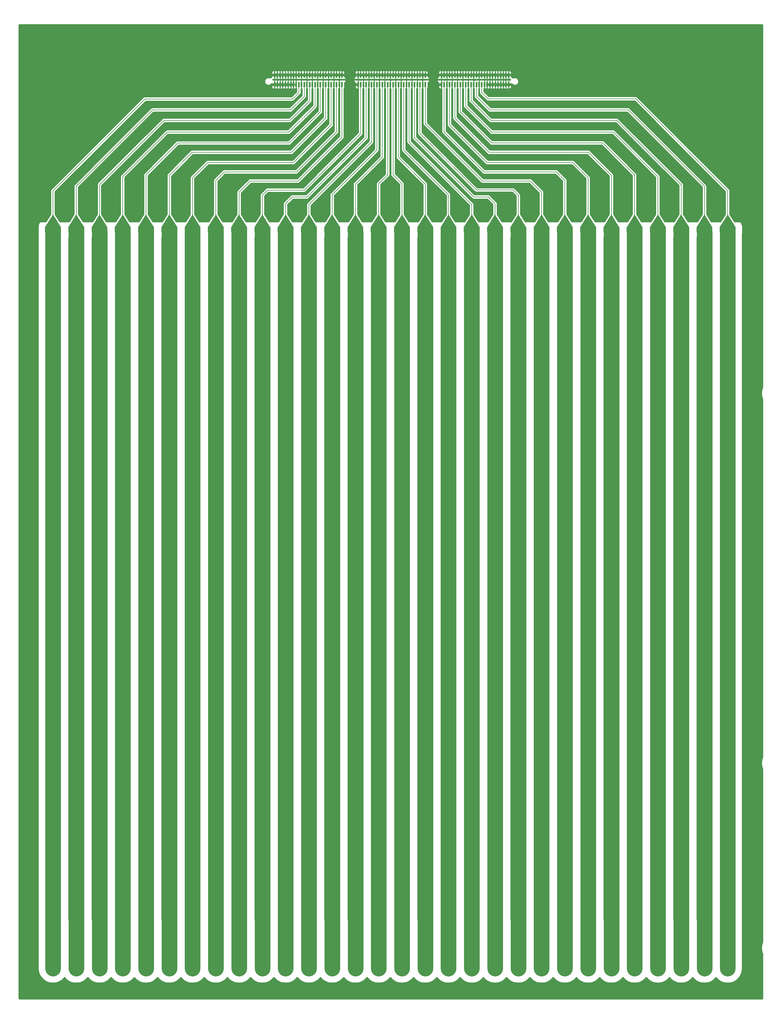
<source format=gbr>
G04 #@! TF.GenerationSoftware,KiCad,Pcbnew,(5.1.6)-1*
G04 #@! TF.CreationDate,2022-05-04T19:11:15-05:00*
G04 #@! TF.ProjectId,stripline_anode,73747269-706c-4696-9e65-5f616e6f6465,1a*
G04 #@! TF.SameCoordinates,Original*
G04 #@! TF.FileFunction,Copper,L1,Top*
G04 #@! TF.FilePolarity,Positive*
%FSLAX46Y46*%
G04 Gerber Fmt 4.6, Leading zero omitted, Abs format (unit mm)*
G04 Created by KiCad (PCBNEW (5.1.6)-1) date 2022-05-04 19:11:15*
%MOMM*%
%LPD*%
G01*
G04 APERTURE LIST*
G04 #@! TA.AperFunction,Conductor*
%ADD10C,0.100000*%
G04 #@! TD*
G04 #@! TA.AperFunction,SMDPad,CuDef*
%ADD11R,0.500000X1.500000*%
G04 #@! TD*
G04 #@! TA.AperFunction,SMDPad,CuDef*
%ADD12R,3.280000X0.510000*%
G04 #@! TD*
G04 #@! TA.AperFunction,SMDPad,CuDef*
%ADD13R,13.150000X0.510000*%
G04 #@! TD*
G04 #@! TA.AperFunction,ViaPad*
%ADD14C,0.800000*%
G04 #@! TD*
G04 #@! TA.AperFunction,Conductor*
%ADD15C,0.250000*%
G04 #@! TD*
G04 #@! TA.AperFunction,Conductor*
%ADD16C,4.620000*%
G04 #@! TD*
G04 #@! TA.AperFunction,Conductor*
%ADD17C,4.620001*%
G04 #@! TD*
G04 #@! TA.AperFunction,Conductor*
%ADD18C,0.200000*%
G04 #@! TD*
G04 #@! TA.AperFunction,Conductor*
%ADD19C,0.508000*%
G04 #@! TD*
G04 APERTURE END LIST*
G04 #@! TA.AperFunction,Conductor*
D10*
G36*
X-102700439Y104441855D02*
G01*
X-102697594Y104451234D01*
X-102693833Y104458548D01*
X-100382433Y108166948D01*
X-100376458Y108174718D01*
X-100369081Y108181173D01*
X-100360588Y108186065D01*
X-100351303Y108189206D01*
X-100341584Y108190475D01*
X-100331804Y108189824D01*
X-100322339Y108187277D01*
X-100313552Y108182933D01*
X-100305782Y108176958D01*
X-100297567Y108166948D01*
X-97986167Y104458548D01*
X-97981823Y104449761D01*
X-97979276Y104440296D01*
X-97978600Y104432100D01*
X-97978600Y102933500D01*
X-97979561Y102923745D01*
X-97982406Y102914366D01*
X-97987027Y102905721D01*
X-97993245Y102898145D01*
X-98000821Y102891927D01*
X-98009466Y102887306D01*
X-98018845Y102884461D01*
X-98028600Y102883500D01*
X-99580160Y102883500D01*
X-99586247Y102821691D01*
X-99600836Y102748349D01*
X-99622543Y102676790D01*
X-99651160Y102607703D01*
X-99686411Y102541754D01*
X-99727956Y102479577D01*
X-99775395Y102421772D01*
X-99828272Y102368895D01*
X-99886077Y102321456D01*
X-99948254Y102279911D01*
X-100014203Y102244660D01*
X-100083290Y102216043D01*
X-100154849Y102194336D01*
X-100228191Y102179747D01*
X-100302610Y102172418D01*
X-100377390Y102172418D01*
X-100451809Y102179747D01*
X-100525151Y102194336D01*
X-100596710Y102216043D01*
X-100665797Y102244660D01*
X-100731746Y102279911D01*
X-100793923Y102321456D01*
X-100851728Y102368895D01*
X-100904605Y102421772D01*
X-100952044Y102479577D01*
X-100993589Y102541754D01*
X-101028840Y102607703D01*
X-101057457Y102676790D01*
X-101079164Y102748349D01*
X-101093753Y102821691D01*
X-101099840Y102883500D01*
X-102651400Y102883500D01*
X-102661155Y102884461D01*
X-102670534Y102887306D01*
X-102679179Y102891927D01*
X-102686755Y102898145D01*
X-102692973Y102905721D01*
X-102697594Y102914366D01*
X-102700439Y102923745D01*
X-102701400Y102933500D01*
X-102701400Y104432100D01*
X-102700439Y104441855D01*
G37*
G04 #@! TD.AperFunction*
G04 #@! TA.AperFunction,Conductor*
G36*
X-47340439Y104441855D02*
G01*
X-47337594Y104451234D01*
X-47333833Y104458548D01*
X-45022433Y108166948D01*
X-45016458Y108174718D01*
X-45009081Y108181173D01*
X-45000588Y108186065D01*
X-44991303Y108189206D01*
X-44981584Y108190475D01*
X-44971804Y108189824D01*
X-44962339Y108187277D01*
X-44953552Y108182933D01*
X-44945782Y108176958D01*
X-44937567Y108166948D01*
X-42626167Y104458548D01*
X-42621823Y104449761D01*
X-42619276Y104440296D01*
X-42618600Y104432100D01*
X-42618600Y102933500D01*
X-42619561Y102923745D01*
X-42622406Y102914366D01*
X-42627027Y102905721D01*
X-42633245Y102898145D01*
X-42640821Y102891927D01*
X-42649466Y102887306D01*
X-42658845Y102884461D01*
X-42668600Y102883500D01*
X-44220160Y102883500D01*
X-44226247Y102821691D01*
X-44240836Y102748349D01*
X-44262543Y102676790D01*
X-44291160Y102607703D01*
X-44326411Y102541754D01*
X-44367956Y102479577D01*
X-44415395Y102421772D01*
X-44468272Y102368895D01*
X-44526077Y102321456D01*
X-44588254Y102279911D01*
X-44654203Y102244660D01*
X-44723290Y102216043D01*
X-44794849Y102194336D01*
X-44868191Y102179747D01*
X-44942610Y102172418D01*
X-45017390Y102172418D01*
X-45091809Y102179747D01*
X-45165151Y102194336D01*
X-45236710Y102216043D01*
X-45305797Y102244660D01*
X-45371746Y102279911D01*
X-45433923Y102321456D01*
X-45491728Y102368895D01*
X-45544605Y102421772D01*
X-45592044Y102479577D01*
X-45633589Y102541754D01*
X-45668840Y102607703D01*
X-45697457Y102676790D01*
X-45719164Y102748349D01*
X-45733753Y102821691D01*
X-45739840Y102883500D01*
X-47291400Y102883500D01*
X-47301155Y102884461D01*
X-47310534Y102887306D01*
X-47319179Y102891927D01*
X-47326755Y102898145D01*
X-47332973Y102905721D01*
X-47337594Y102914366D01*
X-47340439Y102923745D01*
X-47341400Y102933500D01*
X-47341400Y104432100D01*
X-47340439Y104441855D01*
G37*
G04 #@! TD.AperFunction*
G04 #@! TA.AperFunction,Conductor*
G36*
X97979561Y104441855D02*
G01*
X97982406Y104451234D01*
X97986167Y104458548D01*
X100297567Y108166948D01*
X100303542Y108174718D01*
X100310919Y108181173D01*
X100319412Y108186065D01*
X100328697Y108189206D01*
X100338416Y108190475D01*
X100348196Y108189824D01*
X100357661Y108187277D01*
X100366448Y108182933D01*
X100374218Y108176958D01*
X100382433Y108166948D01*
X102693833Y104458548D01*
X102698177Y104449761D01*
X102700724Y104440296D01*
X102701400Y104432100D01*
X102701400Y102933500D01*
X102700439Y102923745D01*
X102697594Y102914366D01*
X102692973Y102905721D01*
X102686755Y102898145D01*
X102679179Y102891927D01*
X102670534Y102887306D01*
X102661155Y102884461D01*
X102651400Y102883500D01*
X101099840Y102883500D01*
X101093753Y102821691D01*
X101079164Y102748349D01*
X101057457Y102676790D01*
X101028840Y102607703D01*
X100993589Y102541754D01*
X100952044Y102479577D01*
X100904605Y102421772D01*
X100851728Y102368895D01*
X100793923Y102321456D01*
X100731746Y102279911D01*
X100665797Y102244660D01*
X100596710Y102216043D01*
X100525151Y102194336D01*
X100451809Y102179747D01*
X100377390Y102172418D01*
X100302610Y102172418D01*
X100228191Y102179747D01*
X100154849Y102194336D01*
X100083290Y102216043D01*
X100014203Y102244660D01*
X99948254Y102279911D01*
X99886077Y102321456D01*
X99828272Y102368895D01*
X99775395Y102421772D01*
X99727956Y102479577D01*
X99686411Y102541754D01*
X99651160Y102607703D01*
X99622543Y102676790D01*
X99600836Y102748349D01*
X99586247Y102821691D01*
X99580160Y102883500D01*
X98028600Y102883500D01*
X98018845Y102884461D01*
X98009466Y102887306D01*
X98000821Y102891927D01*
X97993245Y102898145D01*
X97987027Y102905721D01*
X97982406Y102914366D01*
X97979561Y102923745D01*
X97978600Y102933500D01*
X97978600Y104432100D01*
X97979561Y104441855D01*
G37*
G04 #@! TD.AperFunction*
G04 #@! TA.AperFunction,Conductor*
G36*
X77219561Y104441855D02*
G01*
X77222406Y104451234D01*
X77226167Y104458548D01*
X79537567Y108166948D01*
X79543542Y108174718D01*
X79550919Y108181173D01*
X79559412Y108186065D01*
X79568697Y108189206D01*
X79578416Y108190475D01*
X79588196Y108189824D01*
X79597661Y108187277D01*
X79606448Y108182933D01*
X79614218Y108176958D01*
X79622433Y108166948D01*
X81933833Y104458548D01*
X81938177Y104449761D01*
X81940724Y104440296D01*
X81941400Y104432100D01*
X81941400Y102933500D01*
X81940439Y102923745D01*
X81937594Y102914366D01*
X81932973Y102905721D01*
X81926755Y102898145D01*
X81919179Y102891927D01*
X81910534Y102887306D01*
X81901155Y102884461D01*
X81891400Y102883500D01*
X80339840Y102883500D01*
X80333753Y102821691D01*
X80319164Y102748349D01*
X80297457Y102676790D01*
X80268840Y102607703D01*
X80233589Y102541754D01*
X80192044Y102479577D01*
X80144605Y102421772D01*
X80091728Y102368895D01*
X80033923Y102321456D01*
X79971746Y102279911D01*
X79905797Y102244660D01*
X79836710Y102216043D01*
X79765151Y102194336D01*
X79691809Y102179747D01*
X79617390Y102172418D01*
X79542610Y102172418D01*
X79468191Y102179747D01*
X79394849Y102194336D01*
X79323290Y102216043D01*
X79254203Y102244660D01*
X79188254Y102279911D01*
X79126077Y102321456D01*
X79068272Y102368895D01*
X79015395Y102421772D01*
X78967956Y102479577D01*
X78926411Y102541754D01*
X78891160Y102607703D01*
X78862543Y102676790D01*
X78840836Y102748349D01*
X78826247Y102821691D01*
X78820160Y102883500D01*
X77268600Y102883500D01*
X77258845Y102884461D01*
X77249466Y102887306D01*
X77240821Y102891927D01*
X77233245Y102898145D01*
X77227027Y102905721D01*
X77222406Y102914366D01*
X77219561Y102923745D01*
X77218600Y102933500D01*
X77218600Y104432100D01*
X77219561Y104441855D01*
G37*
G04 #@! TD.AperFunction*
G04 #@! TA.AperFunction,Conductor*
G36*
X56459561Y104441855D02*
G01*
X56462406Y104451234D01*
X56466167Y104458548D01*
X58777567Y108166948D01*
X58783542Y108174718D01*
X58790919Y108181173D01*
X58799412Y108186065D01*
X58808697Y108189206D01*
X58818416Y108190475D01*
X58828196Y108189824D01*
X58837661Y108187277D01*
X58846448Y108182933D01*
X58854218Y108176958D01*
X58862433Y108166948D01*
X61173833Y104458548D01*
X61178177Y104449761D01*
X61180724Y104440296D01*
X61181400Y104432100D01*
X61181400Y102933500D01*
X61180439Y102923745D01*
X61177594Y102914366D01*
X61172973Y102905721D01*
X61166755Y102898145D01*
X61159179Y102891927D01*
X61150534Y102887306D01*
X61141155Y102884461D01*
X61131400Y102883500D01*
X59579840Y102883500D01*
X59573753Y102821691D01*
X59559164Y102748349D01*
X59537457Y102676790D01*
X59508840Y102607703D01*
X59473589Y102541754D01*
X59432044Y102479577D01*
X59384605Y102421772D01*
X59331728Y102368895D01*
X59273923Y102321456D01*
X59211746Y102279911D01*
X59145797Y102244660D01*
X59076710Y102216043D01*
X59005151Y102194336D01*
X58931809Y102179747D01*
X58857390Y102172418D01*
X58782610Y102172418D01*
X58708191Y102179747D01*
X58634849Y102194336D01*
X58563290Y102216043D01*
X58494203Y102244660D01*
X58428254Y102279911D01*
X58366077Y102321456D01*
X58308272Y102368895D01*
X58255395Y102421772D01*
X58207956Y102479577D01*
X58166411Y102541754D01*
X58131160Y102607703D01*
X58102543Y102676790D01*
X58080836Y102748349D01*
X58066247Y102821691D01*
X58060160Y102883500D01*
X56508600Y102883500D01*
X56498845Y102884461D01*
X56489466Y102887306D01*
X56480821Y102891927D01*
X56473245Y102898145D01*
X56467027Y102905721D01*
X56462406Y102914366D01*
X56459561Y102923745D01*
X56458600Y102933500D01*
X56458600Y104432100D01*
X56459561Y104441855D01*
G37*
G04 #@! TD.AperFunction*
G04 #@! TA.AperFunction,Conductor*
G36*
X91059561Y104441855D02*
G01*
X91062406Y104451234D01*
X91066167Y104458548D01*
X93377567Y108166948D01*
X93383542Y108174718D01*
X93390919Y108181173D01*
X93399412Y108186065D01*
X93408697Y108189206D01*
X93418416Y108190475D01*
X93428196Y108189824D01*
X93437661Y108187277D01*
X93446448Y108182933D01*
X93454218Y108176958D01*
X93462433Y108166948D01*
X95773833Y104458548D01*
X95778177Y104449761D01*
X95780724Y104440296D01*
X95781400Y104432100D01*
X95781400Y102933500D01*
X95780439Y102923745D01*
X95777594Y102914366D01*
X95772973Y102905721D01*
X95766755Y102898145D01*
X95759179Y102891927D01*
X95750534Y102887306D01*
X95741155Y102884461D01*
X95731400Y102883500D01*
X94179840Y102883500D01*
X94173753Y102821691D01*
X94159164Y102748349D01*
X94137457Y102676790D01*
X94108840Y102607703D01*
X94073589Y102541754D01*
X94032044Y102479577D01*
X93984605Y102421772D01*
X93931728Y102368895D01*
X93873923Y102321456D01*
X93811746Y102279911D01*
X93745797Y102244660D01*
X93676710Y102216043D01*
X93605151Y102194336D01*
X93531809Y102179747D01*
X93457390Y102172418D01*
X93382610Y102172418D01*
X93308191Y102179747D01*
X93234849Y102194336D01*
X93163290Y102216043D01*
X93094203Y102244660D01*
X93028254Y102279911D01*
X92966077Y102321456D01*
X92908272Y102368895D01*
X92855395Y102421772D01*
X92807956Y102479577D01*
X92766411Y102541754D01*
X92731160Y102607703D01*
X92702543Y102676790D01*
X92680836Y102748349D01*
X92666247Y102821691D01*
X92660160Y102883500D01*
X91108600Y102883500D01*
X91098845Y102884461D01*
X91089466Y102887306D01*
X91080821Y102891927D01*
X91073245Y102898145D01*
X91067027Y102905721D01*
X91062406Y102914366D01*
X91059561Y102923745D01*
X91058600Y102933500D01*
X91058600Y104432100D01*
X91059561Y104441855D01*
G37*
G04 #@! TD.AperFunction*
G04 #@! TA.AperFunction,Conductor*
G36*
X70299561Y104441855D02*
G01*
X70302406Y104451234D01*
X70306167Y104458548D01*
X72617567Y108166948D01*
X72623542Y108174718D01*
X72630919Y108181173D01*
X72639412Y108186065D01*
X72648697Y108189206D01*
X72658416Y108190475D01*
X72668196Y108189824D01*
X72677661Y108187277D01*
X72686448Y108182933D01*
X72694218Y108176958D01*
X72702433Y108166948D01*
X75013833Y104458548D01*
X75018177Y104449761D01*
X75020724Y104440296D01*
X75021400Y104432100D01*
X75021400Y102933500D01*
X75020439Y102923745D01*
X75017594Y102914366D01*
X75012973Y102905721D01*
X75006755Y102898145D01*
X74999179Y102891927D01*
X74990534Y102887306D01*
X74981155Y102884461D01*
X74971400Y102883500D01*
X73419840Y102883500D01*
X73413753Y102821691D01*
X73399164Y102748349D01*
X73377457Y102676790D01*
X73348840Y102607703D01*
X73313589Y102541754D01*
X73272044Y102479577D01*
X73224605Y102421772D01*
X73171728Y102368895D01*
X73113923Y102321456D01*
X73051746Y102279911D01*
X72985797Y102244660D01*
X72916710Y102216043D01*
X72845151Y102194336D01*
X72771809Y102179747D01*
X72697390Y102172418D01*
X72622610Y102172418D01*
X72548191Y102179747D01*
X72474849Y102194336D01*
X72403290Y102216043D01*
X72334203Y102244660D01*
X72268254Y102279911D01*
X72206077Y102321456D01*
X72148272Y102368895D01*
X72095395Y102421772D01*
X72047956Y102479577D01*
X72006411Y102541754D01*
X71971160Y102607703D01*
X71942543Y102676790D01*
X71920836Y102748349D01*
X71906247Y102821691D01*
X71900160Y102883500D01*
X70348600Y102883500D01*
X70338845Y102884461D01*
X70329466Y102887306D01*
X70320821Y102891927D01*
X70313245Y102898145D01*
X70307027Y102905721D01*
X70302406Y102914366D01*
X70299561Y102923745D01*
X70298600Y102933500D01*
X70298600Y104432100D01*
X70299561Y104441855D01*
G37*
G04 #@! TD.AperFunction*
G04 #@! TA.AperFunction,Conductor*
G36*
X63379561Y104441855D02*
G01*
X63382406Y104451234D01*
X63386167Y104458548D01*
X65697567Y108166948D01*
X65703542Y108174718D01*
X65710919Y108181173D01*
X65719412Y108186065D01*
X65728697Y108189206D01*
X65738416Y108190475D01*
X65748196Y108189824D01*
X65757661Y108187277D01*
X65766448Y108182933D01*
X65774218Y108176958D01*
X65782433Y108166948D01*
X68093833Y104458548D01*
X68098177Y104449761D01*
X68100724Y104440296D01*
X68101400Y104432100D01*
X68101400Y102933500D01*
X68100439Y102923745D01*
X68097594Y102914366D01*
X68092973Y102905721D01*
X68086755Y102898145D01*
X68079179Y102891927D01*
X68070534Y102887306D01*
X68061155Y102884461D01*
X68051400Y102883500D01*
X66499840Y102883500D01*
X66493753Y102821691D01*
X66479164Y102748349D01*
X66457457Y102676790D01*
X66428840Y102607703D01*
X66393589Y102541754D01*
X66352044Y102479577D01*
X66304605Y102421772D01*
X66251728Y102368895D01*
X66193923Y102321456D01*
X66131746Y102279911D01*
X66065797Y102244660D01*
X65996710Y102216043D01*
X65925151Y102194336D01*
X65851809Y102179747D01*
X65777390Y102172418D01*
X65702610Y102172418D01*
X65628191Y102179747D01*
X65554849Y102194336D01*
X65483290Y102216043D01*
X65414203Y102244660D01*
X65348254Y102279911D01*
X65286077Y102321456D01*
X65228272Y102368895D01*
X65175395Y102421772D01*
X65127956Y102479577D01*
X65086411Y102541754D01*
X65051160Y102607703D01*
X65022543Y102676790D01*
X65000836Y102748349D01*
X64986247Y102821691D01*
X64980160Y102883500D01*
X63428600Y102883500D01*
X63418845Y102884461D01*
X63409466Y102887306D01*
X63400821Y102891927D01*
X63393245Y102898145D01*
X63387027Y102905721D01*
X63382406Y102914366D01*
X63379561Y102923745D01*
X63378600Y102933500D01*
X63378600Y104432100D01*
X63379561Y104441855D01*
G37*
G04 #@! TD.AperFunction*
G04 #@! TA.AperFunction,Conductor*
G36*
X84139561Y104441855D02*
G01*
X84142406Y104451234D01*
X84146167Y104458548D01*
X86457567Y108166948D01*
X86463542Y108174718D01*
X86470919Y108181173D01*
X86479412Y108186065D01*
X86488697Y108189206D01*
X86498416Y108190475D01*
X86508196Y108189824D01*
X86517661Y108187277D01*
X86526448Y108182933D01*
X86534218Y108176958D01*
X86542433Y108166948D01*
X88853833Y104458548D01*
X88858177Y104449761D01*
X88860724Y104440296D01*
X88861400Y104432100D01*
X88861400Y102933500D01*
X88860439Y102923745D01*
X88857594Y102914366D01*
X88852973Y102905721D01*
X88846755Y102898145D01*
X88839179Y102891927D01*
X88830534Y102887306D01*
X88821155Y102884461D01*
X88811400Y102883500D01*
X87259840Y102883500D01*
X87253753Y102821691D01*
X87239164Y102748349D01*
X87217457Y102676790D01*
X87188840Y102607703D01*
X87153589Y102541754D01*
X87112044Y102479577D01*
X87064605Y102421772D01*
X87011728Y102368895D01*
X86953923Y102321456D01*
X86891746Y102279911D01*
X86825797Y102244660D01*
X86756710Y102216043D01*
X86685151Y102194336D01*
X86611809Y102179747D01*
X86537390Y102172418D01*
X86462610Y102172418D01*
X86388191Y102179747D01*
X86314849Y102194336D01*
X86243290Y102216043D01*
X86174203Y102244660D01*
X86108254Y102279911D01*
X86046077Y102321456D01*
X85988272Y102368895D01*
X85935395Y102421772D01*
X85887956Y102479577D01*
X85846411Y102541754D01*
X85811160Y102607703D01*
X85782543Y102676790D01*
X85760836Y102748349D01*
X85746247Y102821691D01*
X85740160Y102883500D01*
X84188600Y102883500D01*
X84178845Y102884461D01*
X84169466Y102887306D01*
X84160821Y102891927D01*
X84153245Y102898145D01*
X84147027Y102905721D01*
X84142406Y102914366D01*
X84139561Y102923745D01*
X84138600Y102933500D01*
X84138600Y104432100D01*
X84139561Y104441855D01*
G37*
G04 #@! TD.AperFunction*
G04 #@! TA.AperFunction,Conductor*
G36*
X42619561Y104441855D02*
G01*
X42622406Y104451234D01*
X42626167Y104458548D01*
X44937567Y108166948D01*
X44943542Y108174718D01*
X44950919Y108181173D01*
X44959412Y108186065D01*
X44968697Y108189206D01*
X44978416Y108190475D01*
X44988196Y108189824D01*
X44997661Y108187277D01*
X45006448Y108182933D01*
X45014218Y108176958D01*
X45022433Y108166948D01*
X47333833Y104458548D01*
X47338177Y104449761D01*
X47340724Y104440296D01*
X47341400Y104432100D01*
X47341400Y102933500D01*
X47340439Y102923745D01*
X47337594Y102914366D01*
X47332973Y102905721D01*
X47326755Y102898145D01*
X47319179Y102891927D01*
X47310534Y102887306D01*
X47301155Y102884461D01*
X47291400Y102883500D01*
X45739840Y102883500D01*
X45733753Y102821691D01*
X45719164Y102748349D01*
X45697457Y102676790D01*
X45668840Y102607703D01*
X45633589Y102541754D01*
X45592044Y102479577D01*
X45544605Y102421772D01*
X45491728Y102368895D01*
X45433923Y102321456D01*
X45371746Y102279911D01*
X45305797Y102244660D01*
X45236710Y102216043D01*
X45165151Y102194336D01*
X45091809Y102179747D01*
X45017390Y102172418D01*
X44942610Y102172418D01*
X44868191Y102179747D01*
X44794849Y102194336D01*
X44723290Y102216043D01*
X44654203Y102244660D01*
X44588254Y102279911D01*
X44526077Y102321456D01*
X44468272Y102368895D01*
X44415395Y102421772D01*
X44367956Y102479577D01*
X44326411Y102541754D01*
X44291160Y102607703D01*
X44262543Y102676790D01*
X44240836Y102748349D01*
X44226247Y102821691D01*
X44220160Y102883500D01*
X42668600Y102883500D01*
X42658845Y102884461D01*
X42649466Y102887306D01*
X42640821Y102891927D01*
X42633245Y102898145D01*
X42627027Y102905721D01*
X42622406Y102914366D01*
X42619561Y102923745D01*
X42618600Y102933500D01*
X42618600Y104432100D01*
X42619561Y104441855D01*
G37*
G04 #@! TD.AperFunction*
G04 #@! TA.AperFunction,Conductor*
G36*
X35699561Y104441855D02*
G01*
X35702406Y104451234D01*
X35706167Y104458548D01*
X38017567Y108166948D01*
X38023542Y108174718D01*
X38030919Y108181173D01*
X38039412Y108186065D01*
X38048697Y108189206D01*
X38058416Y108190475D01*
X38068196Y108189824D01*
X38077661Y108187277D01*
X38086448Y108182933D01*
X38094218Y108176958D01*
X38102433Y108166948D01*
X40413833Y104458548D01*
X40418177Y104449761D01*
X40420724Y104440296D01*
X40421400Y104432100D01*
X40421400Y102933500D01*
X40420439Y102923745D01*
X40417594Y102914366D01*
X40412973Y102905721D01*
X40406755Y102898145D01*
X40399179Y102891927D01*
X40390534Y102887306D01*
X40381155Y102884461D01*
X40371400Y102883500D01*
X38819840Y102883500D01*
X38813753Y102821691D01*
X38799164Y102748349D01*
X38777457Y102676790D01*
X38748840Y102607703D01*
X38713589Y102541754D01*
X38672044Y102479577D01*
X38624605Y102421772D01*
X38571728Y102368895D01*
X38513923Y102321456D01*
X38451746Y102279911D01*
X38385797Y102244660D01*
X38316710Y102216043D01*
X38245151Y102194336D01*
X38171809Y102179747D01*
X38097390Y102172418D01*
X38022610Y102172418D01*
X37948191Y102179747D01*
X37874849Y102194336D01*
X37803290Y102216043D01*
X37734203Y102244660D01*
X37668254Y102279911D01*
X37606077Y102321456D01*
X37548272Y102368895D01*
X37495395Y102421772D01*
X37447956Y102479577D01*
X37406411Y102541754D01*
X37371160Y102607703D01*
X37342543Y102676790D01*
X37320836Y102748349D01*
X37306247Y102821691D01*
X37300160Y102883500D01*
X35748600Y102883500D01*
X35738845Y102884461D01*
X35729466Y102887306D01*
X35720821Y102891927D01*
X35713245Y102898145D01*
X35707027Y102905721D01*
X35702406Y102914366D01*
X35699561Y102923745D01*
X35698600Y102933500D01*
X35698600Y104432100D01*
X35699561Y104441855D01*
G37*
G04 #@! TD.AperFunction*
G04 #@! TA.AperFunction,Conductor*
G36*
X49539561Y104441855D02*
G01*
X49542406Y104451234D01*
X49546167Y104458548D01*
X51857567Y108166948D01*
X51863542Y108174718D01*
X51870919Y108181173D01*
X51879412Y108186065D01*
X51888697Y108189206D01*
X51898416Y108190475D01*
X51908196Y108189824D01*
X51917661Y108187277D01*
X51926448Y108182933D01*
X51934218Y108176958D01*
X51942433Y108166948D01*
X54253833Y104458548D01*
X54258177Y104449761D01*
X54260724Y104440296D01*
X54261400Y104432100D01*
X54261400Y102933500D01*
X54260439Y102923745D01*
X54257594Y102914366D01*
X54252973Y102905721D01*
X54246755Y102898145D01*
X54239179Y102891927D01*
X54230534Y102887306D01*
X54221155Y102884461D01*
X54211400Y102883500D01*
X52659840Y102883500D01*
X52653753Y102821691D01*
X52639164Y102748349D01*
X52617457Y102676790D01*
X52588840Y102607703D01*
X52553589Y102541754D01*
X52512044Y102479577D01*
X52464605Y102421772D01*
X52411728Y102368895D01*
X52353923Y102321456D01*
X52291746Y102279911D01*
X52225797Y102244660D01*
X52156710Y102216043D01*
X52085151Y102194336D01*
X52011809Y102179747D01*
X51937390Y102172418D01*
X51862610Y102172418D01*
X51788191Y102179747D01*
X51714849Y102194336D01*
X51643290Y102216043D01*
X51574203Y102244660D01*
X51508254Y102279911D01*
X51446077Y102321456D01*
X51388272Y102368895D01*
X51335395Y102421772D01*
X51287956Y102479577D01*
X51246411Y102541754D01*
X51211160Y102607703D01*
X51182543Y102676790D01*
X51160836Y102748349D01*
X51146247Y102821691D01*
X51140160Y102883500D01*
X49588600Y102883500D01*
X49578845Y102884461D01*
X49569466Y102887306D01*
X49560821Y102891927D01*
X49553245Y102898145D01*
X49547027Y102905721D01*
X49542406Y102914366D01*
X49539561Y102923745D01*
X49538600Y102933500D01*
X49538600Y104432100D01*
X49539561Y104441855D01*
G37*
G04 #@! TD.AperFunction*
G04 #@! TA.AperFunction,Conductor*
G36*
X14939561Y104441855D02*
G01*
X14942406Y104451234D01*
X14946167Y104458548D01*
X17257567Y108166948D01*
X17263542Y108174718D01*
X17270919Y108181173D01*
X17279412Y108186065D01*
X17288697Y108189206D01*
X17298416Y108190475D01*
X17308196Y108189824D01*
X17317661Y108187277D01*
X17326448Y108182933D01*
X17334218Y108176958D01*
X17342433Y108166948D01*
X19653833Y104458548D01*
X19658177Y104449761D01*
X19660724Y104440296D01*
X19661400Y104432100D01*
X19661400Y102933500D01*
X19660439Y102923745D01*
X19657594Y102914366D01*
X19652973Y102905721D01*
X19646755Y102898145D01*
X19639179Y102891927D01*
X19630534Y102887306D01*
X19621155Y102884461D01*
X19611400Y102883500D01*
X18059840Y102883500D01*
X18053753Y102821691D01*
X18039164Y102748349D01*
X18017457Y102676790D01*
X17988840Y102607703D01*
X17953589Y102541754D01*
X17912044Y102479577D01*
X17864605Y102421772D01*
X17811728Y102368895D01*
X17753923Y102321456D01*
X17691746Y102279911D01*
X17625797Y102244660D01*
X17556710Y102216043D01*
X17485151Y102194336D01*
X17411809Y102179747D01*
X17337390Y102172418D01*
X17262610Y102172418D01*
X17188191Y102179747D01*
X17114849Y102194336D01*
X17043290Y102216043D01*
X16974203Y102244660D01*
X16908254Y102279911D01*
X16846077Y102321456D01*
X16788272Y102368895D01*
X16735395Y102421772D01*
X16687956Y102479577D01*
X16646411Y102541754D01*
X16611160Y102607703D01*
X16582543Y102676790D01*
X16560836Y102748349D01*
X16546247Y102821691D01*
X16540160Y102883500D01*
X14988600Y102883500D01*
X14978845Y102884461D01*
X14969466Y102887306D01*
X14960821Y102891927D01*
X14953245Y102898145D01*
X14947027Y102905721D01*
X14942406Y102914366D01*
X14939561Y102923745D01*
X14938600Y102933500D01*
X14938600Y104432100D01*
X14939561Y104441855D01*
G37*
G04 #@! TD.AperFunction*
G04 #@! TA.AperFunction,Conductor*
G36*
X8019561Y104441855D02*
G01*
X8022406Y104451234D01*
X8026167Y104458548D01*
X10337567Y108166948D01*
X10343542Y108174718D01*
X10350919Y108181173D01*
X10359412Y108186065D01*
X10368697Y108189206D01*
X10378416Y108190475D01*
X10388196Y108189824D01*
X10397661Y108187277D01*
X10406448Y108182933D01*
X10414218Y108176958D01*
X10422433Y108166948D01*
X12733833Y104458548D01*
X12738177Y104449761D01*
X12740724Y104440296D01*
X12741400Y104432100D01*
X12741400Y102933500D01*
X12740439Y102923745D01*
X12737594Y102914366D01*
X12732973Y102905721D01*
X12726755Y102898145D01*
X12719179Y102891927D01*
X12710534Y102887306D01*
X12701155Y102884461D01*
X12691400Y102883500D01*
X11139840Y102883500D01*
X11133753Y102821691D01*
X11119164Y102748349D01*
X11097457Y102676790D01*
X11068840Y102607703D01*
X11033589Y102541754D01*
X10992044Y102479577D01*
X10944605Y102421772D01*
X10891728Y102368895D01*
X10833923Y102321456D01*
X10771746Y102279911D01*
X10705797Y102244660D01*
X10636710Y102216043D01*
X10565151Y102194336D01*
X10491809Y102179747D01*
X10417390Y102172418D01*
X10342610Y102172418D01*
X10268191Y102179747D01*
X10194849Y102194336D01*
X10123290Y102216043D01*
X10054203Y102244660D01*
X9988254Y102279911D01*
X9926077Y102321456D01*
X9868272Y102368895D01*
X9815395Y102421772D01*
X9767956Y102479577D01*
X9726411Y102541754D01*
X9691160Y102607703D01*
X9662543Y102676790D01*
X9640836Y102748349D01*
X9626247Y102821691D01*
X9620160Y102883500D01*
X8068600Y102883500D01*
X8058845Y102884461D01*
X8049466Y102887306D01*
X8040821Y102891927D01*
X8033245Y102898145D01*
X8027027Y102905721D01*
X8022406Y102914366D01*
X8019561Y102923745D01*
X8018600Y102933500D01*
X8018600Y104432100D01*
X8019561Y104441855D01*
G37*
G04 #@! TD.AperFunction*
G04 #@! TA.AperFunction,Conductor*
G36*
X28779561Y104441855D02*
G01*
X28782406Y104451234D01*
X28786167Y104458548D01*
X31097567Y108166948D01*
X31103542Y108174718D01*
X31110919Y108181173D01*
X31119412Y108186065D01*
X31128697Y108189206D01*
X31138416Y108190475D01*
X31148196Y108189824D01*
X31157661Y108187277D01*
X31166448Y108182933D01*
X31174218Y108176958D01*
X31182433Y108166948D01*
X33493833Y104458548D01*
X33498177Y104449761D01*
X33500724Y104440296D01*
X33501400Y104432100D01*
X33501400Y102933500D01*
X33500439Y102923745D01*
X33497594Y102914366D01*
X33492973Y102905721D01*
X33486755Y102898145D01*
X33479179Y102891927D01*
X33470534Y102887306D01*
X33461155Y102884461D01*
X33451400Y102883500D01*
X31899840Y102883500D01*
X31893753Y102821691D01*
X31879164Y102748349D01*
X31857457Y102676790D01*
X31828840Y102607703D01*
X31793589Y102541754D01*
X31752044Y102479577D01*
X31704605Y102421772D01*
X31651728Y102368895D01*
X31593923Y102321456D01*
X31531746Y102279911D01*
X31465797Y102244660D01*
X31396710Y102216043D01*
X31325151Y102194336D01*
X31251809Y102179747D01*
X31177390Y102172418D01*
X31102610Y102172418D01*
X31028191Y102179747D01*
X30954849Y102194336D01*
X30883290Y102216043D01*
X30814203Y102244660D01*
X30748254Y102279911D01*
X30686077Y102321456D01*
X30628272Y102368895D01*
X30575395Y102421772D01*
X30527956Y102479577D01*
X30486411Y102541754D01*
X30451160Y102607703D01*
X30422543Y102676790D01*
X30400836Y102748349D01*
X30386247Y102821691D01*
X30380160Y102883500D01*
X28828600Y102883500D01*
X28818845Y102884461D01*
X28809466Y102887306D01*
X28800821Y102891927D01*
X28793245Y102898145D01*
X28787027Y102905721D01*
X28782406Y102914366D01*
X28779561Y102923745D01*
X28778600Y102933500D01*
X28778600Y104432100D01*
X28779561Y104441855D01*
G37*
G04 #@! TD.AperFunction*
G04 #@! TA.AperFunction,Conductor*
G36*
X21859561Y104441855D02*
G01*
X21862406Y104451234D01*
X21866167Y104458548D01*
X24177567Y108166948D01*
X24183542Y108174718D01*
X24190919Y108181173D01*
X24199412Y108186065D01*
X24208697Y108189206D01*
X24218416Y108190475D01*
X24228196Y108189824D01*
X24237661Y108187277D01*
X24246448Y108182933D01*
X24254218Y108176958D01*
X24262433Y108166948D01*
X26573833Y104458548D01*
X26578177Y104449761D01*
X26580724Y104440296D01*
X26581400Y104432100D01*
X26581400Y102933500D01*
X26580439Y102923745D01*
X26577594Y102914366D01*
X26572973Y102905721D01*
X26566755Y102898145D01*
X26559179Y102891927D01*
X26550534Y102887306D01*
X26541155Y102884461D01*
X26531400Y102883500D01*
X24979840Y102883500D01*
X24973753Y102821691D01*
X24959164Y102748349D01*
X24937457Y102676790D01*
X24908840Y102607703D01*
X24873589Y102541754D01*
X24832044Y102479577D01*
X24784605Y102421772D01*
X24731728Y102368895D01*
X24673923Y102321456D01*
X24611746Y102279911D01*
X24545797Y102244660D01*
X24476710Y102216043D01*
X24405151Y102194336D01*
X24331809Y102179747D01*
X24257390Y102172418D01*
X24182610Y102172418D01*
X24108191Y102179747D01*
X24034849Y102194336D01*
X23963290Y102216043D01*
X23894203Y102244660D01*
X23828254Y102279911D01*
X23766077Y102321456D01*
X23708272Y102368895D01*
X23655395Y102421772D01*
X23607956Y102479577D01*
X23566411Y102541754D01*
X23531160Y102607703D01*
X23502543Y102676790D01*
X23480836Y102748349D01*
X23466247Y102821691D01*
X23460160Y102883500D01*
X21908600Y102883500D01*
X21898845Y102884461D01*
X21889466Y102887306D01*
X21880821Y102891927D01*
X21873245Y102898145D01*
X21867027Y102905721D01*
X21862406Y102914366D01*
X21859561Y102923745D01*
X21858600Y102933500D01*
X21858600Y104432100D01*
X21859561Y104441855D01*
G37*
G04 #@! TD.AperFunction*
G04 #@! TA.AperFunction,Conductor*
G36*
X1099561Y104441855D02*
G01*
X1102406Y104451234D01*
X1106167Y104458548D01*
X3417567Y108166948D01*
X3423542Y108174718D01*
X3430919Y108181173D01*
X3439412Y108186065D01*
X3448697Y108189206D01*
X3458416Y108190475D01*
X3468196Y108189824D01*
X3477661Y108187277D01*
X3486448Y108182933D01*
X3494218Y108176958D01*
X3502433Y108166948D01*
X5813833Y104458548D01*
X5818177Y104449761D01*
X5820724Y104440296D01*
X5821400Y104432100D01*
X5821400Y102933500D01*
X5820439Y102923745D01*
X5817594Y102914366D01*
X5812973Y102905721D01*
X5806755Y102898145D01*
X5799179Y102891927D01*
X5790534Y102887306D01*
X5781155Y102884461D01*
X5771400Y102883500D01*
X4219840Y102883500D01*
X4213753Y102821691D01*
X4199164Y102748349D01*
X4177457Y102676790D01*
X4148840Y102607703D01*
X4113589Y102541754D01*
X4072044Y102479577D01*
X4024605Y102421772D01*
X3971728Y102368895D01*
X3913923Y102321456D01*
X3851746Y102279911D01*
X3785797Y102244660D01*
X3716710Y102216043D01*
X3645151Y102194336D01*
X3571809Y102179747D01*
X3497390Y102172418D01*
X3422610Y102172418D01*
X3348191Y102179747D01*
X3274849Y102194336D01*
X3203290Y102216043D01*
X3134203Y102244660D01*
X3068254Y102279911D01*
X3006077Y102321456D01*
X2948272Y102368895D01*
X2895395Y102421772D01*
X2847956Y102479577D01*
X2806411Y102541754D01*
X2771160Y102607703D01*
X2742543Y102676790D01*
X2720836Y102748349D01*
X2706247Y102821691D01*
X2700160Y102883500D01*
X1148600Y102883500D01*
X1138845Y102884461D01*
X1129466Y102887306D01*
X1120821Y102891927D01*
X1113245Y102898145D01*
X1107027Y102905721D01*
X1102406Y102914366D01*
X1099561Y102923745D01*
X1098600Y102933500D01*
X1098600Y104432100D01*
X1099561Y104441855D01*
G37*
G04 #@! TD.AperFunction*
G04 #@! TA.AperFunction,Conductor*
G36*
X-12740439Y104441855D02*
G01*
X-12737594Y104451234D01*
X-12733833Y104458548D01*
X-10422433Y108166948D01*
X-10416458Y108174718D01*
X-10409081Y108181173D01*
X-10400588Y108186065D01*
X-10391303Y108189206D01*
X-10381584Y108190475D01*
X-10371804Y108189824D01*
X-10362339Y108187277D01*
X-10353552Y108182933D01*
X-10345782Y108176958D01*
X-10337567Y108166948D01*
X-8026167Y104458548D01*
X-8021823Y104449761D01*
X-8019276Y104440296D01*
X-8018600Y104432100D01*
X-8018600Y102933500D01*
X-8019561Y102923745D01*
X-8022406Y102914366D01*
X-8027027Y102905721D01*
X-8033245Y102898145D01*
X-8040821Y102891927D01*
X-8049466Y102887306D01*
X-8058845Y102884461D01*
X-8068600Y102883500D01*
X-9620160Y102883500D01*
X-9626247Y102821691D01*
X-9640836Y102748349D01*
X-9662543Y102676790D01*
X-9691160Y102607703D01*
X-9726411Y102541754D01*
X-9767956Y102479577D01*
X-9815395Y102421772D01*
X-9868272Y102368895D01*
X-9926077Y102321456D01*
X-9988254Y102279911D01*
X-10054203Y102244660D01*
X-10123290Y102216043D01*
X-10194849Y102194336D01*
X-10268191Y102179747D01*
X-10342610Y102172418D01*
X-10417390Y102172418D01*
X-10491809Y102179747D01*
X-10565151Y102194336D01*
X-10636710Y102216043D01*
X-10705797Y102244660D01*
X-10771746Y102279911D01*
X-10833923Y102321456D01*
X-10891728Y102368895D01*
X-10944605Y102421772D01*
X-10992044Y102479577D01*
X-11033589Y102541754D01*
X-11068840Y102607703D01*
X-11097457Y102676790D01*
X-11119164Y102748349D01*
X-11133753Y102821691D01*
X-11139840Y102883500D01*
X-12691400Y102883500D01*
X-12701155Y102884461D01*
X-12710534Y102887306D01*
X-12719179Y102891927D01*
X-12726755Y102898145D01*
X-12732973Y102905721D01*
X-12737594Y102914366D01*
X-12740439Y102923745D01*
X-12741400Y102933500D01*
X-12741400Y104432100D01*
X-12740439Y104441855D01*
G37*
G04 #@! TD.AperFunction*
G04 #@! TA.AperFunction,Conductor*
G36*
X-19660439Y104441855D02*
G01*
X-19657594Y104451234D01*
X-19653833Y104458548D01*
X-17342433Y108166948D01*
X-17336458Y108174718D01*
X-17329081Y108181173D01*
X-17320588Y108186065D01*
X-17311303Y108189206D01*
X-17301584Y108190475D01*
X-17291804Y108189824D01*
X-17282339Y108187277D01*
X-17273552Y108182933D01*
X-17265782Y108176958D01*
X-17257567Y108166948D01*
X-14946167Y104458548D01*
X-14941823Y104449761D01*
X-14939276Y104440296D01*
X-14938600Y104432100D01*
X-14938600Y102933500D01*
X-14939561Y102923745D01*
X-14942406Y102914366D01*
X-14947027Y102905721D01*
X-14953245Y102898145D01*
X-14960821Y102891927D01*
X-14969466Y102887306D01*
X-14978845Y102884461D01*
X-14988600Y102883500D01*
X-16540160Y102883500D01*
X-16546247Y102821691D01*
X-16560836Y102748349D01*
X-16582543Y102676790D01*
X-16611160Y102607703D01*
X-16646411Y102541754D01*
X-16687956Y102479577D01*
X-16735395Y102421772D01*
X-16788272Y102368895D01*
X-16846077Y102321456D01*
X-16908254Y102279911D01*
X-16974203Y102244660D01*
X-17043290Y102216043D01*
X-17114849Y102194336D01*
X-17188191Y102179747D01*
X-17262610Y102172418D01*
X-17337390Y102172418D01*
X-17411809Y102179747D01*
X-17485151Y102194336D01*
X-17556710Y102216043D01*
X-17625797Y102244660D01*
X-17691746Y102279911D01*
X-17753923Y102321456D01*
X-17811728Y102368895D01*
X-17864605Y102421772D01*
X-17912044Y102479577D01*
X-17953589Y102541754D01*
X-17988840Y102607703D01*
X-18017457Y102676790D01*
X-18039164Y102748349D01*
X-18053753Y102821691D01*
X-18059840Y102883500D01*
X-19611400Y102883500D01*
X-19621155Y102884461D01*
X-19630534Y102887306D01*
X-19639179Y102891927D01*
X-19646755Y102898145D01*
X-19652973Y102905721D01*
X-19657594Y102914366D01*
X-19660439Y102923745D01*
X-19661400Y102933500D01*
X-19661400Y104432100D01*
X-19660439Y104441855D01*
G37*
G04 #@! TD.AperFunction*
G04 #@! TA.AperFunction,Conductor*
G36*
X-5820439Y104441855D02*
G01*
X-5817594Y104451234D01*
X-5813833Y104458548D01*
X-3502433Y108166948D01*
X-3496458Y108174718D01*
X-3489081Y108181173D01*
X-3480588Y108186065D01*
X-3471303Y108189206D01*
X-3461584Y108190475D01*
X-3451804Y108189824D01*
X-3442339Y108187277D01*
X-3433552Y108182933D01*
X-3425782Y108176958D01*
X-3417567Y108166948D01*
X-1106167Y104458548D01*
X-1101823Y104449761D01*
X-1099276Y104440296D01*
X-1098600Y104432100D01*
X-1098600Y102933500D01*
X-1099561Y102923745D01*
X-1102406Y102914366D01*
X-1107027Y102905721D01*
X-1113245Y102898145D01*
X-1120821Y102891927D01*
X-1129466Y102887306D01*
X-1138845Y102884461D01*
X-1148600Y102883500D01*
X-2700160Y102883500D01*
X-2706247Y102821691D01*
X-2720836Y102748349D01*
X-2742543Y102676790D01*
X-2771160Y102607703D01*
X-2806411Y102541754D01*
X-2847956Y102479577D01*
X-2895395Y102421772D01*
X-2948272Y102368895D01*
X-3006077Y102321456D01*
X-3068254Y102279911D01*
X-3134203Y102244660D01*
X-3203290Y102216043D01*
X-3274849Y102194336D01*
X-3348191Y102179747D01*
X-3422610Y102172418D01*
X-3497390Y102172418D01*
X-3571809Y102179747D01*
X-3645151Y102194336D01*
X-3716710Y102216043D01*
X-3785797Y102244660D01*
X-3851746Y102279911D01*
X-3913923Y102321456D01*
X-3971728Y102368895D01*
X-4024605Y102421772D01*
X-4072044Y102479577D01*
X-4113589Y102541754D01*
X-4148840Y102607703D01*
X-4177457Y102676790D01*
X-4199164Y102748349D01*
X-4213753Y102821691D01*
X-4219840Y102883500D01*
X-5771400Y102883500D01*
X-5781155Y102884461D01*
X-5790534Y102887306D01*
X-5799179Y102891927D01*
X-5806755Y102898145D01*
X-5812973Y102905721D01*
X-5817594Y102914366D01*
X-5820439Y102923745D01*
X-5821400Y102933500D01*
X-5821400Y104432100D01*
X-5820439Y104441855D01*
G37*
G04 #@! TD.AperFunction*
G04 #@! TA.AperFunction,Conductor*
G36*
X-40420439Y104441855D02*
G01*
X-40417594Y104451234D01*
X-40413833Y104458548D01*
X-38102433Y108166948D01*
X-38096458Y108174718D01*
X-38089081Y108181173D01*
X-38080588Y108186065D01*
X-38071303Y108189206D01*
X-38061584Y108190475D01*
X-38051804Y108189824D01*
X-38042339Y108187277D01*
X-38033552Y108182933D01*
X-38025782Y108176958D01*
X-38017567Y108166948D01*
X-35706167Y104458548D01*
X-35701823Y104449761D01*
X-35699276Y104440296D01*
X-35698600Y104432100D01*
X-35698600Y102933500D01*
X-35699561Y102923745D01*
X-35702406Y102914366D01*
X-35707027Y102905721D01*
X-35713245Y102898145D01*
X-35720821Y102891927D01*
X-35729466Y102887306D01*
X-35738845Y102884461D01*
X-35748600Y102883500D01*
X-37300160Y102883500D01*
X-37306247Y102821691D01*
X-37320836Y102748349D01*
X-37342543Y102676790D01*
X-37371160Y102607703D01*
X-37406411Y102541754D01*
X-37447956Y102479577D01*
X-37495395Y102421772D01*
X-37548272Y102368895D01*
X-37606077Y102321456D01*
X-37668254Y102279911D01*
X-37734203Y102244660D01*
X-37803290Y102216043D01*
X-37874849Y102194336D01*
X-37948191Y102179747D01*
X-38022610Y102172418D01*
X-38097390Y102172418D01*
X-38171809Y102179747D01*
X-38245151Y102194336D01*
X-38316710Y102216043D01*
X-38385797Y102244660D01*
X-38451746Y102279911D01*
X-38513923Y102321456D01*
X-38571728Y102368895D01*
X-38624605Y102421772D01*
X-38672044Y102479577D01*
X-38713589Y102541754D01*
X-38748840Y102607703D01*
X-38777457Y102676790D01*
X-38799164Y102748349D01*
X-38813753Y102821691D01*
X-38819840Y102883500D01*
X-40371400Y102883500D01*
X-40381155Y102884461D01*
X-40390534Y102887306D01*
X-40399179Y102891927D01*
X-40406755Y102898145D01*
X-40412973Y102905721D01*
X-40417594Y102914366D01*
X-40420439Y102923745D01*
X-40421400Y102933500D01*
X-40421400Y104432100D01*
X-40420439Y104441855D01*
G37*
G04 #@! TD.AperFunction*
G04 #@! TA.AperFunction,Conductor*
G36*
X-26580439Y104441855D02*
G01*
X-26577594Y104451234D01*
X-26573833Y104458548D01*
X-24262433Y108166948D01*
X-24256458Y108174718D01*
X-24249081Y108181173D01*
X-24240588Y108186065D01*
X-24231303Y108189206D01*
X-24221584Y108190475D01*
X-24211804Y108189824D01*
X-24202339Y108187277D01*
X-24193552Y108182933D01*
X-24185782Y108176958D01*
X-24177567Y108166948D01*
X-21866167Y104458548D01*
X-21861823Y104449761D01*
X-21859276Y104440296D01*
X-21858600Y104432100D01*
X-21858600Y102933500D01*
X-21859561Y102923745D01*
X-21862406Y102914366D01*
X-21867027Y102905721D01*
X-21873245Y102898145D01*
X-21880821Y102891927D01*
X-21889466Y102887306D01*
X-21898845Y102884461D01*
X-21908600Y102883500D01*
X-23460160Y102883500D01*
X-23466247Y102821691D01*
X-23480836Y102748349D01*
X-23502543Y102676790D01*
X-23531160Y102607703D01*
X-23566411Y102541754D01*
X-23607956Y102479577D01*
X-23655395Y102421772D01*
X-23708272Y102368895D01*
X-23766077Y102321456D01*
X-23828254Y102279911D01*
X-23894203Y102244660D01*
X-23963290Y102216043D01*
X-24034849Y102194336D01*
X-24108191Y102179747D01*
X-24182610Y102172418D01*
X-24257390Y102172418D01*
X-24331809Y102179747D01*
X-24405151Y102194336D01*
X-24476710Y102216043D01*
X-24545797Y102244660D01*
X-24611746Y102279911D01*
X-24673923Y102321456D01*
X-24731728Y102368895D01*
X-24784605Y102421772D01*
X-24832044Y102479577D01*
X-24873589Y102541754D01*
X-24908840Y102607703D01*
X-24937457Y102676790D01*
X-24959164Y102748349D01*
X-24973753Y102821691D01*
X-24979840Y102883500D01*
X-26531400Y102883500D01*
X-26541155Y102884461D01*
X-26550534Y102887306D01*
X-26559179Y102891927D01*
X-26566755Y102898145D01*
X-26572973Y102905721D01*
X-26577594Y102914366D01*
X-26580439Y102923745D01*
X-26581400Y102933500D01*
X-26581400Y104432100D01*
X-26580439Y104441855D01*
G37*
G04 #@! TD.AperFunction*
G04 #@! TA.AperFunction,Conductor*
G36*
X-33500439Y104441855D02*
G01*
X-33497594Y104451234D01*
X-33493833Y104458548D01*
X-31182433Y108166948D01*
X-31176458Y108174718D01*
X-31169081Y108181173D01*
X-31160588Y108186065D01*
X-31151303Y108189206D01*
X-31141584Y108190475D01*
X-31131804Y108189824D01*
X-31122339Y108187277D01*
X-31113552Y108182933D01*
X-31105782Y108176958D01*
X-31097567Y108166948D01*
X-28786167Y104458548D01*
X-28781823Y104449761D01*
X-28779276Y104440296D01*
X-28778600Y104432100D01*
X-28778600Y102933500D01*
X-28779561Y102923745D01*
X-28782406Y102914366D01*
X-28787027Y102905721D01*
X-28793245Y102898145D01*
X-28800821Y102891927D01*
X-28809466Y102887306D01*
X-28818845Y102884461D01*
X-28828600Y102883500D01*
X-30380160Y102883500D01*
X-30386247Y102821691D01*
X-30400836Y102748349D01*
X-30422543Y102676790D01*
X-30451160Y102607703D01*
X-30486411Y102541754D01*
X-30527956Y102479577D01*
X-30575395Y102421772D01*
X-30628272Y102368895D01*
X-30686077Y102321456D01*
X-30748254Y102279911D01*
X-30814203Y102244660D01*
X-30883290Y102216043D01*
X-30954849Y102194336D01*
X-31028191Y102179747D01*
X-31102610Y102172418D01*
X-31177390Y102172418D01*
X-31251809Y102179747D01*
X-31325151Y102194336D01*
X-31396710Y102216043D01*
X-31465797Y102244660D01*
X-31531746Y102279911D01*
X-31593923Y102321456D01*
X-31651728Y102368895D01*
X-31704605Y102421772D01*
X-31752044Y102479577D01*
X-31793589Y102541754D01*
X-31828840Y102607703D01*
X-31857457Y102676790D01*
X-31879164Y102748349D01*
X-31893753Y102821691D01*
X-31899840Y102883500D01*
X-33451400Y102883500D01*
X-33461155Y102884461D01*
X-33470534Y102887306D01*
X-33479179Y102891927D01*
X-33486755Y102898145D01*
X-33492973Y102905721D01*
X-33497594Y102914366D01*
X-33500439Y102923745D01*
X-33501400Y102933500D01*
X-33501400Y104432100D01*
X-33500439Y104441855D01*
G37*
G04 #@! TD.AperFunction*
G04 #@! TA.AperFunction,Conductor*
G36*
X-68100439Y104441855D02*
G01*
X-68097594Y104451234D01*
X-68093833Y104458548D01*
X-65782433Y108166948D01*
X-65776458Y108174718D01*
X-65769081Y108181173D01*
X-65760588Y108186065D01*
X-65751303Y108189206D01*
X-65741584Y108190475D01*
X-65731804Y108189824D01*
X-65722339Y108187277D01*
X-65713552Y108182933D01*
X-65705782Y108176958D01*
X-65697567Y108166948D01*
X-63386167Y104458548D01*
X-63381823Y104449761D01*
X-63379276Y104440296D01*
X-63378600Y104432100D01*
X-63378600Y102933500D01*
X-63379561Y102923745D01*
X-63382406Y102914366D01*
X-63387027Y102905721D01*
X-63393245Y102898145D01*
X-63400821Y102891927D01*
X-63409466Y102887306D01*
X-63418845Y102884461D01*
X-63428600Y102883500D01*
X-64980160Y102883500D01*
X-64986247Y102821691D01*
X-65000836Y102748349D01*
X-65022543Y102676790D01*
X-65051160Y102607703D01*
X-65086411Y102541754D01*
X-65127956Y102479577D01*
X-65175395Y102421772D01*
X-65228272Y102368895D01*
X-65286077Y102321456D01*
X-65348254Y102279911D01*
X-65414203Y102244660D01*
X-65483290Y102216043D01*
X-65554849Y102194336D01*
X-65628191Y102179747D01*
X-65702610Y102172418D01*
X-65777390Y102172418D01*
X-65851809Y102179747D01*
X-65925151Y102194336D01*
X-65996710Y102216043D01*
X-66065797Y102244660D01*
X-66131746Y102279911D01*
X-66193923Y102321456D01*
X-66251728Y102368895D01*
X-66304605Y102421772D01*
X-66352044Y102479577D01*
X-66393589Y102541754D01*
X-66428840Y102607703D01*
X-66457457Y102676790D01*
X-66479164Y102748349D01*
X-66493753Y102821691D01*
X-66499840Y102883500D01*
X-68051400Y102883500D01*
X-68061155Y102884461D01*
X-68070534Y102887306D01*
X-68079179Y102891927D01*
X-68086755Y102898145D01*
X-68092973Y102905721D01*
X-68097594Y102914366D01*
X-68100439Y102923745D01*
X-68101400Y102933500D01*
X-68101400Y104432100D01*
X-68100439Y104441855D01*
G37*
G04 #@! TD.AperFunction*
G04 #@! TA.AperFunction,Conductor*
G36*
X-75020439Y104441855D02*
G01*
X-75017594Y104451234D01*
X-75013833Y104458548D01*
X-72702433Y108166948D01*
X-72696458Y108174718D01*
X-72689081Y108181173D01*
X-72680588Y108186065D01*
X-72671303Y108189206D01*
X-72661584Y108190475D01*
X-72651804Y108189824D01*
X-72642339Y108187277D01*
X-72633552Y108182933D01*
X-72625782Y108176958D01*
X-72617567Y108166948D01*
X-70306167Y104458548D01*
X-70301823Y104449761D01*
X-70299276Y104440296D01*
X-70298600Y104432100D01*
X-70298600Y102933500D01*
X-70299561Y102923745D01*
X-70302406Y102914366D01*
X-70307027Y102905721D01*
X-70313245Y102898145D01*
X-70320821Y102891927D01*
X-70329466Y102887306D01*
X-70338845Y102884461D01*
X-70348600Y102883500D01*
X-71900160Y102883500D01*
X-71906247Y102821691D01*
X-71920836Y102748349D01*
X-71942543Y102676790D01*
X-71971160Y102607703D01*
X-72006411Y102541754D01*
X-72047956Y102479577D01*
X-72095395Y102421772D01*
X-72148272Y102368895D01*
X-72206077Y102321456D01*
X-72268254Y102279911D01*
X-72334203Y102244660D01*
X-72403290Y102216043D01*
X-72474849Y102194336D01*
X-72548191Y102179747D01*
X-72622610Y102172418D01*
X-72697390Y102172418D01*
X-72771809Y102179747D01*
X-72845151Y102194336D01*
X-72916710Y102216043D01*
X-72985797Y102244660D01*
X-73051746Y102279911D01*
X-73113923Y102321456D01*
X-73171728Y102368895D01*
X-73224605Y102421772D01*
X-73272044Y102479577D01*
X-73313589Y102541754D01*
X-73348840Y102607703D01*
X-73377457Y102676790D01*
X-73399164Y102748349D01*
X-73413753Y102821691D01*
X-73419840Y102883500D01*
X-74971400Y102883500D01*
X-74981155Y102884461D01*
X-74990534Y102887306D01*
X-74999179Y102891927D01*
X-75006755Y102898145D01*
X-75012973Y102905721D01*
X-75017594Y102914366D01*
X-75020439Y102923745D01*
X-75021400Y102933500D01*
X-75021400Y104432100D01*
X-75020439Y104441855D01*
G37*
G04 #@! TD.AperFunction*
G04 #@! TA.AperFunction,Conductor*
G36*
X-54260439Y104441855D02*
G01*
X-54257594Y104451234D01*
X-54253833Y104458548D01*
X-51942433Y108166948D01*
X-51936458Y108174718D01*
X-51929081Y108181173D01*
X-51920588Y108186065D01*
X-51911303Y108189206D01*
X-51901584Y108190475D01*
X-51891804Y108189824D01*
X-51882339Y108187277D01*
X-51873552Y108182933D01*
X-51865782Y108176958D01*
X-51857567Y108166948D01*
X-49546167Y104458548D01*
X-49541823Y104449761D01*
X-49539276Y104440296D01*
X-49538600Y104432100D01*
X-49538600Y102933500D01*
X-49539561Y102923745D01*
X-49542406Y102914366D01*
X-49547027Y102905721D01*
X-49553245Y102898145D01*
X-49560821Y102891927D01*
X-49569466Y102887306D01*
X-49578845Y102884461D01*
X-49588600Y102883500D01*
X-51140160Y102883500D01*
X-51146247Y102821691D01*
X-51160836Y102748349D01*
X-51182543Y102676790D01*
X-51211160Y102607703D01*
X-51246411Y102541754D01*
X-51287956Y102479577D01*
X-51335395Y102421772D01*
X-51388272Y102368895D01*
X-51446077Y102321456D01*
X-51508254Y102279911D01*
X-51574203Y102244660D01*
X-51643290Y102216043D01*
X-51714849Y102194336D01*
X-51788191Y102179747D01*
X-51862610Y102172418D01*
X-51937390Y102172418D01*
X-52011809Y102179747D01*
X-52085151Y102194336D01*
X-52156710Y102216043D01*
X-52225797Y102244660D01*
X-52291746Y102279911D01*
X-52353923Y102321456D01*
X-52411728Y102368895D01*
X-52464605Y102421772D01*
X-52512044Y102479577D01*
X-52553589Y102541754D01*
X-52588840Y102607703D01*
X-52617457Y102676790D01*
X-52639164Y102748349D01*
X-52653753Y102821691D01*
X-52659840Y102883500D01*
X-54211400Y102883500D01*
X-54221155Y102884461D01*
X-54230534Y102887306D01*
X-54239179Y102891927D01*
X-54246755Y102898145D01*
X-54252973Y102905721D01*
X-54257594Y102914366D01*
X-54260439Y102923745D01*
X-54261400Y102933500D01*
X-54261400Y104432100D01*
X-54260439Y104441855D01*
G37*
G04 #@! TD.AperFunction*
G04 #@! TA.AperFunction,Conductor*
G36*
X-61180439Y104441855D02*
G01*
X-61177594Y104451234D01*
X-61173833Y104458548D01*
X-58862433Y108166948D01*
X-58856458Y108174718D01*
X-58849081Y108181173D01*
X-58840588Y108186065D01*
X-58831303Y108189206D01*
X-58821584Y108190475D01*
X-58811804Y108189824D01*
X-58802339Y108187277D01*
X-58793552Y108182933D01*
X-58785782Y108176958D01*
X-58777567Y108166948D01*
X-56466167Y104458548D01*
X-56461823Y104449761D01*
X-56459276Y104440296D01*
X-56458600Y104432100D01*
X-56458600Y102933500D01*
X-56459561Y102923745D01*
X-56462406Y102914366D01*
X-56467027Y102905721D01*
X-56473245Y102898145D01*
X-56480821Y102891927D01*
X-56489466Y102887306D01*
X-56498845Y102884461D01*
X-56508600Y102883500D01*
X-58060160Y102883500D01*
X-58066247Y102821691D01*
X-58080836Y102748349D01*
X-58102543Y102676790D01*
X-58131160Y102607703D01*
X-58166411Y102541754D01*
X-58207956Y102479577D01*
X-58255395Y102421772D01*
X-58308272Y102368895D01*
X-58366077Y102321456D01*
X-58428254Y102279911D01*
X-58494203Y102244660D01*
X-58563290Y102216043D01*
X-58634849Y102194336D01*
X-58708191Y102179747D01*
X-58782610Y102172418D01*
X-58857390Y102172418D01*
X-58931809Y102179747D01*
X-59005151Y102194336D01*
X-59076710Y102216043D01*
X-59145797Y102244660D01*
X-59211746Y102279911D01*
X-59273923Y102321456D01*
X-59331728Y102368895D01*
X-59384605Y102421772D01*
X-59432044Y102479577D01*
X-59473589Y102541754D01*
X-59508840Y102607703D01*
X-59537457Y102676790D01*
X-59559164Y102748349D01*
X-59573753Y102821691D01*
X-59579840Y102883500D01*
X-61131400Y102883500D01*
X-61141155Y102884461D01*
X-61150534Y102887306D01*
X-61159179Y102891927D01*
X-61166755Y102898145D01*
X-61172973Y102905721D01*
X-61177594Y102914366D01*
X-61180439Y102923745D01*
X-61181400Y102933500D01*
X-61181400Y104432100D01*
X-61180439Y104441855D01*
G37*
G04 #@! TD.AperFunction*
G04 #@! TA.AperFunction,Conductor*
G36*
X-81940439Y104441855D02*
G01*
X-81937594Y104451234D01*
X-81933833Y104458548D01*
X-79622433Y108166948D01*
X-79616458Y108174718D01*
X-79609081Y108181173D01*
X-79600588Y108186065D01*
X-79591303Y108189206D01*
X-79581584Y108190475D01*
X-79571804Y108189824D01*
X-79562339Y108187277D01*
X-79553552Y108182933D01*
X-79545782Y108176958D01*
X-79537567Y108166948D01*
X-77226167Y104458548D01*
X-77221823Y104449761D01*
X-77219276Y104440296D01*
X-77218600Y104432100D01*
X-77218600Y102933500D01*
X-77219561Y102923745D01*
X-77222406Y102914366D01*
X-77227027Y102905721D01*
X-77233245Y102898145D01*
X-77240821Y102891927D01*
X-77249466Y102887306D01*
X-77258845Y102884461D01*
X-77268600Y102883500D01*
X-78820160Y102883500D01*
X-78826247Y102821691D01*
X-78840836Y102748349D01*
X-78862543Y102676790D01*
X-78891160Y102607703D01*
X-78926411Y102541754D01*
X-78967956Y102479577D01*
X-79015395Y102421772D01*
X-79068272Y102368895D01*
X-79126077Y102321456D01*
X-79188254Y102279911D01*
X-79254203Y102244660D01*
X-79323290Y102216043D01*
X-79394849Y102194336D01*
X-79468191Y102179747D01*
X-79542610Y102172418D01*
X-79617390Y102172418D01*
X-79691809Y102179747D01*
X-79765151Y102194336D01*
X-79836710Y102216043D01*
X-79905797Y102244660D01*
X-79971746Y102279911D01*
X-80033923Y102321456D01*
X-80091728Y102368895D01*
X-80144605Y102421772D01*
X-80192044Y102479577D01*
X-80233589Y102541754D01*
X-80268840Y102607703D01*
X-80297457Y102676790D01*
X-80319164Y102748349D01*
X-80333753Y102821691D01*
X-80339840Y102883500D01*
X-81891400Y102883500D01*
X-81901155Y102884461D01*
X-81910534Y102887306D01*
X-81919179Y102891927D01*
X-81926755Y102898145D01*
X-81932973Y102905721D01*
X-81937594Y102914366D01*
X-81940439Y102923745D01*
X-81941400Y102933500D01*
X-81941400Y104432100D01*
X-81940439Y104441855D01*
G37*
G04 #@! TD.AperFunction*
G04 #@! TA.AperFunction,Conductor*
G36*
X-88860439Y104441855D02*
G01*
X-88857594Y104451234D01*
X-88853833Y104458548D01*
X-86542433Y108166948D01*
X-86536458Y108174718D01*
X-86529081Y108181173D01*
X-86520588Y108186065D01*
X-86511303Y108189206D01*
X-86501584Y108190475D01*
X-86491804Y108189824D01*
X-86482339Y108187277D01*
X-86473552Y108182933D01*
X-86465782Y108176958D01*
X-86457567Y108166948D01*
X-84146167Y104458548D01*
X-84141823Y104449761D01*
X-84139276Y104440296D01*
X-84138600Y104432100D01*
X-84138600Y102933500D01*
X-84139561Y102923745D01*
X-84142406Y102914366D01*
X-84147027Y102905721D01*
X-84153245Y102898145D01*
X-84160821Y102891927D01*
X-84169466Y102887306D01*
X-84178845Y102884461D01*
X-84188600Y102883500D01*
X-85740160Y102883500D01*
X-85746247Y102821691D01*
X-85760836Y102748349D01*
X-85782543Y102676790D01*
X-85811160Y102607703D01*
X-85846411Y102541754D01*
X-85887956Y102479577D01*
X-85935395Y102421772D01*
X-85988272Y102368895D01*
X-86046077Y102321456D01*
X-86108254Y102279911D01*
X-86174203Y102244660D01*
X-86243290Y102216043D01*
X-86314849Y102194336D01*
X-86388191Y102179747D01*
X-86462610Y102172418D01*
X-86537390Y102172418D01*
X-86611809Y102179747D01*
X-86685151Y102194336D01*
X-86756710Y102216043D01*
X-86825797Y102244660D01*
X-86891746Y102279911D01*
X-86953923Y102321456D01*
X-87011728Y102368895D01*
X-87064605Y102421772D01*
X-87112044Y102479577D01*
X-87153589Y102541754D01*
X-87188840Y102607703D01*
X-87217457Y102676790D01*
X-87239164Y102748349D01*
X-87253753Y102821691D01*
X-87259840Y102883500D01*
X-88811400Y102883500D01*
X-88821155Y102884461D01*
X-88830534Y102887306D01*
X-88839179Y102891927D01*
X-88846755Y102898145D01*
X-88852973Y102905721D01*
X-88857594Y102914366D01*
X-88860439Y102923745D01*
X-88861400Y102933500D01*
X-88861400Y104432100D01*
X-88860439Y104441855D01*
G37*
G04 #@! TD.AperFunction*
G04 #@! TA.AperFunction,Conductor*
G36*
X-95780439Y104441855D02*
G01*
X-95777594Y104451234D01*
X-95773833Y104458548D01*
X-93462433Y108166948D01*
X-93456458Y108174718D01*
X-93449081Y108181173D01*
X-93440588Y108186065D01*
X-93431303Y108189206D01*
X-93421584Y108190475D01*
X-93411804Y108189824D01*
X-93402339Y108187277D01*
X-93393552Y108182933D01*
X-93385782Y108176958D01*
X-93377567Y108166948D01*
X-91066167Y104458548D01*
X-91061823Y104449761D01*
X-91059276Y104440296D01*
X-91058600Y104432100D01*
X-91058600Y102933500D01*
X-91059561Y102923745D01*
X-91062406Y102914366D01*
X-91067027Y102905721D01*
X-91073245Y102898145D01*
X-91080821Y102891927D01*
X-91089466Y102887306D01*
X-91098845Y102884461D01*
X-91108600Y102883500D01*
X-92660160Y102883500D01*
X-92666247Y102821691D01*
X-92680836Y102748349D01*
X-92702543Y102676790D01*
X-92731160Y102607703D01*
X-92766411Y102541754D01*
X-92807956Y102479577D01*
X-92855395Y102421772D01*
X-92908272Y102368895D01*
X-92966077Y102321456D01*
X-93028254Y102279911D01*
X-93094203Y102244660D01*
X-93163290Y102216043D01*
X-93234849Y102194336D01*
X-93308191Y102179747D01*
X-93382610Y102172418D01*
X-93457390Y102172418D01*
X-93531809Y102179747D01*
X-93605151Y102194336D01*
X-93676710Y102216043D01*
X-93745797Y102244660D01*
X-93811746Y102279911D01*
X-93873923Y102321456D01*
X-93931728Y102368895D01*
X-93984605Y102421772D01*
X-94032044Y102479577D01*
X-94073589Y102541754D01*
X-94108840Y102607703D01*
X-94137457Y102676790D01*
X-94159164Y102748349D01*
X-94173753Y102821691D01*
X-94179840Y102883500D01*
X-95731400Y102883500D01*
X-95741155Y102884461D01*
X-95750534Y102887306D01*
X-95759179Y102891927D01*
X-95766755Y102898145D01*
X-95772973Y102905721D01*
X-95777594Y102914366D01*
X-95780439Y102923745D01*
X-95781400Y102933500D01*
X-95781400Y104432100D01*
X-95780439Y104441855D01*
G37*
G04 #@! TD.AperFunction*
G04 #@! TA.AperFunction,Conductor*
G36*
X98025096Y101600975D02*
G01*
X98025381Y101601913D01*
X98025843Y101602778D01*
X98026464Y101603536D01*
X98027222Y101604157D01*
X98028087Y101604619D01*
X98029025Y101604904D01*
X98030000Y101605000D01*
X102650000Y101605000D01*
X102650975Y101604904D01*
X102651913Y101604619D01*
X102652778Y101604157D01*
X102653536Y101603536D01*
X102654157Y101602778D01*
X102654619Y101601913D01*
X102654904Y101600975D01*
X102655000Y101600000D01*
X102655000Y-101600000D01*
X102654904Y-101600975D01*
X102654619Y-101601913D01*
X102654157Y-101602778D01*
X102653536Y-101603536D01*
X102652778Y-101604157D01*
X102651913Y-101604619D01*
X102650975Y-101604904D01*
X102650000Y-101605000D01*
X98030000Y-101605000D01*
X98029025Y-101604904D01*
X98028087Y-101604619D01*
X98027222Y-101604157D01*
X98026464Y-101603536D01*
X98025843Y-101602778D01*
X98025381Y-101601913D01*
X98025096Y-101600975D01*
X98025000Y-101600000D01*
X98025000Y101600000D01*
X98025096Y101600975D01*
G37*
G04 #@! TD.AperFunction*
G04 #@! TA.AperFunction,Conductor*
G36*
X91105096Y101600975D02*
G01*
X91105381Y101601913D01*
X91105843Y101602778D01*
X91106464Y101603536D01*
X91107222Y101604157D01*
X91108087Y101604619D01*
X91109025Y101604904D01*
X91110000Y101605000D01*
X95730000Y101605000D01*
X95730975Y101604904D01*
X95731913Y101604619D01*
X95732778Y101604157D01*
X95733536Y101603536D01*
X95734157Y101602778D01*
X95734619Y101601913D01*
X95734904Y101600975D01*
X95735000Y101600000D01*
X95735000Y-101600000D01*
X95734904Y-101600975D01*
X95734619Y-101601913D01*
X95734157Y-101602778D01*
X95733536Y-101603536D01*
X95732778Y-101604157D01*
X95731913Y-101604619D01*
X95730975Y-101604904D01*
X95730000Y-101605000D01*
X91110000Y-101605000D01*
X91109025Y-101604904D01*
X91108087Y-101604619D01*
X91107222Y-101604157D01*
X91106464Y-101603536D01*
X91105843Y-101602778D01*
X91105381Y-101601913D01*
X91105096Y-101600975D01*
X91105000Y-101600000D01*
X91105000Y101600000D01*
X91105096Y101600975D01*
G37*
G04 #@! TD.AperFunction*
G04 #@! TA.AperFunction,Conductor*
G36*
X84185096Y101600975D02*
G01*
X84185381Y101601913D01*
X84185843Y101602778D01*
X84186464Y101603536D01*
X84187222Y101604157D01*
X84188087Y101604619D01*
X84189025Y101604904D01*
X84190000Y101605000D01*
X88810000Y101605000D01*
X88810975Y101604904D01*
X88811913Y101604619D01*
X88812778Y101604157D01*
X88813536Y101603536D01*
X88814157Y101602778D01*
X88814619Y101601913D01*
X88814904Y101600975D01*
X88815000Y101600000D01*
X88815000Y-101600000D01*
X88814904Y-101600975D01*
X88814619Y-101601913D01*
X88814157Y-101602778D01*
X88813536Y-101603536D01*
X88812778Y-101604157D01*
X88811913Y-101604619D01*
X88810975Y-101604904D01*
X88810000Y-101605000D01*
X84190000Y-101605000D01*
X84189025Y-101604904D01*
X84188087Y-101604619D01*
X84187222Y-101604157D01*
X84186464Y-101603536D01*
X84185843Y-101602778D01*
X84185381Y-101601913D01*
X84185096Y-101600975D01*
X84185000Y-101600000D01*
X84185000Y101600000D01*
X84185096Y101600975D01*
G37*
G04 #@! TD.AperFunction*
G04 #@! TA.AperFunction,Conductor*
G36*
X77265096Y101600975D02*
G01*
X77265381Y101601913D01*
X77265843Y101602778D01*
X77266464Y101603536D01*
X77267222Y101604157D01*
X77268087Y101604619D01*
X77269025Y101604904D01*
X77270000Y101605000D01*
X81890000Y101605000D01*
X81890975Y101604904D01*
X81891913Y101604619D01*
X81892778Y101604157D01*
X81893536Y101603536D01*
X81894157Y101602778D01*
X81894619Y101601913D01*
X81894904Y101600975D01*
X81895000Y101600000D01*
X81895000Y-101600000D01*
X81894904Y-101600975D01*
X81894619Y-101601913D01*
X81894157Y-101602778D01*
X81893536Y-101603536D01*
X81892778Y-101604157D01*
X81891913Y-101604619D01*
X81890975Y-101604904D01*
X81890000Y-101605000D01*
X77270000Y-101605000D01*
X77269025Y-101604904D01*
X77268087Y-101604619D01*
X77267222Y-101604157D01*
X77266464Y-101603536D01*
X77265843Y-101602778D01*
X77265381Y-101601913D01*
X77265096Y-101600975D01*
X77265000Y-101600000D01*
X77265000Y101600000D01*
X77265096Y101600975D01*
G37*
G04 #@! TD.AperFunction*
G04 #@! TA.AperFunction,Conductor*
G36*
X70345096Y101600975D02*
G01*
X70345381Y101601913D01*
X70345843Y101602778D01*
X70346464Y101603536D01*
X70347222Y101604157D01*
X70348087Y101604619D01*
X70349025Y101604904D01*
X70350000Y101605000D01*
X74970000Y101605000D01*
X74970975Y101604904D01*
X74971913Y101604619D01*
X74972778Y101604157D01*
X74973536Y101603536D01*
X74974157Y101602778D01*
X74974619Y101601913D01*
X74974904Y101600975D01*
X74975000Y101600000D01*
X74975000Y-101600000D01*
X74974904Y-101600975D01*
X74974619Y-101601913D01*
X74974157Y-101602778D01*
X74973536Y-101603536D01*
X74972778Y-101604157D01*
X74971913Y-101604619D01*
X74970975Y-101604904D01*
X74970000Y-101605000D01*
X70350000Y-101605000D01*
X70349025Y-101604904D01*
X70348087Y-101604619D01*
X70347222Y-101604157D01*
X70346464Y-101603536D01*
X70345843Y-101602778D01*
X70345381Y-101601913D01*
X70345096Y-101600975D01*
X70345000Y-101600000D01*
X70345000Y101600000D01*
X70345096Y101600975D01*
G37*
G04 #@! TD.AperFunction*
G04 #@! TA.AperFunction,Conductor*
G36*
X63425096Y101600975D02*
G01*
X63425381Y101601913D01*
X63425843Y101602778D01*
X63426464Y101603536D01*
X63427222Y101604157D01*
X63428087Y101604619D01*
X63429025Y101604904D01*
X63430000Y101605000D01*
X68050000Y101605000D01*
X68050975Y101604904D01*
X68051913Y101604619D01*
X68052778Y101604157D01*
X68053536Y101603536D01*
X68054157Y101602778D01*
X68054619Y101601913D01*
X68054904Y101600975D01*
X68055000Y101600000D01*
X68055000Y-101600000D01*
X68054904Y-101600975D01*
X68054619Y-101601913D01*
X68054157Y-101602778D01*
X68053536Y-101603536D01*
X68052778Y-101604157D01*
X68051913Y-101604619D01*
X68050975Y-101604904D01*
X68050000Y-101605000D01*
X63430000Y-101605000D01*
X63429025Y-101604904D01*
X63428087Y-101604619D01*
X63427222Y-101604157D01*
X63426464Y-101603536D01*
X63425843Y-101602778D01*
X63425381Y-101601913D01*
X63425096Y-101600975D01*
X63425000Y-101600000D01*
X63425000Y101600000D01*
X63425096Y101600975D01*
G37*
G04 #@! TD.AperFunction*
G04 #@! TA.AperFunction,Conductor*
G36*
X56505096Y101600975D02*
G01*
X56505381Y101601913D01*
X56505843Y101602778D01*
X56506464Y101603536D01*
X56507222Y101604157D01*
X56508087Y101604619D01*
X56509025Y101604904D01*
X56510000Y101605000D01*
X61130000Y101605000D01*
X61130975Y101604904D01*
X61131913Y101604619D01*
X61132778Y101604157D01*
X61133536Y101603536D01*
X61134157Y101602778D01*
X61134619Y101601913D01*
X61134904Y101600975D01*
X61135000Y101600000D01*
X61135000Y-101600000D01*
X61134904Y-101600975D01*
X61134619Y-101601913D01*
X61134157Y-101602778D01*
X61133536Y-101603536D01*
X61132778Y-101604157D01*
X61131913Y-101604619D01*
X61130975Y-101604904D01*
X61130000Y-101605000D01*
X56510000Y-101605000D01*
X56509025Y-101604904D01*
X56508087Y-101604619D01*
X56507222Y-101604157D01*
X56506464Y-101603536D01*
X56505843Y-101602778D01*
X56505381Y-101601913D01*
X56505096Y-101600975D01*
X56505000Y-101600000D01*
X56505000Y101600000D01*
X56505096Y101600975D01*
G37*
G04 #@! TD.AperFunction*
G04 #@! TA.AperFunction,Conductor*
G36*
X49585096Y101600975D02*
G01*
X49585381Y101601913D01*
X49585843Y101602778D01*
X49586464Y101603536D01*
X49587222Y101604157D01*
X49588087Y101604619D01*
X49589025Y101604904D01*
X49590000Y101605000D01*
X54210000Y101605000D01*
X54210975Y101604904D01*
X54211913Y101604619D01*
X54212778Y101604157D01*
X54213536Y101603536D01*
X54214157Y101602778D01*
X54214619Y101601913D01*
X54214904Y101600975D01*
X54215000Y101600000D01*
X54215000Y-101600000D01*
X54214904Y-101600975D01*
X54214619Y-101601913D01*
X54214157Y-101602778D01*
X54213536Y-101603536D01*
X54212778Y-101604157D01*
X54211913Y-101604619D01*
X54210975Y-101604904D01*
X54210000Y-101605000D01*
X49590000Y-101605000D01*
X49589025Y-101604904D01*
X49588087Y-101604619D01*
X49587222Y-101604157D01*
X49586464Y-101603536D01*
X49585843Y-101602778D01*
X49585381Y-101601913D01*
X49585096Y-101600975D01*
X49585000Y-101600000D01*
X49585000Y101600000D01*
X49585096Y101600975D01*
G37*
G04 #@! TD.AperFunction*
G04 #@! TA.AperFunction,Conductor*
G36*
X42665096Y101600975D02*
G01*
X42665381Y101601913D01*
X42665843Y101602778D01*
X42666464Y101603536D01*
X42667222Y101604157D01*
X42668087Y101604619D01*
X42669025Y101604904D01*
X42670000Y101605000D01*
X47290000Y101605000D01*
X47290975Y101604904D01*
X47291913Y101604619D01*
X47292778Y101604157D01*
X47293536Y101603536D01*
X47294157Y101602778D01*
X47294619Y101601913D01*
X47294904Y101600975D01*
X47295000Y101600000D01*
X47295000Y-101600000D01*
X47294904Y-101600975D01*
X47294619Y-101601913D01*
X47294157Y-101602778D01*
X47293536Y-101603536D01*
X47292778Y-101604157D01*
X47291913Y-101604619D01*
X47290975Y-101604904D01*
X47290000Y-101605000D01*
X42670000Y-101605000D01*
X42669025Y-101604904D01*
X42668087Y-101604619D01*
X42667222Y-101604157D01*
X42666464Y-101603536D01*
X42665843Y-101602778D01*
X42665381Y-101601913D01*
X42665096Y-101600975D01*
X42665000Y-101600000D01*
X42665000Y101600000D01*
X42665096Y101600975D01*
G37*
G04 #@! TD.AperFunction*
G04 #@! TA.AperFunction,Conductor*
G36*
X35745096Y101600975D02*
G01*
X35745381Y101601913D01*
X35745843Y101602778D01*
X35746464Y101603536D01*
X35747222Y101604157D01*
X35748087Y101604619D01*
X35749025Y101604904D01*
X35750000Y101605000D01*
X40370000Y101605000D01*
X40370975Y101604904D01*
X40371913Y101604619D01*
X40372778Y101604157D01*
X40373536Y101603536D01*
X40374157Y101602778D01*
X40374619Y101601913D01*
X40374904Y101600975D01*
X40375000Y101600000D01*
X40375000Y-101600000D01*
X40374904Y-101600975D01*
X40374619Y-101601913D01*
X40374157Y-101602778D01*
X40373536Y-101603536D01*
X40372778Y-101604157D01*
X40371913Y-101604619D01*
X40370975Y-101604904D01*
X40370000Y-101605000D01*
X35750000Y-101605000D01*
X35749025Y-101604904D01*
X35748087Y-101604619D01*
X35747222Y-101604157D01*
X35746464Y-101603536D01*
X35745843Y-101602778D01*
X35745381Y-101601913D01*
X35745096Y-101600975D01*
X35745000Y-101600000D01*
X35745000Y101600000D01*
X35745096Y101600975D01*
G37*
G04 #@! TD.AperFunction*
G04 #@! TA.AperFunction,Conductor*
G36*
X28825096Y101600975D02*
G01*
X28825381Y101601913D01*
X28825843Y101602778D01*
X28826464Y101603536D01*
X28827222Y101604157D01*
X28828087Y101604619D01*
X28829025Y101604904D01*
X28830000Y101605000D01*
X33450000Y101605000D01*
X33450975Y101604904D01*
X33451913Y101604619D01*
X33452778Y101604157D01*
X33453536Y101603536D01*
X33454157Y101602778D01*
X33454619Y101601913D01*
X33454904Y101600975D01*
X33455000Y101600000D01*
X33455000Y-101600000D01*
X33454904Y-101600975D01*
X33454619Y-101601913D01*
X33454157Y-101602778D01*
X33453536Y-101603536D01*
X33452778Y-101604157D01*
X33451913Y-101604619D01*
X33450975Y-101604904D01*
X33450000Y-101605000D01*
X28830000Y-101605000D01*
X28829025Y-101604904D01*
X28828087Y-101604619D01*
X28827222Y-101604157D01*
X28826464Y-101603536D01*
X28825843Y-101602778D01*
X28825381Y-101601913D01*
X28825096Y-101600975D01*
X28825000Y-101600000D01*
X28825000Y101600000D01*
X28825096Y101600975D01*
G37*
G04 #@! TD.AperFunction*
G04 #@! TA.AperFunction,Conductor*
G36*
X21905096Y101600975D02*
G01*
X21905381Y101601913D01*
X21905843Y101602778D01*
X21906464Y101603536D01*
X21907222Y101604157D01*
X21908087Y101604619D01*
X21909025Y101604904D01*
X21910000Y101605000D01*
X26530000Y101605000D01*
X26530975Y101604904D01*
X26531913Y101604619D01*
X26532778Y101604157D01*
X26533536Y101603536D01*
X26534157Y101602778D01*
X26534619Y101601913D01*
X26534904Y101600975D01*
X26535000Y101600000D01*
X26535000Y-101600000D01*
X26534904Y-101600975D01*
X26534619Y-101601913D01*
X26534157Y-101602778D01*
X26533536Y-101603536D01*
X26532778Y-101604157D01*
X26531913Y-101604619D01*
X26530975Y-101604904D01*
X26530000Y-101605000D01*
X21910000Y-101605000D01*
X21909025Y-101604904D01*
X21908087Y-101604619D01*
X21907222Y-101604157D01*
X21906464Y-101603536D01*
X21905843Y-101602778D01*
X21905381Y-101601913D01*
X21905096Y-101600975D01*
X21905000Y-101600000D01*
X21905000Y101600000D01*
X21905096Y101600975D01*
G37*
G04 #@! TD.AperFunction*
G04 #@! TA.AperFunction,Conductor*
G36*
X14985096Y101600975D02*
G01*
X14985381Y101601913D01*
X14985843Y101602778D01*
X14986464Y101603536D01*
X14987222Y101604157D01*
X14988087Y101604619D01*
X14989025Y101604904D01*
X14990000Y101605000D01*
X19610000Y101605000D01*
X19610975Y101604904D01*
X19611913Y101604619D01*
X19612778Y101604157D01*
X19613536Y101603536D01*
X19614157Y101602778D01*
X19614619Y101601913D01*
X19614904Y101600975D01*
X19615000Y101600000D01*
X19615000Y-101600000D01*
X19614904Y-101600975D01*
X19614619Y-101601913D01*
X19614157Y-101602778D01*
X19613536Y-101603536D01*
X19612778Y-101604157D01*
X19611913Y-101604619D01*
X19610975Y-101604904D01*
X19610000Y-101605000D01*
X14990000Y-101605000D01*
X14989025Y-101604904D01*
X14988087Y-101604619D01*
X14987222Y-101604157D01*
X14986464Y-101603536D01*
X14985843Y-101602778D01*
X14985381Y-101601913D01*
X14985096Y-101600975D01*
X14985000Y-101600000D01*
X14985000Y101600000D01*
X14985096Y101600975D01*
G37*
G04 #@! TD.AperFunction*
G04 #@! TA.AperFunction,Conductor*
G36*
X8065096Y101600975D02*
G01*
X8065381Y101601913D01*
X8065843Y101602778D01*
X8066464Y101603536D01*
X8067222Y101604157D01*
X8068087Y101604619D01*
X8069025Y101604904D01*
X8070000Y101605000D01*
X12690000Y101605000D01*
X12690975Y101604904D01*
X12691913Y101604619D01*
X12692778Y101604157D01*
X12693536Y101603536D01*
X12694157Y101602778D01*
X12694619Y101601913D01*
X12694904Y101600975D01*
X12695000Y101600000D01*
X12695000Y-101600000D01*
X12694904Y-101600975D01*
X12694619Y-101601913D01*
X12694157Y-101602778D01*
X12693536Y-101603536D01*
X12692778Y-101604157D01*
X12691913Y-101604619D01*
X12690975Y-101604904D01*
X12690000Y-101605000D01*
X8070000Y-101605000D01*
X8069025Y-101604904D01*
X8068087Y-101604619D01*
X8067222Y-101604157D01*
X8066464Y-101603536D01*
X8065843Y-101602778D01*
X8065381Y-101601913D01*
X8065096Y-101600975D01*
X8065000Y-101600000D01*
X8065000Y101600000D01*
X8065096Y101600975D01*
G37*
G04 #@! TD.AperFunction*
G04 #@! TA.AperFunction,Conductor*
G36*
X1145096Y101600975D02*
G01*
X1145381Y101601913D01*
X1145843Y101602778D01*
X1146464Y101603536D01*
X1147222Y101604157D01*
X1148087Y101604619D01*
X1149025Y101604904D01*
X1150000Y101605000D01*
X5770000Y101605000D01*
X5770975Y101604904D01*
X5771913Y101604619D01*
X5772778Y101604157D01*
X5773536Y101603536D01*
X5774157Y101602778D01*
X5774619Y101601913D01*
X5774904Y101600975D01*
X5775000Y101600000D01*
X5775000Y-101600000D01*
X5774904Y-101600975D01*
X5774619Y-101601913D01*
X5774157Y-101602778D01*
X5773536Y-101603536D01*
X5772778Y-101604157D01*
X5771913Y-101604619D01*
X5770975Y-101604904D01*
X5770000Y-101605000D01*
X1150000Y-101605000D01*
X1149025Y-101604904D01*
X1148087Y-101604619D01*
X1147222Y-101604157D01*
X1146464Y-101603536D01*
X1145843Y-101602778D01*
X1145381Y-101601913D01*
X1145096Y-101600975D01*
X1145000Y-101600000D01*
X1145000Y101600000D01*
X1145096Y101600975D01*
G37*
G04 #@! TD.AperFunction*
G04 #@! TA.AperFunction,Conductor*
G36*
X-5774904Y101600975D02*
G01*
X-5774619Y101601913D01*
X-5774157Y101602778D01*
X-5773536Y101603536D01*
X-5772778Y101604157D01*
X-5771913Y101604619D01*
X-5770975Y101604904D01*
X-5770000Y101605000D01*
X-1150000Y101605000D01*
X-1149025Y101604904D01*
X-1148087Y101604619D01*
X-1147222Y101604157D01*
X-1146464Y101603536D01*
X-1145843Y101602778D01*
X-1145381Y101601913D01*
X-1145096Y101600975D01*
X-1145000Y101600000D01*
X-1145000Y-101600000D01*
X-1145096Y-101600975D01*
X-1145381Y-101601913D01*
X-1145843Y-101602778D01*
X-1146464Y-101603536D01*
X-1147222Y-101604157D01*
X-1148087Y-101604619D01*
X-1149025Y-101604904D01*
X-1150000Y-101605000D01*
X-5770000Y-101605000D01*
X-5770975Y-101604904D01*
X-5771913Y-101604619D01*
X-5772778Y-101604157D01*
X-5773536Y-101603536D01*
X-5774157Y-101602778D01*
X-5774619Y-101601913D01*
X-5774904Y-101600975D01*
X-5775000Y-101600000D01*
X-5775000Y101600000D01*
X-5774904Y101600975D01*
G37*
G04 #@! TD.AperFunction*
G04 #@! TA.AperFunction,Conductor*
G36*
X-12694904Y101600975D02*
G01*
X-12694619Y101601913D01*
X-12694157Y101602778D01*
X-12693536Y101603536D01*
X-12692778Y101604157D01*
X-12691913Y101604619D01*
X-12690975Y101604904D01*
X-12690000Y101605000D01*
X-8070000Y101605000D01*
X-8069025Y101604904D01*
X-8068087Y101604619D01*
X-8067222Y101604157D01*
X-8066464Y101603536D01*
X-8065843Y101602778D01*
X-8065381Y101601913D01*
X-8065096Y101600975D01*
X-8065000Y101600000D01*
X-8065000Y-101600000D01*
X-8065096Y-101600975D01*
X-8065381Y-101601913D01*
X-8065843Y-101602778D01*
X-8066464Y-101603536D01*
X-8067222Y-101604157D01*
X-8068087Y-101604619D01*
X-8069025Y-101604904D01*
X-8070000Y-101605000D01*
X-12690000Y-101605000D01*
X-12690975Y-101604904D01*
X-12691913Y-101604619D01*
X-12692778Y-101604157D01*
X-12693536Y-101603536D01*
X-12694157Y-101602778D01*
X-12694619Y-101601913D01*
X-12694904Y-101600975D01*
X-12695000Y-101600000D01*
X-12695000Y101600000D01*
X-12694904Y101600975D01*
G37*
G04 #@! TD.AperFunction*
G04 #@! TA.AperFunction,Conductor*
G36*
X-19614904Y101600975D02*
G01*
X-19614619Y101601913D01*
X-19614157Y101602778D01*
X-19613536Y101603536D01*
X-19612778Y101604157D01*
X-19611913Y101604619D01*
X-19610975Y101604904D01*
X-19610000Y101605000D01*
X-14990000Y101605000D01*
X-14989025Y101604904D01*
X-14988087Y101604619D01*
X-14987222Y101604157D01*
X-14986464Y101603536D01*
X-14985843Y101602778D01*
X-14985381Y101601913D01*
X-14985096Y101600975D01*
X-14985000Y101600000D01*
X-14985000Y-101600000D01*
X-14985096Y-101600975D01*
X-14985381Y-101601913D01*
X-14985843Y-101602778D01*
X-14986464Y-101603536D01*
X-14987222Y-101604157D01*
X-14988087Y-101604619D01*
X-14989025Y-101604904D01*
X-14990000Y-101605000D01*
X-19610000Y-101605000D01*
X-19610975Y-101604904D01*
X-19611913Y-101604619D01*
X-19612778Y-101604157D01*
X-19613536Y-101603536D01*
X-19614157Y-101602778D01*
X-19614619Y-101601913D01*
X-19614904Y-101600975D01*
X-19615000Y-101600000D01*
X-19615000Y101600000D01*
X-19614904Y101600975D01*
G37*
G04 #@! TD.AperFunction*
G04 #@! TA.AperFunction,Conductor*
G36*
X-26534904Y101600975D02*
G01*
X-26534619Y101601913D01*
X-26534157Y101602778D01*
X-26533536Y101603536D01*
X-26532778Y101604157D01*
X-26531913Y101604619D01*
X-26530975Y101604904D01*
X-26530000Y101605000D01*
X-21910000Y101605000D01*
X-21909025Y101604904D01*
X-21908087Y101604619D01*
X-21907222Y101604157D01*
X-21906464Y101603536D01*
X-21905843Y101602778D01*
X-21905381Y101601913D01*
X-21905096Y101600975D01*
X-21905000Y101600000D01*
X-21905000Y-101600000D01*
X-21905096Y-101600975D01*
X-21905381Y-101601913D01*
X-21905843Y-101602778D01*
X-21906464Y-101603536D01*
X-21907222Y-101604157D01*
X-21908087Y-101604619D01*
X-21909025Y-101604904D01*
X-21910000Y-101605000D01*
X-26530000Y-101605000D01*
X-26530975Y-101604904D01*
X-26531913Y-101604619D01*
X-26532778Y-101604157D01*
X-26533536Y-101603536D01*
X-26534157Y-101602778D01*
X-26534619Y-101601913D01*
X-26534904Y-101600975D01*
X-26535000Y-101600000D01*
X-26535000Y101600000D01*
X-26534904Y101600975D01*
G37*
G04 #@! TD.AperFunction*
G04 #@! TA.AperFunction,Conductor*
G36*
X-33454904Y101600975D02*
G01*
X-33454619Y101601913D01*
X-33454157Y101602778D01*
X-33453536Y101603536D01*
X-33452778Y101604157D01*
X-33451913Y101604619D01*
X-33450975Y101604904D01*
X-33450000Y101605000D01*
X-28830000Y101605000D01*
X-28829025Y101604904D01*
X-28828087Y101604619D01*
X-28827222Y101604157D01*
X-28826464Y101603536D01*
X-28825843Y101602778D01*
X-28825381Y101601913D01*
X-28825096Y101600975D01*
X-28825000Y101600000D01*
X-28825000Y-101600000D01*
X-28825096Y-101600975D01*
X-28825381Y-101601913D01*
X-28825843Y-101602778D01*
X-28826464Y-101603536D01*
X-28827222Y-101604157D01*
X-28828087Y-101604619D01*
X-28829025Y-101604904D01*
X-28830000Y-101605000D01*
X-33450000Y-101605000D01*
X-33450975Y-101604904D01*
X-33451913Y-101604619D01*
X-33452778Y-101604157D01*
X-33453536Y-101603536D01*
X-33454157Y-101602778D01*
X-33454619Y-101601913D01*
X-33454904Y-101600975D01*
X-33455000Y-101600000D01*
X-33455000Y101600000D01*
X-33454904Y101600975D01*
G37*
G04 #@! TD.AperFunction*
G04 #@! TA.AperFunction,Conductor*
G36*
X-40374904Y101600975D02*
G01*
X-40374619Y101601913D01*
X-40374157Y101602778D01*
X-40373536Y101603536D01*
X-40372778Y101604157D01*
X-40371913Y101604619D01*
X-40370975Y101604904D01*
X-40370000Y101605000D01*
X-35750000Y101605000D01*
X-35749025Y101604904D01*
X-35748087Y101604619D01*
X-35747222Y101604157D01*
X-35746464Y101603536D01*
X-35745843Y101602778D01*
X-35745381Y101601913D01*
X-35745096Y101600975D01*
X-35745000Y101600000D01*
X-35745000Y-101600000D01*
X-35745096Y-101600975D01*
X-35745381Y-101601913D01*
X-35745843Y-101602778D01*
X-35746464Y-101603536D01*
X-35747222Y-101604157D01*
X-35748087Y-101604619D01*
X-35749025Y-101604904D01*
X-35750000Y-101605000D01*
X-40370000Y-101605000D01*
X-40370975Y-101604904D01*
X-40371913Y-101604619D01*
X-40372778Y-101604157D01*
X-40373536Y-101603536D01*
X-40374157Y-101602778D01*
X-40374619Y-101601913D01*
X-40374904Y-101600975D01*
X-40375000Y-101600000D01*
X-40375000Y101600000D01*
X-40374904Y101600975D01*
G37*
G04 #@! TD.AperFunction*
G04 #@! TA.AperFunction,Conductor*
G36*
X-47294904Y101600975D02*
G01*
X-47294619Y101601913D01*
X-47294157Y101602778D01*
X-47293536Y101603536D01*
X-47292778Y101604157D01*
X-47291913Y101604619D01*
X-47290975Y101604904D01*
X-47290000Y101605000D01*
X-42670000Y101605000D01*
X-42669025Y101604904D01*
X-42668087Y101604619D01*
X-42667222Y101604157D01*
X-42666464Y101603536D01*
X-42665843Y101602778D01*
X-42665381Y101601913D01*
X-42665096Y101600975D01*
X-42665000Y101600000D01*
X-42665000Y-101600000D01*
X-42665096Y-101600975D01*
X-42665381Y-101601913D01*
X-42665843Y-101602778D01*
X-42666464Y-101603536D01*
X-42667222Y-101604157D01*
X-42668087Y-101604619D01*
X-42669025Y-101604904D01*
X-42670000Y-101605000D01*
X-47290000Y-101605000D01*
X-47290975Y-101604904D01*
X-47291913Y-101604619D01*
X-47292778Y-101604157D01*
X-47293536Y-101603536D01*
X-47294157Y-101602778D01*
X-47294619Y-101601913D01*
X-47294904Y-101600975D01*
X-47295000Y-101600000D01*
X-47295000Y101600000D01*
X-47294904Y101600975D01*
G37*
G04 #@! TD.AperFunction*
G04 #@! TA.AperFunction,Conductor*
G36*
X-54214904Y101600975D02*
G01*
X-54214619Y101601913D01*
X-54214157Y101602778D01*
X-54213536Y101603536D01*
X-54212778Y101604157D01*
X-54211913Y101604619D01*
X-54210975Y101604904D01*
X-54210000Y101605000D01*
X-49590000Y101605000D01*
X-49589025Y101604904D01*
X-49588087Y101604619D01*
X-49587222Y101604157D01*
X-49586464Y101603536D01*
X-49585843Y101602778D01*
X-49585381Y101601913D01*
X-49585096Y101600975D01*
X-49585000Y101600000D01*
X-49585000Y-101600000D01*
X-49585096Y-101600975D01*
X-49585381Y-101601913D01*
X-49585843Y-101602778D01*
X-49586464Y-101603536D01*
X-49587222Y-101604157D01*
X-49588087Y-101604619D01*
X-49589025Y-101604904D01*
X-49590000Y-101605000D01*
X-54210000Y-101605000D01*
X-54210975Y-101604904D01*
X-54211913Y-101604619D01*
X-54212778Y-101604157D01*
X-54213536Y-101603536D01*
X-54214157Y-101602778D01*
X-54214619Y-101601913D01*
X-54214904Y-101600975D01*
X-54215000Y-101600000D01*
X-54215000Y101600000D01*
X-54214904Y101600975D01*
G37*
G04 #@! TD.AperFunction*
G04 #@! TA.AperFunction,Conductor*
G36*
X-61134904Y101600975D02*
G01*
X-61134619Y101601913D01*
X-61134157Y101602778D01*
X-61133536Y101603536D01*
X-61132778Y101604157D01*
X-61131913Y101604619D01*
X-61130975Y101604904D01*
X-61130000Y101605000D01*
X-56510000Y101605000D01*
X-56509025Y101604904D01*
X-56508087Y101604619D01*
X-56507222Y101604157D01*
X-56506464Y101603536D01*
X-56505843Y101602778D01*
X-56505381Y101601913D01*
X-56505096Y101600975D01*
X-56505000Y101600000D01*
X-56505000Y-101600000D01*
X-56505096Y-101600975D01*
X-56505381Y-101601913D01*
X-56505843Y-101602778D01*
X-56506464Y-101603536D01*
X-56507222Y-101604157D01*
X-56508087Y-101604619D01*
X-56509025Y-101604904D01*
X-56510000Y-101605000D01*
X-61130000Y-101605000D01*
X-61130975Y-101604904D01*
X-61131913Y-101604619D01*
X-61132778Y-101604157D01*
X-61133536Y-101603536D01*
X-61134157Y-101602778D01*
X-61134619Y-101601913D01*
X-61134904Y-101600975D01*
X-61135000Y-101600000D01*
X-61135000Y101600000D01*
X-61134904Y101600975D01*
G37*
G04 #@! TD.AperFunction*
G04 #@! TA.AperFunction,Conductor*
G36*
X-68054904Y101600975D02*
G01*
X-68054619Y101601913D01*
X-68054157Y101602778D01*
X-68053536Y101603536D01*
X-68052778Y101604157D01*
X-68051913Y101604619D01*
X-68050975Y101604904D01*
X-68050000Y101605000D01*
X-63430000Y101605000D01*
X-63429025Y101604904D01*
X-63428087Y101604619D01*
X-63427222Y101604157D01*
X-63426464Y101603536D01*
X-63425843Y101602778D01*
X-63425381Y101601913D01*
X-63425096Y101600975D01*
X-63425000Y101600000D01*
X-63425000Y-101600000D01*
X-63425096Y-101600975D01*
X-63425381Y-101601913D01*
X-63425843Y-101602778D01*
X-63426464Y-101603536D01*
X-63427222Y-101604157D01*
X-63428087Y-101604619D01*
X-63429025Y-101604904D01*
X-63430000Y-101605000D01*
X-68050000Y-101605000D01*
X-68050975Y-101604904D01*
X-68051913Y-101604619D01*
X-68052778Y-101604157D01*
X-68053536Y-101603536D01*
X-68054157Y-101602778D01*
X-68054619Y-101601913D01*
X-68054904Y-101600975D01*
X-68055000Y-101600000D01*
X-68055000Y101600000D01*
X-68054904Y101600975D01*
G37*
G04 #@! TD.AperFunction*
G04 #@! TA.AperFunction,Conductor*
G36*
X-74974904Y101600975D02*
G01*
X-74974619Y101601913D01*
X-74974157Y101602778D01*
X-74973536Y101603536D01*
X-74972778Y101604157D01*
X-74971913Y101604619D01*
X-74970975Y101604904D01*
X-74970000Y101605000D01*
X-70350000Y101605000D01*
X-70349025Y101604904D01*
X-70348087Y101604619D01*
X-70347222Y101604157D01*
X-70346464Y101603536D01*
X-70345843Y101602778D01*
X-70345381Y101601913D01*
X-70345096Y101600975D01*
X-70345000Y101600000D01*
X-70345000Y-101600000D01*
X-70345096Y-101600975D01*
X-70345381Y-101601913D01*
X-70345843Y-101602778D01*
X-70346464Y-101603536D01*
X-70347222Y-101604157D01*
X-70348087Y-101604619D01*
X-70349025Y-101604904D01*
X-70350000Y-101605000D01*
X-74970000Y-101605000D01*
X-74970975Y-101604904D01*
X-74971913Y-101604619D01*
X-74972778Y-101604157D01*
X-74973536Y-101603536D01*
X-74974157Y-101602778D01*
X-74974619Y-101601913D01*
X-74974904Y-101600975D01*
X-74975000Y-101600000D01*
X-74975000Y101600000D01*
X-74974904Y101600975D01*
G37*
G04 #@! TD.AperFunction*
G04 #@! TA.AperFunction,Conductor*
G36*
X-81894904Y101600975D02*
G01*
X-81894619Y101601913D01*
X-81894157Y101602778D01*
X-81893536Y101603536D01*
X-81892778Y101604157D01*
X-81891913Y101604619D01*
X-81890975Y101604904D01*
X-81890000Y101605000D01*
X-77270000Y101605000D01*
X-77269025Y101604904D01*
X-77268087Y101604619D01*
X-77267222Y101604157D01*
X-77266464Y101603536D01*
X-77265843Y101602778D01*
X-77265381Y101601913D01*
X-77265096Y101600975D01*
X-77265000Y101600000D01*
X-77265000Y-101600000D01*
X-77265096Y-101600975D01*
X-77265381Y-101601913D01*
X-77265843Y-101602778D01*
X-77266464Y-101603536D01*
X-77267222Y-101604157D01*
X-77268087Y-101604619D01*
X-77269025Y-101604904D01*
X-77270000Y-101605000D01*
X-81890000Y-101605000D01*
X-81890975Y-101604904D01*
X-81891913Y-101604619D01*
X-81892778Y-101604157D01*
X-81893536Y-101603536D01*
X-81894157Y-101602778D01*
X-81894619Y-101601913D01*
X-81894904Y-101600975D01*
X-81895000Y-101600000D01*
X-81895000Y101600000D01*
X-81894904Y101600975D01*
G37*
G04 #@! TD.AperFunction*
G04 #@! TA.AperFunction,Conductor*
G36*
X-88814904Y101600975D02*
G01*
X-88814619Y101601913D01*
X-88814157Y101602778D01*
X-88813536Y101603536D01*
X-88812778Y101604157D01*
X-88811913Y101604619D01*
X-88810975Y101604904D01*
X-88810000Y101605000D01*
X-84190000Y101605000D01*
X-84189025Y101604904D01*
X-84188087Y101604619D01*
X-84187222Y101604157D01*
X-84186464Y101603536D01*
X-84185843Y101602778D01*
X-84185381Y101601913D01*
X-84185096Y101600975D01*
X-84185000Y101600000D01*
X-84185000Y-101600000D01*
X-84185096Y-101600975D01*
X-84185381Y-101601913D01*
X-84185843Y-101602778D01*
X-84186464Y-101603536D01*
X-84187222Y-101604157D01*
X-84188087Y-101604619D01*
X-84189025Y-101604904D01*
X-84190000Y-101605000D01*
X-88810000Y-101605000D01*
X-88810975Y-101604904D01*
X-88811913Y-101604619D01*
X-88812778Y-101604157D01*
X-88813536Y-101603536D01*
X-88814157Y-101602778D01*
X-88814619Y-101601913D01*
X-88814904Y-101600975D01*
X-88815000Y-101600000D01*
X-88815000Y101600000D01*
X-88814904Y101600975D01*
G37*
G04 #@! TD.AperFunction*
G04 #@! TA.AperFunction,Conductor*
G36*
X-95734904Y101600975D02*
G01*
X-95734619Y101601913D01*
X-95734157Y101602778D01*
X-95733536Y101603536D01*
X-95732778Y101604157D01*
X-95731913Y101604619D01*
X-95730975Y101604904D01*
X-95730000Y101605000D01*
X-91110000Y101605000D01*
X-91109025Y101604904D01*
X-91108087Y101604619D01*
X-91107222Y101604157D01*
X-91106464Y101603536D01*
X-91105843Y101602778D01*
X-91105381Y101601913D01*
X-91105096Y101600975D01*
X-91105000Y101600000D01*
X-91105000Y-101600000D01*
X-91105096Y-101600975D01*
X-91105381Y-101601913D01*
X-91105843Y-101602778D01*
X-91106464Y-101603536D01*
X-91107222Y-101604157D01*
X-91108087Y-101604619D01*
X-91109025Y-101604904D01*
X-91110000Y-101605000D01*
X-95730000Y-101605000D01*
X-95730975Y-101604904D01*
X-95731913Y-101604619D01*
X-95732778Y-101604157D01*
X-95733536Y-101603536D01*
X-95734157Y-101602778D01*
X-95734619Y-101601913D01*
X-95734904Y-101600975D01*
X-95735000Y-101600000D01*
X-95735000Y101600000D01*
X-95734904Y101600975D01*
G37*
G04 #@! TD.AperFunction*
G04 #@! TA.AperFunction,Conductor*
G36*
X-102654904Y101600975D02*
G01*
X-102654619Y101601913D01*
X-102654157Y101602778D01*
X-102653536Y101603536D01*
X-102652778Y101604157D01*
X-102651913Y101604619D01*
X-102650975Y101604904D01*
X-102650000Y101605000D01*
X-98030000Y101605000D01*
X-98029025Y101604904D01*
X-98028087Y101604619D01*
X-98027222Y101604157D01*
X-98026464Y101603536D01*
X-98025843Y101602778D01*
X-98025381Y101601913D01*
X-98025096Y101600975D01*
X-98025000Y101600000D01*
X-98025000Y-101600000D01*
X-98025096Y-101600975D01*
X-98025381Y-101601913D01*
X-98025843Y-101602778D01*
X-98026464Y-101603536D01*
X-98027222Y-101604157D01*
X-98028087Y-101604619D01*
X-98029025Y-101604904D01*
X-98030000Y-101605000D01*
X-102650000Y-101605000D01*
X-102650975Y-101604904D01*
X-102651913Y-101604619D01*
X-102652778Y-101604157D01*
X-102653536Y-101603536D01*
X-102654157Y-101602778D01*
X-102654619Y-101601913D01*
X-102654904Y-101600975D01*
X-102655000Y-101600000D01*
X-102655000Y101600000D01*
X-102654904Y101600975D01*
G37*
G04 #@! TD.AperFunction*
D11*
X-34399950Y149695180D03*
X-34399950Y146845180D03*
X-33599950Y149695180D03*
X-33599950Y146845180D03*
X-32799950Y149695180D03*
X-32799950Y146845180D03*
X-31999950Y149695180D03*
X-31999950Y146845180D03*
X-31199950Y149695180D03*
X-31199950Y146845180D03*
X-30399950Y149695180D03*
X-30399950Y146845180D03*
X-29599950Y149695180D03*
X-29599950Y146845180D03*
X-28799950Y149695180D03*
X-28799950Y146845180D03*
X-27999950Y149695180D03*
X-27999950Y146845180D03*
X-27199950Y149695180D03*
X-27199950Y146845180D03*
X-26399950Y149695180D03*
X-26399950Y146845180D03*
X-25599950Y149695180D03*
X-25599950Y146845180D03*
X-24799950Y149695180D03*
X-24799950Y146845180D03*
X-23999950Y149695180D03*
X-23999950Y146845180D03*
X-23199950Y149695180D03*
X-23199950Y146845180D03*
X-22399950Y149695180D03*
X-22399950Y146845180D03*
X-21599950Y149695180D03*
X-21599950Y146845180D03*
X-20799950Y149695180D03*
X-20799950Y146845180D03*
X-19999950Y149695180D03*
X-19999950Y146845180D03*
X-19199950Y149695180D03*
X-19199950Y146845180D03*
X-18399950Y149695180D03*
X-18399950Y146845180D03*
X-17599950Y149695180D03*
X-17599950Y146845180D03*
X-16799950Y149695180D03*
X-16799950Y146845180D03*
X-15999950Y149695180D03*
X-15999950Y146845180D03*
X-15199950Y149695180D03*
X-15199950Y146845180D03*
X-14399950Y149695180D03*
X-14399950Y146845180D03*
X-9599950Y149695180D03*
X-9599950Y146845180D03*
X-8799950Y149695180D03*
X-8799950Y146845180D03*
X-7999950Y149695180D03*
X-7999950Y146845180D03*
X-7199950Y149695180D03*
X-7199950Y146845180D03*
X-6399950Y149695180D03*
X-6399950Y146845180D03*
X-5599950Y149695180D03*
X-5599950Y146845180D03*
X-4799950Y149695180D03*
X-4799950Y146845180D03*
X-3999950Y149695180D03*
X-3999950Y146845180D03*
X-3199950Y149695180D03*
X-3199950Y146845180D03*
X-2399950Y149695180D03*
X-2399950Y146845180D03*
X-1599950Y149695180D03*
X-1599950Y146845180D03*
X-799950Y149695180D03*
X-799950Y146845180D03*
X50Y149695180D03*
X50Y146845180D03*
X800050Y149695180D03*
X800050Y146845180D03*
X1600050Y149695180D03*
X1600050Y146845180D03*
X2400050Y149695180D03*
X2400050Y146845180D03*
X3200050Y149695180D03*
X3200050Y146845180D03*
X4000050Y149695180D03*
X4000050Y146845180D03*
X4800050Y149695180D03*
X4800050Y146845180D03*
X5600050Y149695180D03*
X5600050Y146845180D03*
X6400050Y149695180D03*
X6400050Y146845180D03*
X7200050Y149695180D03*
X7200050Y146845180D03*
X8000050Y149695180D03*
X8000050Y146845180D03*
X8800050Y149695180D03*
X8800050Y146845180D03*
X9600050Y149695180D03*
X9600050Y146845180D03*
X10400050Y149695180D03*
X10400050Y146845180D03*
X15200050Y149695180D03*
X15200050Y146845180D03*
X16000050Y149695180D03*
X16000050Y146845180D03*
X16800050Y149695180D03*
X16800050Y146845180D03*
X17600050Y149695180D03*
X17600050Y146845180D03*
X18400050Y149695180D03*
X18400050Y146845180D03*
X19200050Y149695180D03*
X19200050Y146845180D03*
X20000050Y149695180D03*
X20000050Y146845180D03*
X20800050Y149695180D03*
X20800050Y146845180D03*
X21600050Y149695180D03*
X21600050Y146845180D03*
X22400050Y149695180D03*
X22400050Y146845180D03*
X23200050Y149695180D03*
X23200050Y146845180D03*
X24000050Y149695180D03*
X24000050Y146845180D03*
X24800050Y149695180D03*
X24800050Y146845180D03*
X25600050Y149695180D03*
X25600050Y146845180D03*
X26400050Y149695180D03*
X26400050Y146845180D03*
X27200050Y149695180D03*
X27200050Y146845180D03*
X28000050Y149695180D03*
X28000050Y146845180D03*
X28800050Y149695180D03*
X28800050Y146845180D03*
X29600050Y149695180D03*
X29600050Y146845180D03*
X30400050Y149695180D03*
X30400050Y146845180D03*
X31200050Y149695180D03*
X31200050Y146845180D03*
X32000050Y149695180D03*
X32000050Y146845180D03*
X32800050Y149695180D03*
X32800050Y146845180D03*
X33600050Y149695180D03*
X33600050Y146845180D03*
X34400050Y149695180D03*
X34400050Y146845180D03*
X35200050Y149695180D03*
X35200050Y146845180D03*
D12*
X-33464950Y148270180D03*
D13*
X-24399950Y148270180D03*
D12*
X-15334950Y148270180D03*
X-8664950Y148270180D03*
D13*
X400050Y148270180D03*
D12*
X9465050Y148270180D03*
X16135050Y148270180D03*
D13*
X25200050Y148270180D03*
D12*
X34265050Y148270180D03*
D14*
X-103958000Y-121031000D03*
X-101926000Y-121031000D03*
X-99894000Y-121031000D03*
X-97862000Y-121031000D03*
X-95830000Y-121031000D03*
X-93798000Y-121031000D03*
X-91766000Y-121031000D03*
X-89734000Y-121031000D03*
X-87702000Y-121031000D03*
X-85670000Y-121031000D03*
X-83638000Y-121031000D03*
X-81606000Y-121031000D03*
X-79574000Y-121031000D03*
X-77542000Y-121031000D03*
X-75510000Y-121031000D03*
X-73478000Y-121031000D03*
X-71446000Y-121031000D03*
X-69414000Y-121031000D03*
X-67382000Y-121031000D03*
X-65350000Y-121031000D03*
X-63318000Y-121031000D03*
X-61286000Y-121031000D03*
X-59254000Y-121031000D03*
X-57222000Y-121031000D03*
X-55190000Y-121031000D03*
X-24710000Y-121031000D03*
X-20646000Y-121031000D03*
X-10486000Y-121031000D03*
X-6422000Y-121031000D03*
X-42998000Y-121031000D03*
X-34870000Y-121031000D03*
X-18614000Y-121031000D03*
X-8454000Y-121031000D03*
X-28774000Y-121031000D03*
X-14550000Y-121031000D03*
X-32838000Y-121031000D03*
X-22678000Y-121031000D03*
X-40966000Y-121031000D03*
X-47062000Y-121031000D03*
X-4390000Y-121031000D03*
X-51126000Y-121031000D03*
X-45030000Y-121031000D03*
X-12518000Y-121031000D03*
X-16582000Y-121031000D03*
X-36902000Y-121031000D03*
X-30806000Y-121031000D03*
X-26742000Y-121031000D03*
X-38934000Y-121031000D03*
X-49094000Y-121031000D03*
X-53158000Y-121031000D03*
X26090000Y-121031000D03*
X30154000Y-121031000D03*
X40314000Y-121031000D03*
X44378000Y-121031000D03*
X7802000Y-121031000D03*
X15930000Y-121031000D03*
X32186000Y-121031000D03*
X42346000Y-121031000D03*
X22026000Y-121031000D03*
X36250000Y-121031000D03*
X17962000Y-121031000D03*
X28122000Y-121031000D03*
X9834000Y-121031000D03*
X3738000Y-121031000D03*
X46410000Y-121031000D03*
X-326000Y-121031000D03*
X5770000Y-121031000D03*
X38282000Y-121031000D03*
X34218000Y-121031000D03*
X13898000Y-121031000D03*
X19994000Y-121031000D03*
X24058000Y-121031000D03*
X11866000Y-121031000D03*
X1706000Y-121031000D03*
X-2358000Y-121031000D03*
X76890000Y-121031000D03*
X80954000Y-121031000D03*
X91114000Y-121031000D03*
X95178000Y-121031000D03*
X58602000Y-121031000D03*
X66730000Y-121031000D03*
X82986000Y-121031000D03*
X93146000Y-121031000D03*
X72826000Y-121031000D03*
X87050000Y-121031000D03*
X68762000Y-121031000D03*
X78922000Y-121031000D03*
X60634000Y-121031000D03*
X54538000Y-121031000D03*
X97210000Y-121031000D03*
X50474000Y-121031000D03*
X56570000Y-121031000D03*
X89082000Y-121031000D03*
X85018000Y-121031000D03*
X64698000Y-121031000D03*
X70794000Y-121031000D03*
X74858000Y-121031000D03*
X62666000Y-121031000D03*
X52506000Y-121031000D03*
X48442000Y-121031000D03*
X99242000Y-121031000D03*
X101274000Y-121031000D03*
X103306000Y-121031000D03*
X-14042000Y109093000D03*
X-20646000Y109093000D03*
X-27758000Y109093000D03*
X-34362000Y109093000D03*
X-41474000Y109093000D03*
X-48078000Y109093000D03*
X-55698000Y109093000D03*
X-62302000Y109093000D03*
X-69414000Y109093000D03*
X-76018000Y109093000D03*
X-96846000Y109093000D03*
X-326000Y109093000D03*
X6786000Y109093000D03*
X13390000Y109093000D03*
X21010000Y109093000D03*
X27614000Y109093000D03*
X34726000Y109093000D03*
X41330000Y109093000D03*
X48442000Y109093000D03*
X55046000Y109093000D03*
X62158000Y109093000D03*
X76382000Y109093000D03*
X82986000Y109093000D03*
X90098000Y109093000D03*
X96702000Y109093000D03*
X104322000Y109093000D03*
X-6930000Y109093000D03*
X-89734000Y109093000D03*
X-83130000Y109093000D03*
X19994000Y161213800D03*
X-103958000Y161213800D03*
X80954000Y161213800D03*
X78922000Y161213800D03*
X72826000Y161213800D03*
X95178000Y161213800D03*
X87050000Y161213800D03*
X1706000Y161213800D03*
X68762000Y161213800D03*
X-53158000Y161213800D03*
X-99894000Y161213800D03*
X60634000Y161213800D03*
X76890000Y161213800D03*
X58602000Y161213800D03*
X93146000Y161213800D03*
X54538000Y161213800D03*
X82986000Y161213800D03*
X-2358000Y161213800D03*
X91114000Y161213800D03*
X66730000Y161213800D03*
X-12518000Y161213800D03*
X-26742000Y161213800D03*
X24058000Y161213800D03*
X38282000Y161213800D03*
X34218000Y161213800D03*
X17962000Y161213800D03*
X11866000Y161213800D03*
X9834000Y161213800D03*
X32186000Y161213800D03*
X-51126000Y161213800D03*
X46410000Y161213800D03*
X28122000Y161213800D03*
X-326000Y161213800D03*
X3738000Y161213800D03*
X-49094000Y161213800D03*
X7802000Y161213800D03*
X30154000Y161213800D03*
X-36902000Y161213800D03*
X-30806000Y161213800D03*
X70794000Y161213800D03*
X-81606000Y161213800D03*
X-22678000Y161213800D03*
X-32838000Y161213800D03*
X-101926000Y161213800D03*
X-83638000Y161213800D03*
X50474000Y161213800D03*
X-71446000Y161213800D03*
X-8454000Y161213800D03*
X-20646000Y161213800D03*
X97210000Y161213800D03*
X-24710000Y161213800D03*
X-65350000Y161213800D03*
X-18614000Y161213800D03*
X-69414000Y161213800D03*
X48442000Y161213800D03*
X-42998000Y161213800D03*
X-10486000Y161213800D03*
X-97862000Y161213800D03*
X-61286000Y161213800D03*
X-75510000Y161213800D03*
X-95830000Y161213800D03*
X-77542000Y161213800D03*
X-67382000Y161213800D03*
X64698000Y161213800D03*
X89082000Y161213800D03*
X-87702000Y161213800D03*
X40314000Y161213800D03*
X-34870000Y161213800D03*
X36250000Y161213800D03*
X44378000Y161213800D03*
X-38934000Y161213800D03*
X-85670000Y161213800D03*
X-14550000Y161213800D03*
X13898000Y161213800D03*
X5770000Y161213800D03*
X-16582000Y161213800D03*
X-28774000Y161213800D03*
X52506000Y161213800D03*
X-73478000Y161213800D03*
X-93798000Y161213800D03*
X42346000Y161213800D03*
X103306000Y161213800D03*
X-79574000Y161213800D03*
X62666000Y161213800D03*
X-45030000Y161213800D03*
X74858000Y161213800D03*
X15930000Y161213800D03*
X-59254000Y161213800D03*
X-57222000Y161213800D03*
X-4390000Y161213800D03*
X99242000Y161213800D03*
X26090000Y161213800D03*
X22026000Y161213800D03*
X-6422000Y161213800D03*
X85018000Y161213800D03*
X56570000Y161213800D03*
X-55190000Y161213800D03*
X-91766000Y161213800D03*
X101274000Y161213800D03*
X-63318000Y161213800D03*
X-47062000Y161213800D03*
X-40966000Y161213800D03*
X-89734000Y161213800D03*
X-104466000Y109093000D03*
X68762000Y109093000D03*
X-101850000Y-117000000D03*
X-98850000Y-116990000D03*
X-91930000Y-116990000D03*
X-94930000Y-117000000D03*
X-85010000Y-116990000D03*
X-88010000Y-117000000D03*
X-81090000Y-117000000D03*
X-78090000Y-116990000D03*
X-71150000Y-117000000D03*
X-74150000Y-116990000D03*
X-67230000Y-116990000D03*
X-64230000Y-117000000D03*
X-57310000Y-117000000D03*
X-60310000Y-116990000D03*
X-50390000Y-117000000D03*
X-53390000Y-116990000D03*
X-43470000Y-117000000D03*
X-46470000Y-116990000D03*
X-39570000Y-117000000D03*
X-36550000Y-117000000D03*
X-32630000Y-116990000D03*
X-29630000Y-117000000D03*
X-25710000Y-116990000D03*
X-22710000Y-117000000D03*
X-18790000Y-116990000D03*
X-15790000Y-117000000D03*
X-8870000Y-117000000D03*
X-11870000Y-116990000D03*
X-1950000Y-117000000D03*
X-4950000Y-116990000D03*
X4950000Y-116990000D03*
X1970000Y-116990000D03*
X11890000Y-117000000D03*
X8890000Y-116990000D03*
X18810000Y-117000000D03*
X15810000Y-116990000D03*
X22710000Y-117000000D03*
X25730000Y-117000000D03*
X32650000Y-117000000D03*
X29650000Y-116990000D03*
X36570000Y-116990000D03*
X39570000Y-117000000D03*
X43490000Y-116990000D03*
X46490000Y-117000000D03*
X50410000Y-116990000D03*
X53410000Y-117000000D03*
X60330000Y-117000000D03*
X57330000Y-116990000D03*
X67250000Y-117000000D03*
X64250000Y-116990000D03*
X71170000Y-116990000D03*
X74170000Y-117000000D03*
X78090000Y-116990000D03*
X81090000Y-117000000D03*
X88010000Y-117000000D03*
X85010000Y-116990000D03*
X94930000Y-117000000D03*
X91930000Y-116990000D03*
X101830000Y-116990000D03*
X98830000Y-117000000D03*
D15*
X-34399950Y146845180D02*
X-34399950Y144508950D01*
X-33599950Y145308950D02*
X-33599950Y146845180D01*
X-34399950Y144508950D02*
X-33599950Y145308950D01*
X-32799950Y146845180D02*
X-32799950Y145000050D01*
X-31999950Y145800050D02*
X-31999950Y146845180D01*
X-32799950Y145000050D02*
X-31999950Y145800050D01*
X-31199950Y146845180D02*
X-31199950Y144568050D01*
X-30399950Y145368050D02*
X-30399950Y146845180D01*
X-31199950Y144568050D02*
X-30399950Y145368050D01*
X-29599950Y146845180D02*
X-29599950Y144788950D01*
X-28799950Y145588950D02*
X-28799950Y146845180D01*
X-29599950Y144788950D02*
X-28799950Y145588950D01*
X-27999950Y146845180D02*
X-28799950Y146845180D01*
X-27999950Y146845180D02*
X-27999950Y145228050D01*
X-34399950Y149695180D02*
X-34399950Y146845180D01*
X-33599950Y149695180D02*
X-33599950Y146845180D01*
X-32799950Y149695180D02*
X-32799950Y146845180D01*
X-31999950Y149695180D02*
X-31999950Y146845180D01*
X-31199950Y149695180D02*
X-31199950Y146845180D01*
X-30399950Y149695180D02*
X-30399950Y146845180D01*
X-29599950Y149695180D02*
X-29599950Y146845180D01*
X-28799950Y149695180D02*
X-28799950Y146845180D01*
X-28799950Y149695180D02*
X-28799950Y152048050D01*
X-29599950Y151248050D02*
X-29599950Y149695180D01*
X-28799950Y152048050D02*
X-29599950Y151248050D01*
X-30399950Y149695180D02*
X-30399950Y151972050D01*
X-31199950Y151172050D02*
X-31199950Y149695180D01*
X-30399950Y151972050D02*
X-31199950Y151172050D01*
X-31999950Y149695180D02*
X-31999950Y151760950D01*
X-32799950Y150960950D02*
X-32799950Y149695180D01*
X-31999950Y151760950D02*
X-32799950Y150960950D01*
X-33599950Y149695180D02*
X-33599950Y152344950D01*
X-34399950Y151544950D02*
X-34399950Y149695180D01*
X-33599950Y152344950D02*
X-34399950Y151544950D01*
X-27999950Y149695180D02*
X-27999950Y152340050D01*
X-27199950Y151540050D02*
X-27199950Y149695180D01*
X-27999950Y152340050D02*
X-27199950Y151540050D01*
X-26399950Y149695180D02*
X-26399950Y151908050D01*
X-25599950Y151108050D02*
X-25599950Y149695180D01*
X-26399950Y151908050D02*
X-25599950Y151108050D01*
X-24799950Y149695180D02*
X-24799950Y152492050D01*
X-23999950Y151692050D02*
X-23999950Y149695180D01*
X-24799950Y152492050D02*
X-23999950Y151692050D01*
X-23199950Y149695180D02*
X-23199950Y152568050D01*
X-22399950Y151768050D02*
X-22399950Y149695180D01*
X-23199950Y152568050D02*
X-22399950Y151768050D01*
X-21599950Y149695180D02*
X-21599950Y152136050D01*
X-20799950Y151336050D02*
X-20799950Y149695180D01*
X-21599950Y152136050D02*
X-20799950Y151336050D01*
X-19999950Y149695180D02*
X-19999950Y152720050D01*
X-19199950Y151920050D02*
X-19199950Y149695180D01*
X-19999950Y152720050D02*
X-19199950Y151920050D01*
X-18399950Y149695180D02*
X-18399950Y152384950D01*
X-17599950Y151584950D02*
X-17599950Y149695180D01*
X-18399950Y152384950D02*
X-17599950Y151584950D01*
X-16799950Y149695180D02*
X-16799950Y152364050D01*
X-15999950Y151564050D02*
X-15999950Y149695180D01*
X-16799950Y152364050D02*
X-15999950Y151564050D01*
X-15199950Y149695180D02*
X-15199950Y152948050D01*
X-14399950Y152148050D02*
X-14399950Y149695180D01*
X-15199950Y152948050D02*
X-14399950Y152148050D01*
X-15199950Y149695180D02*
X-15199950Y146845180D01*
X-16799950Y146845180D02*
X-16799950Y143728050D01*
X-15199950Y146845180D02*
X-15199950Y143787450D01*
X-16799950Y147845180D02*
X-16799950Y149695180D01*
X-16799950Y146845180D02*
X-16799950Y147845180D01*
X-18399950Y149695180D02*
X-18399950Y143842550D01*
X-19999950Y149695180D02*
X-19999950Y144401550D01*
X-23199950Y149695180D02*
X-23199950Y144992950D01*
X-21599950Y149695180D02*
X-21599950Y144662950D01*
X-24799950Y149695180D02*
X-24799950Y144687950D01*
X-26399950Y149695180D02*
X-26399950Y144669050D01*
X-27999950Y149695180D02*
X-27999950Y146845180D01*
X-9599950Y149695180D02*
X-9599950Y144578050D01*
X-9599950Y149695180D02*
X-9599950Y152071050D01*
X-8799950Y149695180D02*
X-8799950Y151537550D01*
X-8799950Y151537550D02*
X-8699500Y151638000D01*
X-8699500Y151638000D02*
X-8128000Y151638000D01*
X-7999950Y151509950D02*
X-7999950Y149695180D01*
X-8128000Y151638000D02*
X-7999950Y151509950D01*
X-7199950Y149695180D02*
X-7199950Y151804050D01*
X-6399950Y151004050D02*
X-6399950Y149695180D01*
X-7199950Y151804050D02*
X-6399950Y151004050D01*
X-5599950Y149695180D02*
X-5599950Y151245050D01*
X-5599950Y151245050D02*
X-4826000Y152019000D01*
X-4799950Y151992950D02*
X-4799950Y149695180D01*
X-4826000Y152019000D02*
X-4799950Y151992950D01*
X-3199950Y151726450D02*
X-3199950Y149695180D01*
X-3429000Y151955500D02*
X-3199950Y151726450D01*
X-3999950Y149695180D02*
X-3999950Y151384550D01*
X-3999950Y151384550D02*
X-3429000Y151955500D01*
X-2399950Y149695180D02*
X-2399950Y151460550D01*
X-2399950Y151460550D02*
X-1841500Y152019000D01*
X-1599950Y149695180D02*
X-1599950Y151752550D01*
X-799950Y149695180D02*
X-799950Y151409550D01*
X50Y149695180D02*
X50Y152145950D01*
X800050Y149695180D02*
X800050Y152311050D01*
X1600050Y149695180D02*
X1600050Y152222050D01*
X2400050Y149695180D02*
X2400050Y152768050D01*
X3200050Y149695180D02*
X3200050Y152552050D01*
X4000050Y149695180D02*
X4000050Y152590050D01*
X4800050Y149695180D02*
X4800050Y152247050D01*
X5600050Y149695180D02*
X5600050Y152602550D01*
X6400050Y149695180D02*
X6400050Y152958050D01*
X7200050Y149695180D02*
X7200050Y152615050D01*
X8000050Y149695180D02*
X8000050Y153097550D01*
X8800050Y149695180D02*
X8800050Y152119550D01*
X9600050Y149695180D02*
X9600050Y153086950D01*
X10400050Y149695180D02*
X10400050Y153620450D01*
X9600050Y149695180D02*
X9600050Y144895450D01*
X8000050Y149695180D02*
X8000050Y144018950D01*
X6400050Y149695180D02*
X6400050Y144412450D01*
X4800050Y149695180D02*
X4800050Y144361450D01*
X3200050Y149695180D02*
X3200050Y143979550D01*
X1600050Y149695180D02*
X1600050Y144284550D01*
X50Y149695180D02*
X50Y144399050D01*
X-1599950Y149695180D02*
X-1599950Y144411450D01*
X-3199950Y149695180D02*
X-3199950Y144360450D01*
X-4799950Y149695180D02*
X-4799950Y144361550D01*
X-6399950Y149695180D02*
X-6399950Y144349050D01*
X-7999950Y149695180D02*
X-7999950Y144400050D01*
X15200050Y149695180D02*
X15200050Y146845180D01*
X15200050Y146845180D02*
X15200050Y144549550D01*
X15200050Y149695180D02*
X15200050Y150963050D01*
X16000050Y149695180D02*
X16000050Y152080550D01*
X16800050Y149695180D02*
X16800050Y151864550D01*
X17600050Y149695180D02*
X17600050Y153426550D01*
X18400050Y149695180D02*
X18400050Y153020050D01*
X19200050Y149695180D02*
X19200050Y152804050D01*
X20000050Y149695180D02*
X20000050Y152715050D01*
X20800050Y149695180D02*
X20800050Y152943550D01*
X21600050Y149695180D02*
X21600050Y153235550D01*
X22400050Y149695180D02*
X22400050Y152829050D01*
X23200050Y149695180D02*
X23200050Y152803550D01*
X24000050Y149695180D02*
X24000050Y152968550D01*
X24800050Y149695180D02*
X24800050Y153070050D01*
X25600050Y149695180D02*
X25600050Y152663550D01*
X26400050Y149695180D02*
X26400050Y153400050D01*
X27200050Y149695180D02*
X27200050Y152358550D01*
X28000050Y149695180D02*
X28000050Y152714050D01*
X28800050Y149695180D02*
X28800050Y152752050D01*
X29600050Y149695180D02*
X29600050Y153298050D01*
X30400050Y149695180D02*
X30400050Y152637550D01*
X31200050Y149695180D02*
X31200050Y151723050D01*
X32000050Y149695180D02*
X32000050Y152586550D01*
X32800050Y149695180D02*
X32800050Y153259550D01*
X33600050Y149695180D02*
X33600050Y153615050D01*
X34400050Y149695180D02*
X34400050Y153145050D01*
X35200050Y149695180D02*
X35200050Y153648950D01*
X35200050Y149695180D02*
X35200050Y144420050D01*
X34400050Y149695180D02*
X34400050Y144415950D01*
X33600050Y149695180D02*
X33600050Y144153550D01*
X32800050Y149695180D02*
X32800050Y144364950D01*
X32000050Y149695180D02*
X32000050Y144148950D01*
X31200050Y149695180D02*
X31200050Y144440950D01*
X30400050Y149695180D02*
X30400050Y144605950D01*
X29600050Y149695180D02*
X29600050Y144707450D01*
X28800050Y149695180D02*
X28800050Y144872450D01*
X28000050Y149695180D02*
X28000050Y145037450D01*
X26400050Y149695180D02*
X26400050Y144764050D01*
X24800050Y149695180D02*
X24800050Y144363950D01*
X23200050Y149695180D02*
X23200050Y144249450D01*
X21600050Y149695180D02*
X21600050Y144198450D01*
X20000050Y149695180D02*
X20000050Y144147450D01*
X18400050Y149695180D02*
X18400050Y144604450D01*
X16800050Y149695180D02*
X16800050Y144489950D01*
D16*
X-100340000Y-113113198D02*
X-100340000Y-115990000D01*
D17*
X-100340000Y-113113198D02*
X-100340000Y0D01*
D16*
X-100340000Y-115990000D02*
X-100340000Y-115990000D01*
D17*
X-100340000Y102933500D02*
X-100340000Y0D01*
D18*
X-100340000Y102933500D02*
X-100340000Y115255200D01*
X-100340000Y115255200D02*
X-73012300Y142582900D01*
X-73012300Y142582900D02*
X-29083000Y142582900D01*
X-27199950Y144465950D02*
X-27199950Y146845180D01*
X-29083000Y142582900D02*
X-27199950Y144465950D01*
D17*
X-93420000Y-113113198D02*
X-93420000Y0D01*
D16*
X-93420000Y-113113198D02*
X-93420000Y-115990000D01*
X-93420000Y-115990000D02*
X-93420000Y-115990000D01*
D17*
X-93420000Y102933500D02*
X-93420000Y0D01*
D18*
X-93420000Y116599900D02*
X-93420000Y102933500D01*
X-29629100Y139293600D02*
X-70726300Y139293600D01*
X-70726300Y139293600D02*
X-93420000Y116599900D01*
X-25599950Y143322750D02*
X-29629100Y139293600D01*
X-25599950Y146845180D02*
X-25599950Y143322750D01*
D17*
X-86500000Y-113113198D02*
X-86500000Y0D01*
D16*
X-86500000Y-113113198D02*
X-86500000Y-115990000D01*
X-86500000Y-115990000D02*
X-86500000Y-115990000D01*
D17*
X-86500000Y102933500D02*
X-86500000Y0D01*
D18*
X-86500000Y102933500D02*
X-86500000Y117068300D01*
X-86500000Y117068300D02*
X-67360800Y136207500D01*
X-67360800Y136207500D02*
X-29832300Y136207500D01*
X-23999950Y142039850D02*
X-23999950Y146845180D01*
X-29832300Y136207500D02*
X-23999950Y142039850D01*
D17*
X-79580000Y-113113198D02*
X-79580000Y0D01*
D16*
X-79580000Y-113113198D02*
X-79580000Y-115990000D01*
X-79580000Y-115990000D02*
X-79580000Y-115990000D01*
D17*
X-79580000Y102933500D02*
X-79580000Y0D01*
D18*
X-79580000Y102933500D02*
X-79580000Y119454400D01*
X-79580000Y119454400D02*
X-66344800Y132689600D01*
X-66344800Y132689600D02*
X-30149800Y132689600D01*
X-22399950Y140439450D02*
X-22399950Y146845180D01*
X-30149800Y132689600D02*
X-22399950Y140439450D01*
D17*
X-72660000Y-113113198D02*
X-72660000Y0D01*
D16*
X-72660000Y-113113198D02*
X-72660000Y-115990000D01*
X-72660000Y-115990000D02*
X-72660000Y-115990000D01*
D17*
X-72660000Y102933500D02*
X-72660000Y0D01*
D18*
X-20799950Y146845180D02*
X-20799950Y138762850D01*
X-20799950Y138762850D02*
X-30099000Y129463800D01*
X-30099000Y129463800D02*
X-63182500Y129463800D01*
X-72660000Y119986300D02*
X-72660000Y102933500D01*
X-63182500Y129463800D02*
X-72660000Y119986300D01*
D17*
X-65740000Y-113113198D02*
X-65740000Y0D01*
D16*
X-65740000Y-113113198D02*
X-65740000Y-115990000D01*
X-65740000Y-115990000D02*
X-65740000Y-115990000D01*
D17*
X-65740000Y102933500D02*
X-65740000Y0D01*
D18*
X-65740000Y102933500D02*
X-65740000Y119870500D01*
X-65740000Y119870500D02*
X-58928000Y126682500D01*
X-58928000Y126682500D02*
X-29375100Y126682500D01*
X-19199950Y136857650D02*
X-19199950Y146845180D01*
X-29375100Y126682500D02*
X-19199950Y136857650D01*
D17*
X-58820000Y-113113198D02*
X-58820000Y0D01*
D16*
X-58820000Y-113113198D02*
X-58820000Y-115990000D01*
X-58820000Y-115990000D02*
X-58820000Y-115990000D01*
D17*
X-58820000Y102933500D02*
X-58820000Y0D01*
D18*
X-58820000Y102933500D02*
X-58820000Y119132400D01*
X-58820000Y119132400D02*
X-54292500Y123659900D01*
X-54292500Y123659900D02*
X-28765500Y123659900D01*
X-17599950Y134825450D02*
X-17599950Y146845180D01*
X-28765500Y123659900D02*
X-17599950Y134825450D01*
D17*
X-51900000Y-113113198D02*
X-51900000Y0D01*
D16*
X-51900000Y-113113198D02*
X-51900000Y-115990000D01*
X-51900000Y-115990000D02*
X-51900000Y-115990000D01*
D17*
X-51900000Y102933500D02*
X-51900000Y0D01*
D18*
X-51900000Y102933500D02*
X-51900000Y118343500D01*
X-51900000Y118343500D02*
X-49403000Y120840500D01*
X-49403000Y120840500D02*
X-27901900Y120840500D01*
X-15999950Y132742450D02*
X-15999950Y146845180D01*
X-27901900Y120840500D02*
X-15999950Y132742450D01*
D17*
X-44980000Y-113113198D02*
X-44980000Y0D01*
D16*
X-44980000Y-113113198D02*
X-44980000Y-115990000D01*
X-44980000Y-115990000D02*
X-44980000Y-115990000D01*
D17*
X-44980000Y102933500D02*
X-44980000Y0D01*
D18*
X-44980000Y102933500D02*
X-44980000Y114849500D01*
X-44980000Y114849500D02*
X-41643300Y118186200D01*
X-41643300Y118186200D02*
X-27406600Y118186200D01*
X-14399950Y131192850D02*
X-14399950Y146845180D01*
X-27406600Y118186200D02*
X-14399950Y131192850D01*
D17*
X-38060000Y-113113198D02*
X-38060000Y0D01*
D16*
X-38060000Y-113113198D02*
X-38060000Y-115990000D01*
X-38060000Y-115990000D02*
X-38060000Y-115990000D01*
D17*
X-38060000Y102933500D02*
X-38060000Y0D01*
D18*
X-38060000Y102933500D02*
X-38060000Y113946300D01*
X-38060000Y113946300D02*
X-36525200Y115481100D01*
X-36525200Y115481100D02*
X-25615900Y115481100D01*
X-8799950Y132297050D02*
X-8799950Y146845180D01*
X-25615900Y115481100D02*
X-8799950Y132297050D01*
D17*
X-31140000Y-113113198D02*
X-31140000Y0D01*
D16*
X-31140000Y-113113198D02*
X-31140000Y-115990000D01*
X-31140000Y-115990000D02*
X-31140000Y-115990000D01*
D17*
X-31140000Y102933500D02*
X-31140000Y0D01*
D18*
X-31140000Y102933500D02*
X-31140000Y111430200D01*
X-31140000Y111430200D02*
X-29133800Y113436400D01*
X-29133800Y113436400D02*
X-24765000Y113436400D01*
X-7199950Y131001450D02*
X-7199950Y146845180D01*
X-24765000Y113436400D02*
X-7199950Y131001450D01*
D17*
X-24220000Y-113113198D02*
X-24220000Y0D01*
D16*
X-24220000Y-113113198D02*
X-24220000Y-115990000D01*
X-24220000Y-115990000D02*
X-24220000Y-115990000D01*
D17*
X-24220000Y102933500D02*
X-24220000Y0D01*
D18*
X-24220000Y102933500D02*
X-24220000Y111149300D01*
X-5599950Y129769350D02*
X-5599950Y146845180D01*
X-24220000Y111149300D02*
X-5599950Y129769350D01*
D17*
X-17300000Y-113113198D02*
X-17300000Y0D01*
D16*
X-17300000Y-113113198D02*
X-17300000Y-115990000D01*
X-17300000Y-115990000D02*
X-17300000Y-115990000D01*
D17*
X-17300000Y102933500D02*
X-17300000Y0D01*
D18*
X-17300000Y102933500D02*
X-17300000Y114056100D01*
X-3999950Y127356150D02*
X-3999950Y146845180D01*
X-17300000Y114056100D02*
X-3999950Y127356150D01*
D17*
X-10380000Y-113113198D02*
X-10380000Y0D01*
D16*
X-10380000Y-113113198D02*
X-10380000Y-115990000D01*
X-10380000Y-115990000D02*
X-10380000Y-115990000D01*
D17*
X-10380000Y102933500D02*
X-10380000Y0D01*
D18*
X-10380000Y102933500D02*
X-10380000Y117255000D01*
X-2399950Y125235050D02*
X-2399950Y146845180D01*
X-10380000Y117255000D02*
X-2399950Y125235050D01*
D17*
X-3460000Y-113113198D02*
X-3460000Y0D01*
D16*
X-3460000Y-113113198D02*
X-3460000Y-115990000D01*
X-3460000Y-115990000D02*
X-3460000Y-115990000D01*
D17*
X-3460000Y102933500D02*
X-3460000Y0D01*
D18*
X-3460000Y102933500D02*
X-3460000Y117342400D01*
X-799950Y120002450D02*
X-799950Y146845180D01*
X-3460000Y117342400D02*
X-799950Y120002450D01*
X799950Y120015150D02*
X799950Y146857880D01*
X3460000Y117355100D02*
X799950Y120015150D01*
X3460000Y102946200D02*
X3460000Y117355100D01*
D17*
X3460000Y-113113198D02*
X3460000Y0D01*
D16*
X3460000Y-113113198D02*
X3460000Y-115990000D01*
D17*
X3460000Y-113113198D02*
X3460000Y0D01*
D16*
X3460000Y-113113198D02*
X3460000Y-115990000D01*
X3460000Y-115990000D02*
X3460000Y-115990000D01*
D17*
X3460000Y102933500D02*
X3460000Y0D01*
D18*
X10380000Y117267700D02*
X2399950Y125247750D01*
X10380000Y102946200D02*
X10380000Y117267700D01*
X2399950Y125247750D02*
X2399950Y146857880D01*
D16*
X10380000Y-113113198D02*
X10380000Y-115990000D01*
D17*
X10380000Y-113113198D02*
X10380000Y0D01*
D16*
X10380000Y-115990000D02*
X10380000Y-115990000D01*
D17*
X10380000Y102933500D02*
X10380000Y0D01*
D18*
X17300000Y102946200D02*
X17300000Y114068800D01*
X3999950Y127368850D02*
X3999950Y146857880D01*
X17300000Y114068800D02*
X3999950Y127368850D01*
D16*
X17300000Y-113113198D02*
X17300000Y-115990000D01*
D17*
X17300000Y-113113198D02*
X17300000Y0D01*
D16*
X17300000Y-115990000D02*
X17300000Y-115990000D01*
D17*
X17300000Y102933500D02*
X17300000Y0D01*
D18*
X5599950Y129782050D02*
X5599950Y146857880D01*
X24220000Y111162000D02*
X5599950Y129782050D01*
X24220000Y102946200D02*
X24220000Y111162000D01*
D17*
X24220000Y-113113198D02*
X24220000Y0D01*
D16*
X24220000Y-113113198D02*
X24220000Y-115990000D01*
X24220000Y-115990000D02*
X24220000Y-115990000D01*
D17*
X24220000Y102933500D02*
X24220000Y0D01*
D18*
X31140000Y102946200D02*
X31140000Y111442900D01*
X24765000Y113449100D02*
X7199950Y131014150D01*
X7199950Y131014150D02*
X7199950Y146857880D01*
X29133800Y113449100D02*
X24765000Y113449100D01*
X31140000Y111442900D02*
X29133800Y113449100D01*
D17*
X31140000Y-113113198D02*
X31140000Y0D01*
D16*
X31140000Y-113113198D02*
X31140000Y-115990000D01*
X31140000Y-115990000D02*
X31140000Y-115990000D01*
D17*
X31140000Y102933500D02*
X31140000Y0D01*
D18*
X38060000Y102946200D02*
X38060000Y113959000D01*
X38060000Y113959000D02*
X36525200Y115493800D01*
X25615900Y115493800D02*
X8799950Y132309750D01*
X8799950Y132309750D02*
X8799950Y146857880D01*
X36525200Y115493800D02*
X25615900Y115493800D01*
D17*
X38060000Y-113113198D02*
X38060000Y0D01*
D16*
X38060000Y-113113198D02*
X38060000Y-115990000D01*
X38060000Y-115990000D02*
X38060000Y-115990000D01*
D17*
X38060000Y102933500D02*
X38060000Y0D01*
D16*
X44980000Y-113113198D02*
X44980000Y-115990000D01*
D17*
X44980000Y-113113198D02*
X44980000Y0D01*
D16*
X44980000Y-115990000D02*
X44980000Y-115990000D01*
D17*
X44980000Y102933500D02*
X44980000Y0D01*
D18*
X27406600Y118198900D02*
X41643300Y118198900D01*
X10400050Y146845180D02*
X10400050Y135205450D01*
X44980000Y114862200D02*
X44980000Y102946200D01*
X41643300Y118198900D02*
X44980000Y114862200D01*
X10400050Y135205450D02*
X27406600Y118198900D01*
X51900000Y102946200D02*
X51900000Y118356200D01*
X27901900Y120853200D02*
X15999950Y132755150D01*
X49403000Y120853200D02*
X27901900Y120853200D01*
X51900000Y118356200D02*
X49403000Y120853200D01*
X15999950Y132755150D02*
X15999950Y146857880D01*
D16*
X51900000Y-113113198D02*
X51900000Y-115990000D01*
D17*
X51900000Y-113113198D02*
X51900000Y0D01*
D16*
X51900000Y-115990000D02*
X51900000Y-115990000D01*
D17*
X51900000Y102933500D02*
X51900000Y0D01*
D18*
X54292500Y123672600D02*
X28765500Y123672600D01*
X58820000Y119145100D02*
X54292500Y123672600D01*
X28765500Y123672600D02*
X17599950Y134838150D01*
X17599950Y134838150D02*
X17599950Y146857880D01*
X58820000Y102946200D02*
X58820000Y119145100D01*
D16*
X58820000Y-113113198D02*
X58820000Y-115990000D01*
D17*
X58820000Y-113113198D02*
X58820000Y0D01*
D16*
X58820000Y-115990000D02*
X58820000Y-115990000D01*
D17*
X58820000Y102933500D02*
X58820000Y0D01*
D18*
X65740000Y102946200D02*
X65740000Y119883200D01*
X19199950Y136870350D02*
X19199950Y146857880D01*
X58928000Y126695200D02*
X29375100Y126695200D01*
X29375100Y126695200D02*
X19199950Y136870350D01*
X65740000Y119883200D02*
X58928000Y126695200D01*
D16*
X65740000Y-113113198D02*
X65740000Y-115990000D01*
D17*
X65740000Y-113113198D02*
X65740000Y0D01*
D16*
X65740000Y-115990000D02*
X65740000Y-115990000D01*
D17*
X65740000Y102933500D02*
X65740000Y0D01*
D18*
X63182500Y129476500D02*
X72660000Y119999000D01*
X20799950Y138775550D02*
X30099000Y129476500D01*
X72660000Y119999000D02*
X72660000Y102946200D01*
X20799950Y146857880D02*
X20799950Y138775550D01*
X30099000Y129476500D02*
X63182500Y129476500D01*
D16*
X72660000Y-113113198D02*
X72660000Y-115990000D01*
D17*
X72660000Y-113113198D02*
X72660000Y0D01*
D16*
X72660000Y-115990000D02*
X72660000Y-115990000D01*
D17*
X72660000Y102933500D02*
X72660000Y0D01*
D18*
X30149800Y132702300D02*
X22399950Y140452150D01*
X79580000Y119467100D02*
X66344800Y132702300D01*
X22399950Y140452150D02*
X22399950Y146857880D01*
X66344800Y132702300D02*
X30149800Y132702300D01*
X79580000Y102946200D02*
X79580000Y119467100D01*
D16*
X79580000Y-113113198D02*
X79580000Y-115990000D01*
D17*
X79580000Y-113113198D02*
X79580000Y0D01*
D16*
X79580000Y-115990000D02*
X79580000Y-115990000D01*
D17*
X79580000Y102933500D02*
X79580000Y0D01*
D18*
X67360800Y136220200D02*
X29832300Y136220200D01*
X86500000Y117081000D02*
X67360800Y136220200D01*
X86500000Y102946200D02*
X86500000Y117081000D01*
X23999950Y142052550D02*
X23999950Y146857880D01*
X29832300Y136220200D02*
X23999950Y142052550D01*
D16*
X86500000Y-113113198D02*
X86500000Y-115990000D01*
D17*
X86500000Y-113113198D02*
X86500000Y0D01*
D16*
X86500000Y-115990000D02*
X86500000Y-115990000D01*
D17*
X86500000Y102933500D02*
X86500000Y0D01*
D18*
X70726300Y139306300D02*
X93420000Y116612600D01*
X29629100Y139306300D02*
X70726300Y139306300D01*
X93420000Y116612600D02*
X93420000Y102946200D01*
X25599950Y143335450D02*
X29629100Y139306300D01*
X25599950Y146857880D02*
X25599950Y143335450D01*
D17*
X93420000Y-113113198D02*
X93420000Y0D01*
D16*
X93420000Y-113113198D02*
X93420000Y-115990000D01*
X93420000Y-115990000D02*
X93420000Y-115990000D01*
D17*
X93420000Y102933500D02*
X93420000Y0D01*
D18*
X73012300Y142595600D02*
X29083000Y142595600D01*
X100340000Y102946200D02*
X100340000Y115267900D01*
X29083000Y142595600D02*
X27199950Y144478650D01*
X27199950Y144478650D02*
X27199950Y146857880D01*
X100340000Y115267900D02*
X73012300Y142595600D01*
D17*
X100340000Y-113113198D02*
X100340000Y0D01*
D16*
X100340000Y-113113198D02*
X100340000Y-115990000D01*
X100340000Y-115990000D02*
X100340000Y-115990000D01*
D17*
X100340000Y102933500D02*
X100340000Y0D01*
D19*
G36*
X-4760349Y145560279D02*
G01*
X-4760350Y127671118D01*
X-17811274Y114620193D01*
X-17840284Y114596385D01*
X-17864092Y114567375D01*
X-17864095Y114567372D01*
X-17872525Y114557100D01*
X-17935307Y114480600D01*
X-17958237Y114437701D01*
X-18005916Y114348500D01*
X-18049397Y114205163D01*
X-18064078Y114056100D01*
X-18060399Y114018745D01*
X-18060400Y108269588D01*
X-19407379Y106108500D01*
X-22112621Y106108500D01*
X-23459600Y108269587D01*
X-23459600Y110834333D01*
X-5088674Y129205258D01*
X-5059665Y129229065D01*
X-4964642Y129344850D01*
X-4894033Y129476950D01*
X-4850553Y129620286D01*
X-4839550Y129731998D01*
X-4839550Y129732005D01*
X-4835872Y129769349D01*
X-4839550Y129806694D01*
X-4839550Y145560280D01*
X-4799950Y145599880D01*
X-4760349Y145560279D01*
G37*
X-4760349Y145560279D02*
X-4760350Y127671118D01*
X-17811274Y114620193D01*
X-17840284Y114596385D01*
X-17864092Y114567375D01*
X-17864095Y114567372D01*
X-17872525Y114557100D01*
X-17935307Y114480600D01*
X-17958237Y114437701D01*
X-18005916Y114348500D01*
X-18049397Y114205163D01*
X-18064078Y114056100D01*
X-18060399Y114018745D01*
X-18060400Y108269588D01*
X-19407379Y106108500D01*
X-22112621Y106108500D01*
X-23459600Y108269587D01*
X-23459600Y110834333D01*
X-5088674Y129205258D01*
X-5059665Y129229065D01*
X-4964642Y129344850D01*
X-4894033Y129476950D01*
X-4850553Y129620286D01*
X-4839550Y129731998D01*
X-4839550Y129732005D01*
X-4835872Y129769349D01*
X-4839550Y129806694D01*
X-4839550Y145560280D01*
X-4799950Y145599880D01*
X-4760349Y145560279D01*
G36*
X-21560350Y145560280D02*
G01*
X-21560349Y139077819D01*
X-30413967Y130224200D01*
X-63145156Y130224200D01*
X-63182501Y130227878D01*
X-63219845Y130224200D01*
X-63219852Y130224200D01*
X-63331564Y130213197D01*
X-63474900Y130169717D01*
X-63607000Y130099108D01*
X-63722785Y130004085D01*
X-63746593Y129975075D01*
X-73171269Y120550398D01*
X-73200285Y120526585D01*
X-73295308Y120410799D01*
X-73365917Y120278699D01*
X-73409397Y120135363D01*
X-73420400Y120023651D01*
X-73420400Y120023644D01*
X-73424078Y119986300D01*
X-73420400Y119948956D01*
X-73420399Y108269588D01*
X-74767379Y106108500D01*
X-77472621Y106108500D01*
X-78819600Y108269587D01*
X-78819600Y119139433D01*
X-66029832Y131929200D01*
X-30187144Y131929200D01*
X-30149800Y131925522D01*
X-30112456Y131929200D01*
X-30112448Y131929200D01*
X-30000736Y131940203D01*
X-29857400Y131983683D01*
X-29725300Y132054292D01*
X-29609515Y132149315D01*
X-29585702Y132178331D01*
X-21888674Y139875358D01*
X-21859665Y139899165D01*
X-21764642Y140014950D01*
X-21694033Y140147050D01*
X-21650553Y140290386D01*
X-21639550Y140402098D01*
X-21639550Y140402105D01*
X-21635872Y140439450D01*
X-21639550Y140476794D01*
X-21639550Y145560280D01*
X-21599950Y145599880D01*
X-21560350Y145560280D01*
G37*
X-21560350Y145560280D02*
X-21560349Y139077819D01*
X-30413967Y130224200D01*
X-63145156Y130224200D01*
X-63182501Y130227878D01*
X-63219845Y130224200D01*
X-63219852Y130224200D01*
X-63331564Y130213197D01*
X-63474900Y130169717D01*
X-63607000Y130099108D01*
X-63722785Y130004085D01*
X-63746593Y129975075D01*
X-73171269Y120550398D01*
X-73200285Y120526585D01*
X-73295308Y120410799D01*
X-73365917Y120278699D01*
X-73409397Y120135363D01*
X-73420400Y120023651D01*
X-73420400Y120023644D01*
X-73424078Y119986300D01*
X-73420400Y119948956D01*
X-73420399Y108269588D01*
X-74767379Y106108500D01*
X-77472621Y106108500D01*
X-78819600Y108269587D01*
X-78819600Y119139433D01*
X-66029832Y131929200D01*
X-30187144Y131929200D01*
X-30149800Y131925522D01*
X-30112456Y131929200D01*
X-30112448Y131929200D01*
X-30000736Y131940203D01*
X-29857400Y131983683D01*
X-29725300Y132054292D01*
X-29609515Y132149315D01*
X-29585702Y132178331D01*
X-21888674Y139875358D01*
X-21859665Y139899165D01*
X-21764642Y140014950D01*
X-21694033Y140147050D01*
X-21650553Y140290386D01*
X-21639550Y140402098D01*
X-21639550Y140402105D01*
X-21635872Y140439450D01*
X-21639550Y140476794D01*
X-21639550Y145560280D01*
X-21599950Y145599880D01*
X-21560350Y145560280D01*
G36*
X-16760349Y145560279D02*
G01*
X-16760350Y133057418D01*
X-28216867Y121600900D01*
X-49365656Y121600900D01*
X-49403001Y121604578D01*
X-49440345Y121600900D01*
X-49440352Y121600900D01*
X-49552064Y121589897D01*
X-49695400Y121546417D01*
X-49827500Y121475808D01*
X-49943285Y121380785D01*
X-49967093Y121351775D01*
X-52411274Y118907593D01*
X-52440284Y118883785D01*
X-52535307Y118768000D01*
X-52573005Y118697472D01*
X-52605916Y118635900D01*
X-52649397Y118492563D01*
X-52664078Y118343500D01*
X-52660399Y118306145D01*
X-52660400Y108269588D01*
X-54007379Y106108500D01*
X-56712621Y106108500D01*
X-58059600Y108269587D01*
X-58059600Y118817433D01*
X-53977532Y122899500D01*
X-28802844Y122899500D01*
X-28765500Y122895822D01*
X-28728156Y122899500D01*
X-28728148Y122899500D01*
X-28616436Y122910503D01*
X-28473100Y122953983D01*
X-28341000Y123024592D01*
X-28225215Y123119615D01*
X-28201402Y123148631D01*
X-17088674Y134261358D01*
X-17059665Y134285165D01*
X-16964642Y134400950D01*
X-16894033Y134533050D01*
X-16850553Y134676386D01*
X-16839550Y134788098D01*
X-16839550Y134788105D01*
X-16835872Y134825449D01*
X-16839550Y134862794D01*
X-16839550Y145560280D01*
X-16799950Y145599880D01*
X-16760349Y145560279D01*
G37*
X-16760349Y145560279D02*
X-16760350Y133057418D01*
X-28216867Y121600900D01*
X-49365656Y121600900D01*
X-49403001Y121604578D01*
X-49440345Y121600900D01*
X-49440352Y121600900D01*
X-49552064Y121589897D01*
X-49695400Y121546417D01*
X-49827500Y121475808D01*
X-49943285Y121380785D01*
X-49967093Y121351775D01*
X-52411274Y118907593D01*
X-52440284Y118883785D01*
X-52535307Y118768000D01*
X-52573005Y118697472D01*
X-52605916Y118635900D01*
X-52649397Y118492563D01*
X-52664078Y118343500D01*
X-52660399Y118306145D01*
X-52660400Y108269588D01*
X-54007379Y106108500D01*
X-56712621Y106108500D01*
X-58059600Y108269587D01*
X-58059600Y118817433D01*
X-53977532Y122899500D01*
X-28802844Y122899500D01*
X-28765500Y122895822D01*
X-28728156Y122899500D01*
X-28728148Y122899500D01*
X-28616436Y122910503D01*
X-28473100Y122953983D01*
X-28341000Y123024592D01*
X-28225215Y123119615D01*
X-28201402Y123148631D01*
X-17088674Y134261358D01*
X-17059665Y134285165D01*
X-16964642Y134400950D01*
X-16894033Y134533050D01*
X-16850553Y134676386D01*
X-16839550Y134788098D01*
X-16839550Y134788105D01*
X-16835872Y134825449D01*
X-16839550Y134862794D01*
X-16839550Y145560280D01*
X-16799950Y145599880D01*
X-16760349Y145560279D01*
G36*
X-19960349Y145560279D02*
G01*
X-19960350Y137172618D01*
X-29690067Y127442900D01*
X-58890656Y127442900D01*
X-58928000Y127446578D01*
X-58965345Y127442900D01*
X-58965352Y127442900D01*
X-59077064Y127431897D01*
X-59220400Y127388417D01*
X-59352500Y127317808D01*
X-59468285Y127222785D01*
X-59492098Y127193769D01*
X-66251274Y120434593D01*
X-66280284Y120410785D01*
X-66375307Y120295000D01*
X-66416522Y120217892D01*
X-66445916Y120162900D01*
X-66489397Y120019563D01*
X-66504078Y119870500D01*
X-66500399Y119833145D01*
X-66500400Y108269588D01*
X-67847379Y106108500D01*
X-70552621Y106108500D01*
X-71899600Y108269587D01*
X-71899600Y119671333D01*
X-62867532Y128703400D01*
X-30136344Y128703400D01*
X-30099000Y128699722D01*
X-30061656Y128703400D01*
X-30061648Y128703400D01*
X-29949936Y128714403D01*
X-29806600Y128757883D01*
X-29674500Y128828492D01*
X-29558715Y128923515D01*
X-29534902Y128952531D01*
X-20288675Y138198757D01*
X-20259665Y138222565D01*
X-20225431Y138264278D01*
X-20164642Y138338350D01*
X-20094034Y138470449D01*
X-20094033Y138470450D01*
X-20050553Y138613786D01*
X-20039550Y138725498D01*
X-20039550Y138725505D01*
X-20035872Y138762850D01*
X-20039550Y138800195D01*
X-20039550Y145560280D01*
X-19999950Y145599880D01*
X-19960349Y145560279D01*
G37*
X-19960349Y145560279D02*
X-19960350Y137172618D01*
X-29690067Y127442900D01*
X-58890656Y127442900D01*
X-58928000Y127446578D01*
X-58965345Y127442900D01*
X-58965352Y127442900D01*
X-59077064Y127431897D01*
X-59220400Y127388417D01*
X-59352500Y127317808D01*
X-59468285Y127222785D01*
X-59492098Y127193769D01*
X-66251274Y120434593D01*
X-66280284Y120410785D01*
X-66375307Y120295000D01*
X-66416522Y120217892D01*
X-66445916Y120162900D01*
X-66489397Y120019563D01*
X-66504078Y119870500D01*
X-66500399Y119833145D01*
X-66500400Y108269588D01*
X-67847379Y106108500D01*
X-70552621Y106108500D01*
X-71899600Y108269587D01*
X-71899600Y119671333D01*
X-62867532Y128703400D01*
X-30136344Y128703400D01*
X-30099000Y128699722D01*
X-30061656Y128703400D01*
X-30061648Y128703400D01*
X-29949936Y128714403D01*
X-29806600Y128757883D01*
X-29674500Y128828492D01*
X-29558715Y128923515D01*
X-29534902Y128952531D01*
X-20288675Y138198757D01*
X-20259665Y138222565D01*
X-20225431Y138264278D01*
X-20164642Y138338350D01*
X-20094034Y138470449D01*
X-20094033Y138470450D01*
X-20050553Y138613786D01*
X-20039550Y138725498D01*
X-20039550Y138725505D01*
X-20035872Y138762850D01*
X-20039550Y138800195D01*
X-20039550Y145560280D01*
X-19999950Y145599880D01*
X-19960349Y145560279D01*
G36*
X6439551Y145560379D02*
G01*
X6439550Y131051494D01*
X6435872Y131014150D01*
X6439550Y130976806D01*
X6439550Y130976799D01*
X6450553Y130865087D01*
X6494033Y130721751D01*
X6564642Y130589651D01*
X6659665Y130473865D01*
X6688681Y130450052D01*
X24200904Y112937828D01*
X24224715Y112908815D01*
X24340500Y112813792D01*
X24472600Y112743183D01*
X24615936Y112699703D01*
X24727648Y112688700D01*
X24727655Y112688700D01*
X24765000Y112685022D01*
X24802344Y112688700D01*
X28818833Y112688700D01*
X30379601Y111127931D01*
X30379601Y108269588D01*
X29032621Y106108500D01*
X26327379Y106108500D01*
X24980400Y108269587D01*
X24980400Y111124656D01*
X24984078Y111162001D01*
X24980400Y111199345D01*
X24980400Y111199352D01*
X24969397Y111311064D01*
X24925917Y111454400D01*
X24855308Y111586500D01*
X24760285Y111702285D01*
X24731275Y111726093D01*
X6360350Y130097017D01*
X6360350Y145560180D01*
X6400050Y145599880D01*
X6439551Y145560379D01*
G37*
X6439551Y145560379D02*
X6439550Y131051494D01*
X6435872Y131014150D01*
X6439550Y130976806D01*
X6439550Y130976799D01*
X6450553Y130865087D01*
X6494033Y130721751D01*
X6564642Y130589651D01*
X6659665Y130473865D01*
X6688681Y130450052D01*
X24200904Y112937828D01*
X24224715Y112908815D01*
X24340500Y112813792D01*
X24472600Y112743183D01*
X24615936Y112699703D01*
X24727648Y112688700D01*
X24727655Y112688700D01*
X24765000Y112685022D01*
X24802344Y112688700D01*
X28818833Y112688700D01*
X30379601Y111127931D01*
X30379601Y108269588D01*
X29032621Y106108500D01*
X26327379Y106108500D01*
X24980400Y108269587D01*
X24980400Y111124656D01*
X24984078Y111162001D01*
X24980400Y111199345D01*
X24980400Y111199352D01*
X24969397Y111311064D01*
X24925917Y111454400D01*
X24855308Y111586500D01*
X24760285Y111702285D01*
X24731275Y111726093D01*
X6360350Y130097017D01*
X6360350Y145560180D01*
X6400050Y145599880D01*
X6439551Y145560379D01*
G36*
X4839551Y145560379D02*
G01*
X4839550Y129819394D01*
X4835872Y129782050D01*
X4839550Y129744706D01*
X4839550Y129744699D01*
X4850553Y129632987D01*
X4894033Y129489651D01*
X4964642Y129357551D01*
X5059665Y129241765D01*
X5088681Y129217952D01*
X23459601Y110847031D01*
X23459601Y108269588D01*
X22112621Y106108500D01*
X19407379Y106108500D01*
X18060400Y108269587D01*
X18060400Y114031456D01*
X18064078Y114068801D01*
X18060400Y114106145D01*
X18060400Y114106152D01*
X18049397Y114217864D01*
X18005917Y114361200D01*
X17935308Y114493300D01*
X17840285Y114609085D01*
X17811275Y114632893D01*
X4760350Y127683817D01*
X4760350Y145560180D01*
X4800050Y145599880D01*
X4839551Y145560379D01*
G37*
X4839551Y145560379D02*
X4839550Y129819394D01*
X4835872Y129782050D01*
X4839550Y129744706D01*
X4839550Y129744699D01*
X4850553Y129632987D01*
X4894033Y129489651D01*
X4964642Y129357551D01*
X5059665Y129241765D01*
X5088681Y129217952D01*
X23459601Y110847031D01*
X23459601Y108269588D01*
X22112621Y106108500D01*
X19407379Y106108500D01*
X18060400Y108269587D01*
X18060400Y114031456D01*
X18064078Y114068801D01*
X18060400Y114106145D01*
X18060400Y114106152D01*
X18049397Y114217864D01*
X18005917Y114361200D01*
X17935308Y114493300D01*
X17840285Y114609085D01*
X17811275Y114632893D01*
X4760350Y127683817D01*
X4760350Y145560180D01*
X4800050Y145599880D01*
X4839551Y145560379D01*
G36*
X3239551Y145560379D02*
G01*
X3239550Y127406194D01*
X3235872Y127368850D01*
X3239550Y127331506D01*
X3239550Y127331499D01*
X3250553Y127219787D01*
X3294033Y127076451D01*
X3364642Y126944351D01*
X3459665Y126828565D01*
X3488681Y126804752D01*
X16539601Y113753831D01*
X16539600Y108269588D01*
X15192621Y106108500D01*
X12487379Y106108500D01*
X11140400Y108269587D01*
X11140400Y117230356D01*
X11144078Y117267700D01*
X11140400Y117305045D01*
X11140400Y117305052D01*
X11129397Y117416764D01*
X11085917Y117560100D01*
X11015308Y117692200D01*
X10920285Y117807985D01*
X10891275Y117831793D01*
X3160350Y125562717D01*
X3160350Y145560180D01*
X3200050Y145599880D01*
X3239551Y145560379D01*
G37*
X3239551Y145560379D02*
X3239550Y127406194D01*
X3235872Y127368850D01*
X3239550Y127331506D01*
X3239550Y127331499D01*
X3250553Y127219787D01*
X3294033Y127076451D01*
X3364642Y126944351D01*
X3459665Y126828565D01*
X3488681Y126804752D01*
X16539601Y113753831D01*
X16539600Y108269588D01*
X15192621Y106108500D01*
X12487379Y106108500D01*
X11140400Y108269587D01*
X11140400Y117230356D01*
X11144078Y117267700D01*
X11140400Y117305045D01*
X11140400Y117305052D01*
X11129397Y117416764D01*
X11085917Y117560100D01*
X11015308Y117692200D01*
X10920285Y117807985D01*
X10891275Y117831793D01*
X3160350Y125562717D01*
X3160350Y145560180D01*
X3200050Y145599880D01*
X3239551Y145560379D01*
G36*
X1639551Y145560379D02*
G01*
X1639550Y125285094D01*
X1635872Y125247750D01*
X1639550Y125210406D01*
X1639550Y125210399D01*
X1650553Y125098687D01*
X1694033Y124955351D01*
X1764642Y124823251D01*
X1859665Y124707465D01*
X1888681Y124683652D01*
X9619601Y116952731D01*
X9619600Y108269588D01*
X8272621Y106108500D01*
X5567379Y106108500D01*
X4220400Y108269587D01*
X4220400Y117317756D01*
X4224078Y117355100D01*
X4220400Y117392445D01*
X4220400Y117392452D01*
X4209397Y117504164D01*
X4165917Y117647500D01*
X4095308Y117779600D01*
X4000285Y117895385D01*
X3971269Y117919198D01*
X1560350Y120330117D01*
X1560350Y145560180D01*
X1600050Y145599880D01*
X1639551Y145560379D01*
G37*
X1639551Y145560379D02*
X1639550Y125285094D01*
X1635872Y125247750D01*
X1639550Y125210406D01*
X1639550Y125210399D01*
X1650553Y125098687D01*
X1694033Y124955351D01*
X1764642Y124823251D01*
X1859665Y124707465D01*
X1888681Y124683652D01*
X9619601Y116952731D01*
X9619600Y108269588D01*
X8272621Y106108500D01*
X5567379Y106108500D01*
X4220400Y108269587D01*
X4220400Y117317756D01*
X4224078Y117355100D01*
X4220400Y117392445D01*
X4220400Y117392452D01*
X4209397Y117504164D01*
X4165917Y117647500D01*
X4095308Y117779600D01*
X4000285Y117895385D01*
X3971269Y117919198D01*
X1560350Y120330117D01*
X1560350Y145560180D01*
X1600050Y145599880D01*
X1639551Y145560379D01*
G36*
X39551Y145560379D02*
G01*
X39550Y120052494D01*
X35872Y120015150D01*
X39550Y119977806D01*
X39550Y119977799D01*
X50553Y119866087D01*
X94033Y119722751D01*
X164642Y119590651D01*
X259665Y119474865D01*
X288681Y119451052D01*
X2699601Y117040132D01*
X2699600Y108269588D01*
X1352621Y106108500D01*
X-1352621Y106108500D01*
X-2699600Y108269587D01*
X-2699600Y117027433D01*
X-288680Y119438353D01*
X-259665Y119462165D01*
X-164642Y119577950D01*
X-94033Y119710050D01*
X-50553Y119853386D01*
X-39550Y119965098D01*
X-39550Y119965105D01*
X-35872Y120002450D01*
X-39550Y120039794D01*
X-39550Y145560280D01*
X50Y145599880D01*
X39551Y145560379D01*
G37*
X39551Y145560379D02*
X39550Y120052494D01*
X35872Y120015150D01*
X39550Y119977806D01*
X39550Y119977799D01*
X50553Y119866087D01*
X94033Y119722751D01*
X164642Y119590651D01*
X259665Y119474865D01*
X288681Y119451052D01*
X2699601Y117040132D01*
X2699600Y108269588D01*
X1352621Y106108500D01*
X-1352621Y106108500D01*
X-2699600Y108269587D01*
X-2699600Y117027433D01*
X-288680Y119438353D01*
X-259665Y119462165D01*
X-164642Y119577950D01*
X-94033Y119710050D01*
X-50553Y119853386D01*
X-39550Y119965098D01*
X-39550Y119965105D01*
X-35872Y120002450D01*
X-39550Y120039794D01*
X-39550Y145560280D01*
X50Y145599880D01*
X39551Y145560379D01*
G36*
X-1560349Y145560279D02*
G01*
X-1560350Y120317417D01*
X-3971274Y117906493D01*
X-4000284Y117882685D01*
X-4024092Y117853675D01*
X-4024095Y117853672D01*
X-4043196Y117830397D01*
X-4095307Y117766900D01*
X-4153187Y117658615D01*
X-4165916Y117634800D01*
X-4209397Y117491463D01*
X-4224078Y117342400D01*
X-4220399Y117305045D01*
X-4220400Y108269588D01*
X-5567379Y106108500D01*
X-8272621Y106108500D01*
X-9619600Y108269587D01*
X-9619600Y116940033D01*
X-1888674Y124670958D01*
X-1859665Y124694765D01*
X-1764642Y124810550D01*
X-1694033Y124942650D01*
X-1650553Y125085986D01*
X-1639550Y125197698D01*
X-1639550Y125197705D01*
X-1635872Y125235050D01*
X-1639550Y125272394D01*
X-1639550Y145560280D01*
X-1599950Y145599880D01*
X-1560349Y145560279D01*
G37*
X-1560349Y145560279D02*
X-1560350Y120317417D01*
X-3971274Y117906493D01*
X-4000284Y117882685D01*
X-4024092Y117853675D01*
X-4024095Y117853672D01*
X-4043196Y117830397D01*
X-4095307Y117766900D01*
X-4153187Y117658615D01*
X-4165916Y117634800D01*
X-4209397Y117491463D01*
X-4224078Y117342400D01*
X-4220399Y117305045D01*
X-4220400Y108269588D01*
X-5567379Y106108500D01*
X-8272621Y106108500D01*
X-9619600Y108269587D01*
X-9619600Y116940033D01*
X-1888674Y124670958D01*
X-1859665Y124694765D01*
X-1764642Y124810550D01*
X-1694033Y124942650D01*
X-1650553Y125085986D01*
X-1639550Y125197698D01*
X-1639550Y125197705D01*
X-1635872Y125235050D01*
X-1639550Y125272394D01*
X-1639550Y145560280D01*
X-1599950Y145599880D01*
X-1560349Y145560279D01*
G36*
X-3160349Y145560279D02*
G01*
X-3160350Y125550018D01*
X-10891274Y117819093D01*
X-10920284Y117795285D01*
X-11015307Y117679500D01*
X-11068720Y117579572D01*
X-11085916Y117547400D01*
X-11129397Y117404063D01*
X-11144078Y117255000D01*
X-11140399Y117217645D01*
X-11140400Y108269588D01*
X-12487379Y106108500D01*
X-15192621Y106108500D01*
X-16539600Y108269587D01*
X-16539600Y113741133D01*
X-3488674Y126792058D01*
X-3459665Y126815865D01*
X-3364642Y126931650D01*
X-3294033Y127063750D01*
X-3250553Y127207086D01*
X-3239550Y127318798D01*
X-3239550Y127318805D01*
X-3235872Y127356149D01*
X-3239550Y127393494D01*
X-3239550Y145560280D01*
X-3199950Y145599880D01*
X-3160349Y145560279D01*
G37*
X-3160349Y145560279D02*
X-3160350Y125550018D01*
X-10891274Y117819093D01*
X-10920284Y117795285D01*
X-11015307Y117679500D01*
X-11068720Y117579572D01*
X-11085916Y117547400D01*
X-11129397Y117404063D01*
X-11144078Y117255000D01*
X-11140399Y117217645D01*
X-11140400Y108269588D01*
X-12487379Y106108500D01*
X-15192621Y106108500D01*
X-16539600Y108269587D01*
X-16539600Y113741133D01*
X-3488674Y126792058D01*
X-3459665Y126815865D01*
X-3364642Y126931650D01*
X-3294033Y127063750D01*
X-3250553Y127207086D01*
X-3239550Y127318798D01*
X-3239550Y127318805D01*
X-3235872Y127356149D01*
X-3239550Y127393494D01*
X-3239550Y145560280D01*
X-3199950Y145599880D01*
X-3160349Y145560279D01*
G36*
X8039551Y145560379D02*
G01*
X8039550Y132347094D01*
X8035872Y132309750D01*
X8039550Y132272406D01*
X8039550Y132272399D01*
X8050553Y132160687D01*
X8094033Y132017351D01*
X8164642Y131885251D01*
X8259665Y131769465D01*
X8288681Y131745652D01*
X25051804Y114982528D01*
X25075615Y114953515D01*
X25104625Y114929707D01*
X25104628Y114929704D01*
X25191400Y114858492D01*
X25323499Y114787883D01*
X25466836Y114744403D01*
X25578548Y114733400D01*
X25578555Y114733400D01*
X25615900Y114729722D01*
X25653245Y114733400D01*
X36210233Y114733400D01*
X37299601Y113644031D01*
X37299600Y108269588D01*
X35952621Y106108500D01*
X33247379Y106108500D01*
X31900400Y108269587D01*
X31900400Y111405556D01*
X31904078Y111442901D01*
X31900400Y111480245D01*
X31900400Y111480252D01*
X31889397Y111591964D01*
X31845917Y111735300D01*
X31775308Y111867400D01*
X31680285Y111983185D01*
X31651274Y112006994D01*
X29697898Y113960369D01*
X29674085Y113989385D01*
X29558300Y114084408D01*
X29426200Y114155017D01*
X29282864Y114198497D01*
X29171152Y114209500D01*
X29171144Y114209500D01*
X29133800Y114213178D01*
X29096456Y114209500D01*
X25079968Y114209500D01*
X7960350Y131329117D01*
X7960350Y145560180D01*
X8000050Y145599880D01*
X8039551Y145560379D01*
G37*
X8039551Y145560379D02*
X8039550Y132347094D01*
X8035872Y132309750D01*
X8039550Y132272406D01*
X8039550Y132272399D01*
X8050553Y132160687D01*
X8094033Y132017351D01*
X8164642Y131885251D01*
X8259665Y131769465D01*
X8288681Y131745652D01*
X25051804Y114982528D01*
X25075615Y114953515D01*
X25104625Y114929707D01*
X25104628Y114929704D01*
X25191400Y114858492D01*
X25323499Y114787883D01*
X25466836Y114744403D01*
X25578548Y114733400D01*
X25578555Y114733400D01*
X25615900Y114729722D01*
X25653245Y114733400D01*
X36210233Y114733400D01*
X37299601Y113644031D01*
X37299600Y108269588D01*
X35952621Y106108500D01*
X33247379Y106108500D01*
X31900400Y108269587D01*
X31900400Y111405556D01*
X31904078Y111442901D01*
X31900400Y111480245D01*
X31900400Y111480252D01*
X31889397Y111591964D01*
X31845917Y111735300D01*
X31775308Y111867400D01*
X31680285Y111983185D01*
X31651274Y112006994D01*
X29697898Y113960369D01*
X29674085Y113989385D01*
X29558300Y114084408D01*
X29426200Y114155017D01*
X29282864Y114198497D01*
X29171152Y114209500D01*
X29171144Y114209500D01*
X29133800Y114213178D01*
X29096456Y114209500D01*
X25079968Y114209500D01*
X7960350Y131329117D01*
X7960350Y145560180D01*
X8000050Y145599880D01*
X8039551Y145560379D01*
G36*
X18439551Y145560379D02*
G01*
X18439550Y136907695D01*
X18435872Y136870350D01*
X18439550Y136833006D01*
X18439550Y136832999D01*
X18450553Y136721287D01*
X18494033Y136577951D01*
X18564642Y136445851D01*
X18659665Y136330065D01*
X18688681Y136306252D01*
X28811004Y126183928D01*
X28834815Y126154915D01*
X28950600Y126059892D01*
X29082700Y125989283D01*
X29226036Y125945803D01*
X29337748Y125934800D01*
X29337755Y125934800D01*
X29375099Y125931122D01*
X29412444Y125934800D01*
X58613033Y125934800D01*
X64979601Y119568232D01*
X64979600Y108269588D01*
X63632621Y106108500D01*
X60927379Y106108500D01*
X59580400Y108269587D01*
X59580400Y119107756D01*
X59584078Y119145100D01*
X59580400Y119182445D01*
X59580400Y119182452D01*
X59569397Y119294164D01*
X59525917Y119437500D01*
X59455308Y119569600D01*
X59360285Y119685385D01*
X59331275Y119709193D01*
X54856598Y124183869D01*
X54832785Y124212885D01*
X54717000Y124307908D01*
X54584900Y124378517D01*
X54441564Y124421997D01*
X54329852Y124433000D01*
X54329844Y124433000D01*
X54292500Y124436678D01*
X54255156Y124433000D01*
X29080468Y124433000D01*
X18360350Y135153117D01*
X18360350Y145560180D01*
X18400050Y145599880D01*
X18439551Y145560379D01*
G37*
X18439551Y145560379D02*
X18439550Y136907695D01*
X18435872Y136870350D01*
X18439550Y136833006D01*
X18439550Y136832999D01*
X18450553Y136721287D01*
X18494033Y136577951D01*
X18564642Y136445851D01*
X18659665Y136330065D01*
X18688681Y136306252D01*
X28811004Y126183928D01*
X28834815Y126154915D01*
X28950600Y126059892D01*
X29082700Y125989283D01*
X29226036Y125945803D01*
X29337748Y125934800D01*
X29337755Y125934800D01*
X29375099Y125931122D01*
X29412444Y125934800D01*
X58613033Y125934800D01*
X64979601Y119568232D01*
X64979600Y108269588D01*
X63632621Y106108500D01*
X60927379Y106108500D01*
X59580400Y108269587D01*
X59580400Y119107756D01*
X59584078Y119145100D01*
X59580400Y119182445D01*
X59580400Y119182452D01*
X59569397Y119294164D01*
X59525917Y119437500D01*
X59455308Y119569600D01*
X59360285Y119685385D01*
X59331275Y119709193D01*
X54856598Y124183869D01*
X54832785Y124212885D01*
X54717000Y124307908D01*
X54584900Y124378517D01*
X54441564Y124421997D01*
X54329852Y124433000D01*
X54329844Y124433000D01*
X54292500Y124436678D01*
X54255156Y124433000D01*
X29080468Y124433000D01*
X18360350Y135153117D01*
X18360350Y145560180D01*
X18400050Y145599880D01*
X18439551Y145560379D01*
G36*
X110680500Y106108500D02*
G01*
X102447379Y106108500D01*
X101100400Y108269587D01*
X101100400Y115230556D01*
X101104078Y115267900D01*
X101100400Y115305245D01*
X101100400Y115305252D01*
X101089397Y115416964D01*
X101045917Y115560300D01*
X100975308Y115692400D01*
X100914518Y115766472D01*
X100904095Y115779173D01*
X100904093Y115779175D01*
X100880285Y115808185D01*
X100851275Y115831993D01*
X73576398Y143106869D01*
X73552585Y143135885D01*
X73436800Y143230908D01*
X73304700Y143301517D01*
X73161364Y143344997D01*
X73049652Y143356000D01*
X73049644Y143356000D01*
X73012300Y143359678D01*
X72974956Y143356000D01*
X29397968Y143356000D01*
X27960350Y144793617D01*
X27960350Y145560180D01*
X28000050Y145599880D01*
X28165150Y145434780D01*
X28250050Y145431585D01*
X28379511Y145444336D01*
X28400050Y145450566D01*
X28420589Y145444336D01*
X28550050Y145431585D01*
X28634950Y145434780D01*
X28800050Y145599880D01*
X28965150Y145434780D01*
X29050050Y145431585D01*
X29179511Y145444336D01*
X29200050Y145450566D01*
X29220589Y145444336D01*
X29350050Y145431585D01*
X29434950Y145434780D01*
X29600050Y145599880D01*
X29765150Y145434780D01*
X29850050Y145431585D01*
X29979511Y145444336D01*
X30000050Y145450566D01*
X30020589Y145444336D01*
X30150050Y145431585D01*
X30234950Y145434780D01*
X30400050Y145599880D01*
X30565150Y145434780D01*
X30650050Y145431585D01*
X30779511Y145444336D01*
X30800050Y145450566D01*
X30820589Y145444336D01*
X30950050Y145431585D01*
X31034950Y145434780D01*
X31200050Y145599880D01*
X31365150Y145434780D01*
X31450050Y145431585D01*
X31579511Y145444336D01*
X31600050Y145450566D01*
X31620589Y145444336D01*
X31750050Y145431585D01*
X31834950Y145434780D01*
X32000050Y145599880D01*
X32165150Y145434780D01*
X32250050Y145431585D01*
X32379511Y145444336D01*
X32400050Y145450566D01*
X32420589Y145444336D01*
X32550050Y145431585D01*
X32634950Y145434780D01*
X32800050Y145599880D01*
X32965150Y145434780D01*
X33050050Y145431585D01*
X33179511Y145444336D01*
X33200050Y145450566D01*
X33220589Y145444336D01*
X33350050Y145431585D01*
X33434950Y145434780D01*
X33600050Y145599880D01*
X33765150Y145434780D01*
X33850050Y145431585D01*
X33979511Y145444336D01*
X34000050Y145450566D01*
X34020589Y145444336D01*
X34150050Y145431585D01*
X34234950Y145434780D01*
X34400050Y145599880D01*
X34565150Y145434780D01*
X34650050Y145431585D01*
X34779511Y145444336D01*
X34800050Y145450566D01*
X34820589Y145444336D01*
X34950050Y145431585D01*
X35034950Y145434780D01*
X35200050Y145599880D01*
X35365150Y145434780D01*
X35450050Y145431585D01*
X35579511Y145444336D01*
X35703997Y145482098D01*
X35818724Y145543421D01*
X35919283Y145625947D01*
X36001809Y145726506D01*
X36063132Y145841233D01*
X36100894Y145965719D01*
X36113645Y146095180D01*
X36110450Y146553080D01*
X35945350Y146718180D01*
X28653050Y146718180D01*
X28653050Y146972180D01*
X35945350Y146972180D01*
X36043739Y147070569D01*
X36098220Y146989033D01*
X36268903Y146818350D01*
X36469606Y146684245D01*
X36692614Y146591872D01*
X36929359Y146544780D01*
X37170741Y146544780D01*
X37407486Y146591872D01*
X37630494Y146684245D01*
X37831197Y146818350D01*
X38001880Y146989033D01*
X38135985Y147189736D01*
X38228358Y147412744D01*
X38275450Y147649489D01*
X38275450Y147890871D01*
X38228358Y148127616D01*
X38135985Y148350624D01*
X38001880Y148551327D01*
X37831197Y148722010D01*
X37630494Y148856115D01*
X37407486Y148948488D01*
X37170741Y148995580D01*
X36929359Y148995580D01*
X36692614Y148948488D01*
X36475644Y148858616D01*
X36456809Y148893854D01*
X36374283Y148994413D01*
X36273724Y149076939D01*
X36158997Y149138262D01*
X36112199Y149152458D01*
X36110450Y149403080D01*
X35945350Y149568180D01*
X14454750Y149568180D01*
X14289650Y149403080D01*
X14287901Y149152458D01*
X14241103Y149138262D01*
X14126376Y149076939D01*
X14025817Y148994413D01*
X13943291Y148893854D01*
X13881968Y148779127D01*
X13844206Y148654641D01*
X13831455Y148525180D01*
X13834650Y148436280D01*
X13999750Y148271180D01*
X16008050Y148271180D01*
X16008050Y148284780D01*
X16127052Y148284780D01*
X16127052Y148322878D01*
X16165150Y148284780D01*
X16250050Y148281585D01*
X16262050Y148282767D01*
X16262050Y148271180D01*
X25073050Y148271180D01*
X25073050Y148283850D01*
X25179511Y148294336D01*
X25200050Y148300566D01*
X25220589Y148294336D01*
X25327050Y148283850D01*
X25327050Y148271180D01*
X34138050Y148271180D01*
X34138050Y148282767D01*
X34150050Y148281585D01*
X34234950Y148284780D01*
X34273048Y148322878D01*
X34273048Y148284780D01*
X34392050Y148284780D01*
X34392050Y148271180D01*
X34412050Y148271180D01*
X34412050Y148269180D01*
X34392050Y148269180D01*
X34392050Y148255580D01*
X34273048Y148255580D01*
X34273048Y148217482D01*
X34234950Y148255580D01*
X34150050Y148258775D01*
X34138050Y148257593D01*
X34138050Y148269180D01*
X25327050Y148269180D01*
X25327050Y148256510D01*
X25220589Y148246024D01*
X25200050Y148239794D01*
X25179511Y148246024D01*
X25073050Y148256510D01*
X25073050Y148269180D01*
X16262050Y148269180D01*
X16262050Y148257593D01*
X16250050Y148258775D01*
X16008050Y148258775D01*
X16008050Y148269180D01*
X13999750Y148269180D01*
X13834650Y148104080D01*
X13831455Y148015180D01*
X13844206Y147885719D01*
X13881968Y147761233D01*
X13943291Y147646506D01*
X14025817Y147545947D01*
X14126376Y147463421D01*
X14241103Y147402098D01*
X14287901Y147387902D01*
X14289650Y147137280D01*
X14454750Y146972180D01*
X15086455Y146972180D01*
X15086455Y146718180D01*
X14454750Y146718180D01*
X14289650Y146553080D01*
X14286455Y146095180D01*
X14299206Y145965719D01*
X14336968Y145841233D01*
X14398291Y145726506D01*
X14480817Y145625947D01*
X14581376Y145543421D01*
X14696103Y145482098D01*
X14820589Y145444336D01*
X14950050Y145431585D01*
X15034950Y145434780D01*
X15200050Y145599880D01*
X15239551Y145560379D01*
X15239550Y132792494D01*
X15235872Y132755150D01*
X15239550Y132717806D01*
X15239550Y132717799D01*
X15250553Y132606087D01*
X15294033Y132462751D01*
X15364642Y132330651D01*
X15459665Y132214865D01*
X15488681Y132191052D01*
X27337804Y120341928D01*
X27361615Y120312915D01*
X27477400Y120217892D01*
X27609500Y120147283D01*
X27752836Y120103803D01*
X27864548Y120092800D01*
X27864555Y120092800D01*
X27901899Y120089122D01*
X27939244Y120092800D01*
X49088033Y120092800D01*
X51139601Y118041231D01*
X51139600Y108269588D01*
X49792621Y106108500D01*
X47087379Y106108500D01*
X45740400Y108269587D01*
X45740400Y114824856D01*
X45744078Y114862201D01*
X45740400Y114899546D01*
X45740400Y114899552D01*
X45729397Y115011264D01*
X45685917Y115154600D01*
X45615308Y115286700D01*
X45520285Y115402485D01*
X45491276Y115426292D01*
X42207398Y118710169D01*
X42183585Y118739185D01*
X42067800Y118834208D01*
X41935700Y118904817D01*
X41792364Y118948297D01*
X41680652Y118959300D01*
X41680644Y118959300D01*
X41643300Y118962978D01*
X41605956Y118959300D01*
X27721568Y118959300D01*
X11160450Y135520417D01*
X11160450Y145676110D01*
X11201809Y145726506D01*
X11263132Y145841233D01*
X11300894Y145965719D01*
X11313645Y146095180D01*
X11313645Y147388341D01*
X11358997Y147402098D01*
X11473724Y147463421D01*
X11574283Y147545947D01*
X11656809Y147646506D01*
X11718132Y147761233D01*
X11755894Y147885719D01*
X11768645Y148015180D01*
X11765450Y148104080D01*
X11600350Y148269180D01*
X9592050Y148269180D01*
X9592050Y148255580D01*
X9473048Y148255580D01*
X9473048Y148217482D01*
X9434950Y148255580D01*
X9350050Y148258775D01*
X9338050Y148257593D01*
X9338050Y148269180D01*
X527050Y148269180D01*
X527050Y148256510D01*
X420589Y148246024D01*
X400050Y148239794D01*
X379511Y148246024D01*
X273050Y148256510D01*
X273050Y148269180D01*
X-8537950Y148269180D01*
X-8537950Y148257593D01*
X-8549950Y148258775D01*
X-8791950Y148258775D01*
X-8791950Y148269180D01*
X-10800250Y148269180D01*
X-10965350Y148104080D01*
X-10968545Y148015180D01*
X-10955794Y147885719D01*
X-10918032Y147761233D01*
X-10856709Y147646506D01*
X-10774183Y147545947D01*
X-10673624Y147463421D01*
X-10558897Y147402098D01*
X-10512099Y147387902D01*
X-10510350Y147137280D01*
X-10345250Y146972180D01*
X-9713545Y146972180D01*
X-9713545Y146718180D01*
X-10345250Y146718180D01*
X-10510350Y146553080D01*
X-10513545Y146095180D01*
X-10500794Y145965719D01*
X-10463032Y145841233D01*
X-10401709Y145726506D01*
X-10319183Y145625947D01*
X-10218624Y145543421D01*
X-10103897Y145482098D01*
X-9979411Y145444336D01*
X-9849950Y145431585D01*
X-9765050Y145434780D01*
X-9599950Y145599880D01*
X-9560349Y145560279D01*
X-9560350Y132612018D01*
X-25930867Y116241500D01*
X-36487856Y116241500D01*
X-36525200Y116245178D01*
X-36562545Y116241500D01*
X-36562552Y116241500D01*
X-36674264Y116230497D01*
X-36817600Y116187017D01*
X-36949700Y116116408D01*
X-37003427Y116072315D01*
X-37032439Y116048505D01*
X-37065485Y116021385D01*
X-37089294Y115992374D01*
X-38571274Y114510393D01*
X-38600284Y114486585D01*
X-38624092Y114457575D01*
X-38624095Y114457572D01*
X-38650002Y114426004D01*
X-38695307Y114370800D01*
X-38759127Y114251401D01*
X-38765916Y114238700D01*
X-38809397Y114095363D01*
X-38824078Y113946300D01*
X-38820399Y113908945D01*
X-38820400Y108269588D01*
X-40167379Y106108500D01*
X-42872621Y106108500D01*
X-44219600Y108269587D01*
X-44219600Y114534533D01*
X-41328332Y117425800D01*
X-27443944Y117425800D01*
X-27406600Y117422122D01*
X-27369256Y117425800D01*
X-27369248Y117425800D01*
X-27257536Y117436803D01*
X-27114200Y117480283D01*
X-26982100Y117550892D01*
X-26866315Y117645915D01*
X-26842502Y117674931D01*
X-13888674Y130628758D01*
X-13859665Y130652565D01*
X-13764642Y130768350D01*
X-13694033Y130900450D01*
X-13650553Y131043786D01*
X-13639550Y131155498D01*
X-13639550Y131155505D01*
X-13635872Y131192850D01*
X-13639550Y131230194D01*
X-13639550Y145676110D01*
X-13598191Y145726506D01*
X-13536868Y145841233D01*
X-13499106Y145965719D01*
X-13486355Y146095180D01*
X-13486355Y147388341D01*
X-13441003Y147402098D01*
X-13326276Y147463421D01*
X-13225717Y147545947D01*
X-13143191Y147646506D01*
X-13081868Y147761233D01*
X-13044106Y147885719D01*
X-13031355Y148015180D01*
X-13034550Y148104080D01*
X-13199650Y148269180D01*
X-15207950Y148269180D01*
X-15207950Y148255580D01*
X-15326952Y148255580D01*
X-15326952Y148217482D01*
X-15365050Y148255580D01*
X-15449950Y148258775D01*
X-15461950Y148257593D01*
X-15461950Y148269180D01*
X-24272950Y148269180D01*
X-24272950Y148256510D01*
X-24379411Y148246024D01*
X-24399950Y148239794D01*
X-24420489Y148246024D01*
X-24526950Y148256510D01*
X-24526950Y148269180D01*
X-33337950Y148269180D01*
X-33337950Y148257593D01*
X-33349950Y148258775D01*
X-33434850Y148255580D01*
X-33472948Y148217482D01*
X-33472948Y148255580D01*
X-33591950Y148255580D01*
X-33591950Y148269180D01*
X-33611950Y148269180D01*
X-33611950Y148271180D01*
X-33591950Y148271180D01*
X-33591950Y148284780D01*
X-33472948Y148284780D01*
X-33472948Y148322878D01*
X-33434850Y148284780D01*
X-33349950Y148281585D01*
X-33337950Y148282767D01*
X-33337950Y148271180D01*
X-24526950Y148271180D01*
X-24526950Y148283850D01*
X-24420489Y148294336D01*
X-24399950Y148300566D01*
X-24379411Y148294336D01*
X-24272950Y148283850D01*
X-24272950Y148271180D01*
X-15461950Y148271180D01*
X-15461950Y148282767D01*
X-15449950Y148281585D01*
X-15365050Y148284780D01*
X-15326952Y148322878D01*
X-15326952Y148284780D01*
X-15207950Y148284780D01*
X-15207950Y148271180D01*
X-13199650Y148271180D01*
X-13034550Y148436280D01*
X-13031355Y148525180D01*
X-10968545Y148525180D01*
X-10965350Y148436280D01*
X-10800250Y148271180D01*
X-8791950Y148271180D01*
X-8791950Y148284780D01*
X-8672948Y148284780D01*
X-8672948Y148322878D01*
X-8634850Y148284780D01*
X-8549950Y148281585D01*
X-8537950Y148282767D01*
X-8537950Y148271180D01*
X273050Y148271180D01*
X273050Y148283850D01*
X379511Y148294336D01*
X400050Y148300566D01*
X420589Y148294336D01*
X527050Y148283850D01*
X527050Y148271180D01*
X9338050Y148271180D01*
X9338050Y148282767D01*
X9350050Y148281585D01*
X9434950Y148284780D01*
X9473048Y148322878D01*
X9473048Y148284780D01*
X9592050Y148284780D01*
X9592050Y148271180D01*
X11600350Y148271180D01*
X11765450Y148436280D01*
X11768645Y148525180D01*
X11755894Y148654641D01*
X11718132Y148779127D01*
X11656809Y148893854D01*
X11574283Y148994413D01*
X11473724Y149076939D01*
X11358997Y149138262D01*
X11312199Y149152458D01*
X11310450Y149403080D01*
X11145350Y149568180D01*
X-10345250Y149568180D01*
X-10510350Y149403080D01*
X-10512099Y149152458D01*
X-10558897Y149138262D01*
X-10673624Y149076939D01*
X-10774183Y148994413D01*
X-10856709Y148893854D01*
X-10918032Y148779127D01*
X-10955794Y148654641D01*
X-10968545Y148525180D01*
X-13031355Y148525180D01*
X-13044106Y148654641D01*
X-13081868Y148779127D01*
X-13143191Y148893854D01*
X-13225717Y148994413D01*
X-13326276Y149076939D01*
X-13441003Y149138262D01*
X-13487801Y149152458D01*
X-13489550Y149403080D01*
X-13654650Y149568180D01*
X-35145250Y149568180D01*
X-35310350Y149403080D01*
X-35312099Y149152458D01*
X-35358897Y149138262D01*
X-35473624Y149076939D01*
X-35574183Y148994413D01*
X-35656709Y148893854D01*
X-35675544Y148858616D01*
X-35892514Y148948488D01*
X-36129259Y148995580D01*
X-36370641Y148995580D01*
X-36607386Y148948488D01*
X-36830394Y148856115D01*
X-37031097Y148722010D01*
X-37201780Y148551327D01*
X-37335885Y148350624D01*
X-37428258Y148127616D01*
X-37475350Y147890871D01*
X-37475350Y147649489D01*
X-37428258Y147412744D01*
X-37335885Y147189736D01*
X-37201780Y146989033D01*
X-37031097Y146818350D01*
X-36830394Y146684245D01*
X-36607386Y146591872D01*
X-36370641Y146544780D01*
X-36129259Y146544780D01*
X-35892514Y146591872D01*
X-35669506Y146684245D01*
X-35468803Y146818350D01*
X-35298120Y146989033D01*
X-35243639Y147070569D01*
X-35145250Y146972180D01*
X-28652950Y146972180D01*
X-28652950Y146718180D01*
X-35145250Y146718180D01*
X-35310350Y146553080D01*
X-35313545Y146095180D01*
X-35300794Y145965719D01*
X-35263032Y145841233D01*
X-35201709Y145726506D01*
X-35119183Y145625947D01*
X-35018624Y145543421D01*
X-34903897Y145482098D01*
X-34779411Y145444336D01*
X-34649950Y145431585D01*
X-34565050Y145434780D01*
X-34399950Y145599880D01*
X-34234850Y145434780D01*
X-34149950Y145431585D01*
X-34020489Y145444336D01*
X-33999950Y145450566D01*
X-33979411Y145444336D01*
X-33849950Y145431585D01*
X-33765050Y145434780D01*
X-33599950Y145599880D01*
X-33434850Y145434780D01*
X-33349950Y145431585D01*
X-33220489Y145444336D01*
X-33199950Y145450566D01*
X-33179411Y145444336D01*
X-33049950Y145431585D01*
X-32965050Y145434780D01*
X-32799950Y145599880D01*
X-32634850Y145434780D01*
X-32549950Y145431585D01*
X-32420489Y145444336D01*
X-32399950Y145450566D01*
X-32379411Y145444336D01*
X-32249950Y145431585D01*
X-32165050Y145434780D01*
X-31999950Y145599880D01*
X-31834850Y145434780D01*
X-31749950Y145431585D01*
X-31620489Y145444336D01*
X-31599950Y145450566D01*
X-31579411Y145444336D01*
X-31449950Y145431585D01*
X-31365050Y145434780D01*
X-31199950Y145599880D01*
X-31034850Y145434780D01*
X-30949950Y145431585D01*
X-30820489Y145444336D01*
X-30799950Y145450566D01*
X-30779411Y145444336D01*
X-30649950Y145431585D01*
X-30565050Y145434780D01*
X-30399950Y145599880D01*
X-30234850Y145434780D01*
X-30149950Y145431585D01*
X-30020489Y145444336D01*
X-29999950Y145450566D01*
X-29979411Y145444336D01*
X-29849950Y145431585D01*
X-29765050Y145434780D01*
X-29599950Y145599880D01*
X-29434850Y145434780D01*
X-29349950Y145431585D01*
X-29220489Y145444336D01*
X-29199950Y145450566D01*
X-29179411Y145444336D01*
X-29049950Y145431585D01*
X-28965050Y145434780D01*
X-28799950Y145599880D01*
X-28634850Y145434780D01*
X-28549950Y145431585D01*
X-28420489Y145444336D01*
X-28399950Y145450566D01*
X-28379411Y145444336D01*
X-28249950Y145431585D01*
X-28165050Y145434780D01*
X-27999950Y145599880D01*
X-27960350Y145560280D01*
X-27960350Y144780918D01*
X-29397967Y143343300D01*
X-72974956Y143343300D01*
X-73012300Y143346978D01*
X-73049645Y143343300D01*
X-73049652Y143343300D01*
X-73161364Y143332297D01*
X-73304700Y143288817D01*
X-73436800Y143218208D01*
X-73552585Y143123185D01*
X-73576393Y143094175D01*
X-100851274Y115819293D01*
X-100880284Y115795485D01*
X-100975307Y115679700D01*
X-101001785Y115630163D01*
X-101045916Y115547600D01*
X-101089397Y115404263D01*
X-101104078Y115255200D01*
X-101100399Y115217845D01*
X-101100400Y108269588D01*
X-102447379Y106108500D01*
X-110299500Y106108500D01*
X-110299500Y150445180D01*
X-35313545Y150445180D01*
X-35310350Y149987280D01*
X-35145250Y149822180D01*
X-13654650Y149822180D01*
X-13489550Y149987280D01*
X-13486355Y150445180D01*
X-10513545Y150445180D01*
X-10510350Y149987280D01*
X-10345250Y149822180D01*
X11145350Y149822180D01*
X11310450Y149987280D01*
X11313645Y150445180D01*
X14286455Y150445180D01*
X14289650Y149987280D01*
X14454750Y149822180D01*
X35945350Y149822180D01*
X36110450Y149987280D01*
X36113645Y150445180D01*
X36100894Y150574641D01*
X36063132Y150699127D01*
X36001809Y150813854D01*
X35919283Y150914413D01*
X35818724Y150996939D01*
X35703997Y151058262D01*
X35579511Y151096024D01*
X35450050Y151108775D01*
X35365150Y151105580D01*
X35200050Y150940480D01*
X35034950Y151105580D01*
X34950050Y151108775D01*
X34820589Y151096024D01*
X34800050Y151089794D01*
X34779511Y151096024D01*
X34650050Y151108775D01*
X34565150Y151105580D01*
X34400050Y150940480D01*
X34234950Y151105580D01*
X34150050Y151108775D01*
X34020589Y151096024D01*
X34000050Y151089794D01*
X33979511Y151096024D01*
X33850050Y151108775D01*
X33765150Y151105580D01*
X33600050Y150940480D01*
X33434950Y151105580D01*
X33350050Y151108775D01*
X33220589Y151096024D01*
X33200050Y151089794D01*
X33179511Y151096024D01*
X33050050Y151108775D01*
X32965150Y151105580D01*
X32800050Y150940480D01*
X32634950Y151105580D01*
X32550050Y151108775D01*
X32420589Y151096024D01*
X32400050Y151089794D01*
X32379511Y151096024D01*
X32250050Y151108775D01*
X32165150Y151105580D01*
X32000050Y150940480D01*
X31834950Y151105580D01*
X31750050Y151108775D01*
X31620589Y151096024D01*
X31600050Y151089794D01*
X31579511Y151096024D01*
X31450050Y151108775D01*
X31365150Y151105580D01*
X31200050Y150940480D01*
X31034950Y151105580D01*
X30950050Y151108775D01*
X30820589Y151096024D01*
X30800050Y151089794D01*
X30779511Y151096024D01*
X30650050Y151108775D01*
X30565150Y151105580D01*
X30400050Y150940480D01*
X30234950Y151105580D01*
X30150050Y151108775D01*
X30020589Y151096024D01*
X30000050Y151089794D01*
X29979511Y151096024D01*
X29850050Y151108775D01*
X29765150Y151105580D01*
X29600050Y150940480D01*
X29434950Y151105580D01*
X29350050Y151108775D01*
X29220589Y151096024D01*
X29200050Y151089794D01*
X29179511Y151096024D01*
X29050050Y151108775D01*
X28965150Y151105580D01*
X28800050Y150940480D01*
X28634950Y151105580D01*
X28550050Y151108775D01*
X28420589Y151096024D01*
X28400050Y151089794D01*
X28379511Y151096024D01*
X28250050Y151108775D01*
X28165150Y151105580D01*
X28000050Y150940480D01*
X27834950Y151105580D01*
X27750050Y151108775D01*
X27620589Y151096024D01*
X27600050Y151089794D01*
X27579511Y151096024D01*
X27450050Y151108775D01*
X27365150Y151105580D01*
X27200050Y150940480D01*
X27034950Y151105580D01*
X26950050Y151108775D01*
X26820589Y151096024D01*
X26800050Y151089794D01*
X26779511Y151096024D01*
X26650050Y151108775D01*
X26565150Y151105580D01*
X26400050Y150940480D01*
X26234950Y151105580D01*
X26150050Y151108775D01*
X26020589Y151096024D01*
X26000050Y151089794D01*
X25979511Y151096024D01*
X25850050Y151108775D01*
X25765150Y151105580D01*
X25600050Y150940480D01*
X25434950Y151105580D01*
X25350050Y151108775D01*
X25220589Y151096024D01*
X25200050Y151089794D01*
X25179511Y151096024D01*
X25050050Y151108775D01*
X24965150Y151105580D01*
X24800050Y150940480D01*
X24634950Y151105580D01*
X24550050Y151108775D01*
X24420589Y151096024D01*
X24400050Y151089794D01*
X24379511Y151096024D01*
X24250050Y151108775D01*
X24165150Y151105580D01*
X24000050Y150940480D01*
X23834950Y151105580D01*
X23750050Y151108775D01*
X23620589Y151096024D01*
X23600050Y151089794D01*
X23579511Y151096024D01*
X23450050Y151108775D01*
X23365150Y151105580D01*
X23200050Y150940480D01*
X23034950Y151105580D01*
X22950050Y151108775D01*
X22820589Y151096024D01*
X22800050Y151089794D01*
X22779511Y151096024D01*
X22650050Y151108775D01*
X22565150Y151105580D01*
X22400050Y150940480D01*
X22234950Y151105580D01*
X22150050Y151108775D01*
X22020589Y151096024D01*
X22000050Y151089794D01*
X21979511Y151096024D01*
X21850050Y151108775D01*
X21765150Y151105580D01*
X21600050Y150940480D01*
X21434950Y151105580D01*
X21350050Y151108775D01*
X21220589Y151096024D01*
X21200050Y151089794D01*
X21179511Y151096024D01*
X21050050Y151108775D01*
X20965150Y151105580D01*
X20800050Y150940480D01*
X20634950Y151105580D01*
X20550050Y151108775D01*
X20420589Y151096024D01*
X20400050Y151089794D01*
X20379511Y151096024D01*
X20250050Y151108775D01*
X20165150Y151105580D01*
X20000050Y150940480D01*
X19834950Y151105580D01*
X19750050Y151108775D01*
X19620589Y151096024D01*
X19600050Y151089794D01*
X19579511Y151096024D01*
X19450050Y151108775D01*
X19365150Y151105580D01*
X19200050Y150940480D01*
X19034950Y151105580D01*
X18950050Y151108775D01*
X18820589Y151096024D01*
X18800050Y151089794D01*
X18779511Y151096024D01*
X18650050Y151108775D01*
X18565150Y151105580D01*
X18400050Y150940480D01*
X18234950Y151105580D01*
X18150050Y151108775D01*
X18020589Y151096024D01*
X18000050Y151089794D01*
X17979511Y151096024D01*
X17850050Y151108775D01*
X17765150Y151105580D01*
X17600050Y150940480D01*
X17434950Y151105580D01*
X17350050Y151108775D01*
X17220589Y151096024D01*
X17200050Y151089794D01*
X17179511Y151096024D01*
X17050050Y151108775D01*
X16965150Y151105580D01*
X16800050Y150940480D01*
X16634950Y151105580D01*
X16550050Y151108775D01*
X16420589Y151096024D01*
X16400050Y151089794D01*
X16379511Y151096024D01*
X16250050Y151108775D01*
X16165150Y151105580D01*
X16000050Y150940480D01*
X15834950Y151105580D01*
X15750050Y151108775D01*
X15620589Y151096024D01*
X15600050Y151089794D01*
X15579511Y151096024D01*
X15450050Y151108775D01*
X15365150Y151105580D01*
X15200050Y150940480D01*
X15034950Y151105580D01*
X14950050Y151108775D01*
X14820589Y151096024D01*
X14696103Y151058262D01*
X14581376Y150996939D01*
X14480817Y150914413D01*
X14398291Y150813854D01*
X14336968Y150699127D01*
X14299206Y150574641D01*
X14286455Y150445180D01*
X11313645Y150445180D01*
X11300894Y150574641D01*
X11263132Y150699127D01*
X11201809Y150813854D01*
X11119283Y150914413D01*
X11018724Y150996939D01*
X10903997Y151058262D01*
X10779511Y151096024D01*
X10650050Y151108775D01*
X10565150Y151105580D01*
X10400050Y150940480D01*
X10234950Y151105580D01*
X10150050Y151108775D01*
X10020589Y151096024D01*
X10000050Y151089794D01*
X9979511Y151096024D01*
X9850050Y151108775D01*
X9765150Y151105580D01*
X9600050Y150940480D01*
X9434950Y151105580D01*
X9350050Y151108775D01*
X9220589Y151096024D01*
X9200050Y151089794D01*
X9179511Y151096024D01*
X9050050Y151108775D01*
X8965150Y151105580D01*
X8800050Y150940480D01*
X8634950Y151105580D01*
X8550050Y151108775D01*
X8420589Y151096024D01*
X8400050Y151089794D01*
X8379511Y151096024D01*
X8250050Y151108775D01*
X8165150Y151105580D01*
X8000050Y150940480D01*
X7834950Y151105580D01*
X7750050Y151108775D01*
X7620589Y151096024D01*
X7600050Y151089794D01*
X7579511Y151096024D01*
X7450050Y151108775D01*
X7365150Y151105580D01*
X7200050Y150940480D01*
X7034950Y151105580D01*
X6950050Y151108775D01*
X6820589Y151096024D01*
X6800050Y151089794D01*
X6779511Y151096024D01*
X6650050Y151108775D01*
X6565150Y151105580D01*
X6400050Y150940480D01*
X6234950Y151105580D01*
X6150050Y151108775D01*
X6020589Y151096024D01*
X6000050Y151089794D01*
X5979511Y151096024D01*
X5850050Y151108775D01*
X5765150Y151105580D01*
X5600050Y150940480D01*
X5434950Y151105580D01*
X5350050Y151108775D01*
X5220589Y151096024D01*
X5200050Y151089794D01*
X5179511Y151096024D01*
X5050050Y151108775D01*
X4965150Y151105580D01*
X4800050Y150940480D01*
X4634950Y151105580D01*
X4550050Y151108775D01*
X4420589Y151096024D01*
X4400050Y151089794D01*
X4379511Y151096024D01*
X4250050Y151108775D01*
X4165150Y151105580D01*
X4000050Y150940480D01*
X3834950Y151105580D01*
X3750050Y151108775D01*
X3620589Y151096024D01*
X3600050Y151089794D01*
X3579511Y151096024D01*
X3450050Y151108775D01*
X3365150Y151105580D01*
X3200050Y150940480D01*
X3034950Y151105580D01*
X2950050Y151108775D01*
X2820589Y151096024D01*
X2800050Y151089794D01*
X2779511Y151096024D01*
X2650050Y151108775D01*
X2565150Y151105580D01*
X2400050Y150940480D01*
X2234950Y151105580D01*
X2150050Y151108775D01*
X2020589Y151096024D01*
X2000050Y151089794D01*
X1979511Y151096024D01*
X1850050Y151108775D01*
X1765150Y151105580D01*
X1600050Y150940480D01*
X1434950Y151105580D01*
X1350050Y151108775D01*
X1220589Y151096024D01*
X1200050Y151089794D01*
X1179511Y151096024D01*
X1050050Y151108775D01*
X965150Y151105580D01*
X800050Y150940480D01*
X634950Y151105580D01*
X550050Y151108775D01*
X420589Y151096024D01*
X400050Y151089794D01*
X379511Y151096024D01*
X250050Y151108775D01*
X165150Y151105580D01*
X50Y150940480D01*
X-165050Y151105580D01*
X-249950Y151108775D01*
X-379411Y151096024D01*
X-399950Y151089794D01*
X-420489Y151096024D01*
X-549950Y151108775D01*
X-634850Y151105580D01*
X-799950Y150940480D01*
X-965050Y151105580D01*
X-1049950Y151108775D01*
X-1179411Y151096024D01*
X-1199950Y151089794D01*
X-1220489Y151096024D01*
X-1349950Y151108775D01*
X-1434850Y151105580D01*
X-1599950Y150940480D01*
X-1765050Y151105580D01*
X-1849950Y151108775D01*
X-1979411Y151096024D01*
X-1999950Y151089794D01*
X-2020489Y151096024D01*
X-2149950Y151108775D01*
X-2234850Y151105580D01*
X-2399950Y150940480D01*
X-2565050Y151105580D01*
X-2649950Y151108775D01*
X-2779411Y151096024D01*
X-2799950Y151089794D01*
X-2820489Y151096024D01*
X-2949950Y151108775D01*
X-3034850Y151105580D01*
X-3199950Y150940480D01*
X-3365050Y151105580D01*
X-3449950Y151108775D01*
X-3579411Y151096024D01*
X-3599950Y151089794D01*
X-3620489Y151096024D01*
X-3749950Y151108775D01*
X-3834850Y151105580D01*
X-3999950Y150940480D01*
X-4165050Y151105580D01*
X-4249950Y151108775D01*
X-4379411Y151096024D01*
X-4399950Y151089794D01*
X-4420489Y151096024D01*
X-4549950Y151108775D01*
X-4634850Y151105580D01*
X-4799950Y150940480D01*
X-4965050Y151105580D01*
X-5049950Y151108775D01*
X-5179411Y151096024D01*
X-5199950Y151089794D01*
X-5220489Y151096024D01*
X-5349950Y151108775D01*
X-5434850Y151105580D01*
X-5599950Y150940480D01*
X-5765050Y151105580D01*
X-5849950Y151108775D01*
X-5979411Y151096024D01*
X-5999950Y151089794D01*
X-6020489Y151096024D01*
X-6149950Y151108775D01*
X-6234850Y151105580D01*
X-6399950Y150940480D01*
X-6565050Y151105580D01*
X-6649950Y151108775D01*
X-6779411Y151096024D01*
X-6799950Y151089794D01*
X-6820489Y151096024D01*
X-6949950Y151108775D01*
X-7034850Y151105580D01*
X-7199950Y150940480D01*
X-7365050Y151105580D01*
X-7449950Y151108775D01*
X-7579411Y151096024D01*
X-7599950Y151089794D01*
X-7620489Y151096024D01*
X-7749950Y151108775D01*
X-7834850Y151105580D01*
X-7999950Y150940480D01*
X-8165050Y151105580D01*
X-8249950Y151108775D01*
X-8379411Y151096024D01*
X-8399950Y151089794D01*
X-8420489Y151096024D01*
X-8549950Y151108775D01*
X-8634850Y151105580D01*
X-8799950Y150940480D01*
X-8965050Y151105580D01*
X-9049950Y151108775D01*
X-9179411Y151096024D01*
X-9199950Y151089794D01*
X-9220489Y151096024D01*
X-9349950Y151108775D01*
X-9434850Y151105580D01*
X-9599950Y150940480D01*
X-9765050Y151105580D01*
X-9849950Y151108775D01*
X-9979411Y151096024D01*
X-10103897Y151058262D01*
X-10218624Y150996939D01*
X-10319183Y150914413D01*
X-10401709Y150813854D01*
X-10463032Y150699127D01*
X-10500794Y150574641D01*
X-10513545Y150445180D01*
X-13486355Y150445180D01*
X-13499106Y150574641D01*
X-13536868Y150699127D01*
X-13598191Y150813854D01*
X-13680717Y150914413D01*
X-13781276Y150996939D01*
X-13896003Y151058262D01*
X-14020489Y151096024D01*
X-14149950Y151108775D01*
X-14234850Y151105580D01*
X-14399950Y150940480D01*
X-14565050Y151105580D01*
X-14649950Y151108775D01*
X-14779411Y151096024D01*
X-14799950Y151089794D01*
X-14820489Y151096024D01*
X-14949950Y151108775D01*
X-15034850Y151105580D01*
X-15199950Y150940480D01*
X-15365050Y151105580D01*
X-15449950Y151108775D01*
X-15579411Y151096024D01*
X-15599950Y151089794D01*
X-15620489Y151096024D01*
X-15749950Y151108775D01*
X-15834850Y151105580D01*
X-15999950Y150940480D01*
X-16165050Y151105580D01*
X-16249950Y151108775D01*
X-16379411Y151096024D01*
X-16399950Y151089794D01*
X-16420489Y151096024D01*
X-16549950Y151108775D01*
X-16634850Y151105580D01*
X-16799950Y150940480D01*
X-16965050Y151105580D01*
X-17049950Y151108775D01*
X-17179411Y151096024D01*
X-17199950Y151089794D01*
X-17220489Y151096024D01*
X-17349950Y151108775D01*
X-17434850Y151105580D01*
X-17599950Y150940480D01*
X-17765050Y151105580D01*
X-17849950Y151108775D01*
X-17979411Y151096024D01*
X-17999950Y151089794D01*
X-18020489Y151096024D01*
X-18149950Y151108775D01*
X-18234850Y151105580D01*
X-18399950Y150940480D01*
X-18565050Y151105580D01*
X-18649950Y151108775D01*
X-18779411Y151096024D01*
X-18799950Y151089794D01*
X-18820489Y151096024D01*
X-18949950Y151108775D01*
X-19034850Y151105580D01*
X-19199950Y150940480D01*
X-19365050Y151105580D01*
X-19449950Y151108775D01*
X-19579411Y151096024D01*
X-19599950Y151089794D01*
X-19620489Y151096024D01*
X-19749950Y151108775D01*
X-19834850Y151105580D01*
X-19999950Y150940480D01*
X-20165050Y151105580D01*
X-20249950Y151108775D01*
X-20379411Y151096024D01*
X-20399950Y151089794D01*
X-20420489Y151096024D01*
X-20549950Y151108775D01*
X-20634850Y151105580D01*
X-20799950Y150940480D01*
X-20965050Y151105580D01*
X-21049950Y151108775D01*
X-21179411Y151096024D01*
X-21199950Y151089794D01*
X-21220489Y151096024D01*
X-21349950Y151108775D01*
X-21434850Y151105580D01*
X-21599950Y150940480D01*
X-21765050Y151105580D01*
X-21849950Y151108775D01*
X-21979411Y151096024D01*
X-21999950Y151089794D01*
X-22020489Y151096024D01*
X-22149950Y151108775D01*
X-22234850Y151105580D01*
X-22399950Y150940480D01*
X-22565050Y151105580D01*
X-22649950Y151108775D01*
X-22779411Y151096024D01*
X-22799950Y151089794D01*
X-22820489Y151096024D01*
X-22949950Y151108775D01*
X-23034850Y151105580D01*
X-23199950Y150940480D01*
X-23365050Y151105580D01*
X-23449950Y151108775D01*
X-23579411Y151096024D01*
X-23599950Y151089794D01*
X-23620489Y151096024D01*
X-23749950Y151108775D01*
X-23834850Y151105580D01*
X-23999950Y150940480D01*
X-24165050Y151105580D01*
X-24249950Y151108775D01*
X-24379411Y151096024D01*
X-24399950Y151089794D01*
X-24420489Y151096024D01*
X-24549950Y151108775D01*
X-24634850Y151105580D01*
X-24799950Y150940480D01*
X-24965050Y151105580D01*
X-25049950Y151108775D01*
X-25179411Y151096024D01*
X-25199950Y151089794D01*
X-25220489Y151096024D01*
X-25349950Y151108775D01*
X-25434850Y151105580D01*
X-25599950Y150940480D01*
X-25765050Y151105580D01*
X-25849950Y151108775D01*
X-25979411Y151096024D01*
X-25999950Y151089794D01*
X-26020489Y151096024D01*
X-26149950Y151108775D01*
X-26234850Y151105580D01*
X-26399950Y150940480D01*
X-26565050Y151105580D01*
X-26649950Y151108775D01*
X-26779411Y151096024D01*
X-26799950Y151089794D01*
X-26820489Y151096024D01*
X-26949950Y151108775D01*
X-27034850Y151105580D01*
X-27199950Y150940480D01*
X-27365050Y151105580D01*
X-27449950Y151108775D01*
X-27579411Y151096024D01*
X-27599950Y151089794D01*
X-27620489Y151096024D01*
X-27749950Y151108775D01*
X-27834850Y151105580D01*
X-27999950Y150940480D01*
X-28165050Y151105580D01*
X-28249950Y151108775D01*
X-28379411Y151096024D01*
X-28399950Y151089794D01*
X-28420489Y151096024D01*
X-28549950Y151108775D01*
X-28634850Y151105580D01*
X-28799950Y150940480D01*
X-28965050Y151105580D01*
X-29049950Y151108775D01*
X-29179411Y151096024D01*
X-29199950Y151089794D01*
X-29220489Y151096024D01*
X-29349950Y151108775D01*
X-29434850Y151105580D01*
X-29599950Y150940480D01*
X-29765050Y151105580D01*
X-29849950Y151108775D01*
X-29979411Y151096024D01*
X-29999950Y151089794D01*
X-30020489Y151096024D01*
X-30149950Y151108775D01*
X-30234850Y151105580D01*
X-30399950Y150940480D01*
X-30565050Y151105580D01*
X-30649950Y151108775D01*
X-30779411Y151096024D01*
X-30799950Y151089794D01*
X-30820489Y151096024D01*
X-30949950Y151108775D01*
X-31034850Y151105580D01*
X-31199950Y150940480D01*
X-31365050Y151105580D01*
X-31449950Y151108775D01*
X-31579411Y151096024D01*
X-31599950Y151089794D01*
X-31620489Y151096024D01*
X-31749950Y151108775D01*
X-31834850Y151105580D01*
X-31999950Y150940480D01*
X-32165050Y151105580D01*
X-32249950Y151108775D01*
X-32379411Y151096024D01*
X-32399950Y151089794D01*
X-32420489Y151096024D01*
X-32549950Y151108775D01*
X-32634850Y151105580D01*
X-32799950Y150940480D01*
X-32965050Y151105580D01*
X-33049950Y151108775D01*
X-33179411Y151096024D01*
X-33199950Y151089794D01*
X-33220489Y151096024D01*
X-33349950Y151108775D01*
X-33434850Y151105580D01*
X-33599950Y150940480D01*
X-33765050Y151105580D01*
X-33849950Y151108775D01*
X-33979411Y151096024D01*
X-33999950Y151089794D01*
X-34020489Y151096024D01*
X-34149950Y151108775D01*
X-34234850Y151105580D01*
X-34399950Y150940480D01*
X-34565050Y151105580D01*
X-34649950Y151108775D01*
X-34779411Y151096024D01*
X-34903897Y151058262D01*
X-35018624Y150996939D01*
X-35119183Y150914413D01*
X-35201709Y150813854D01*
X-35263032Y150699127D01*
X-35300794Y150574641D01*
X-35313545Y150445180D01*
X-110299500Y150445180D01*
X-110299500Y164528500D01*
X110680500Y164528500D01*
X110680500Y106108500D01*
G37*
X110680500Y106108500D02*
X102447379Y106108500D01*
X101100400Y108269587D01*
X101100400Y115230556D01*
X101104078Y115267900D01*
X101100400Y115305245D01*
X101100400Y115305252D01*
X101089397Y115416964D01*
X101045917Y115560300D01*
X100975308Y115692400D01*
X100914518Y115766472D01*
X100904095Y115779173D01*
X100904093Y115779175D01*
X100880285Y115808185D01*
X100851275Y115831993D01*
X73576398Y143106869D01*
X73552585Y143135885D01*
X73436800Y143230908D01*
X73304700Y143301517D01*
X73161364Y143344997D01*
X73049652Y143356000D01*
X73049644Y143356000D01*
X73012300Y143359678D01*
X72974956Y143356000D01*
X29397968Y143356000D01*
X27960350Y144793617D01*
X27960350Y145560180D01*
X28000050Y145599880D01*
X28165150Y145434780D01*
X28250050Y145431585D01*
X28379511Y145444336D01*
X28400050Y145450566D01*
X28420589Y145444336D01*
X28550050Y145431585D01*
X28634950Y145434780D01*
X28800050Y145599880D01*
X28965150Y145434780D01*
X29050050Y145431585D01*
X29179511Y145444336D01*
X29200050Y145450566D01*
X29220589Y145444336D01*
X29350050Y145431585D01*
X29434950Y145434780D01*
X29600050Y145599880D01*
X29765150Y145434780D01*
X29850050Y145431585D01*
X29979511Y145444336D01*
X30000050Y145450566D01*
X30020589Y145444336D01*
X30150050Y145431585D01*
X30234950Y145434780D01*
X30400050Y145599880D01*
X30565150Y145434780D01*
X30650050Y145431585D01*
X30779511Y145444336D01*
X30800050Y145450566D01*
X30820589Y145444336D01*
X30950050Y145431585D01*
X31034950Y145434780D01*
X31200050Y145599880D01*
X31365150Y145434780D01*
X31450050Y145431585D01*
X31579511Y145444336D01*
X31600050Y145450566D01*
X31620589Y145444336D01*
X31750050Y145431585D01*
X31834950Y145434780D01*
X32000050Y145599880D01*
X32165150Y145434780D01*
X32250050Y145431585D01*
X32379511Y145444336D01*
X32400050Y145450566D01*
X32420589Y145444336D01*
X32550050Y145431585D01*
X32634950Y145434780D01*
X32800050Y145599880D01*
X32965150Y145434780D01*
X33050050Y145431585D01*
X33179511Y145444336D01*
X33200050Y145450566D01*
X33220589Y145444336D01*
X33350050Y145431585D01*
X33434950Y145434780D01*
X33600050Y145599880D01*
X33765150Y145434780D01*
X33850050Y145431585D01*
X33979511Y145444336D01*
X34000050Y145450566D01*
X34020589Y145444336D01*
X34150050Y145431585D01*
X34234950Y145434780D01*
X34400050Y145599880D01*
X34565150Y145434780D01*
X34650050Y145431585D01*
X34779511Y145444336D01*
X34800050Y145450566D01*
X34820589Y145444336D01*
X34950050Y145431585D01*
X35034950Y145434780D01*
X35200050Y145599880D01*
X35365150Y145434780D01*
X35450050Y145431585D01*
X35579511Y145444336D01*
X35703997Y145482098D01*
X35818724Y145543421D01*
X35919283Y145625947D01*
X36001809Y145726506D01*
X36063132Y145841233D01*
X36100894Y145965719D01*
X36113645Y146095180D01*
X36110450Y146553080D01*
X35945350Y146718180D01*
X28653050Y146718180D01*
X28653050Y146972180D01*
X35945350Y146972180D01*
X36043739Y147070569D01*
X36098220Y146989033D01*
X36268903Y146818350D01*
X36469606Y146684245D01*
X36692614Y146591872D01*
X36929359Y146544780D01*
X37170741Y146544780D01*
X37407486Y146591872D01*
X37630494Y146684245D01*
X37831197Y146818350D01*
X38001880Y146989033D01*
X38135985Y147189736D01*
X38228358Y147412744D01*
X38275450Y147649489D01*
X38275450Y147890871D01*
X38228358Y148127616D01*
X38135985Y148350624D01*
X38001880Y148551327D01*
X37831197Y148722010D01*
X37630494Y148856115D01*
X37407486Y148948488D01*
X37170741Y148995580D01*
X36929359Y148995580D01*
X36692614Y148948488D01*
X36475644Y148858616D01*
X36456809Y148893854D01*
X36374283Y148994413D01*
X36273724Y149076939D01*
X36158997Y149138262D01*
X36112199Y149152458D01*
X36110450Y149403080D01*
X35945350Y149568180D01*
X14454750Y149568180D01*
X14289650Y149403080D01*
X14287901Y149152458D01*
X14241103Y149138262D01*
X14126376Y149076939D01*
X14025817Y148994413D01*
X13943291Y148893854D01*
X13881968Y148779127D01*
X13844206Y148654641D01*
X13831455Y148525180D01*
X13834650Y148436280D01*
X13999750Y148271180D01*
X16008050Y148271180D01*
X16008050Y148284780D01*
X16127052Y148284780D01*
X16127052Y148322878D01*
X16165150Y148284780D01*
X16250050Y148281585D01*
X16262050Y148282767D01*
X16262050Y148271180D01*
X25073050Y148271180D01*
X25073050Y148283850D01*
X25179511Y148294336D01*
X25200050Y148300566D01*
X25220589Y148294336D01*
X25327050Y148283850D01*
X25327050Y148271180D01*
X34138050Y148271180D01*
X34138050Y148282767D01*
X34150050Y148281585D01*
X34234950Y148284780D01*
X34273048Y148322878D01*
X34273048Y148284780D01*
X34392050Y148284780D01*
X34392050Y148271180D01*
X34412050Y148271180D01*
X34412050Y148269180D01*
X34392050Y148269180D01*
X34392050Y148255580D01*
X34273048Y148255580D01*
X34273048Y148217482D01*
X34234950Y148255580D01*
X34150050Y148258775D01*
X34138050Y148257593D01*
X34138050Y148269180D01*
X25327050Y148269180D01*
X25327050Y148256510D01*
X25220589Y148246024D01*
X25200050Y148239794D01*
X25179511Y148246024D01*
X25073050Y148256510D01*
X25073050Y148269180D01*
X16262050Y148269180D01*
X16262050Y148257593D01*
X16250050Y148258775D01*
X16008050Y148258775D01*
X16008050Y148269180D01*
X13999750Y148269180D01*
X13834650Y148104080D01*
X13831455Y148015180D01*
X13844206Y147885719D01*
X13881968Y147761233D01*
X13943291Y147646506D01*
X14025817Y147545947D01*
X14126376Y147463421D01*
X14241103Y147402098D01*
X14287901Y147387902D01*
X14289650Y147137280D01*
X14454750Y146972180D01*
X15086455Y146972180D01*
X15086455Y146718180D01*
X14454750Y146718180D01*
X14289650Y146553080D01*
X14286455Y146095180D01*
X14299206Y145965719D01*
X14336968Y145841233D01*
X14398291Y145726506D01*
X14480817Y145625947D01*
X14581376Y145543421D01*
X14696103Y145482098D01*
X14820589Y145444336D01*
X14950050Y145431585D01*
X15034950Y145434780D01*
X15200050Y145599880D01*
X15239551Y145560379D01*
X15239550Y132792494D01*
X15235872Y132755150D01*
X15239550Y132717806D01*
X15239550Y132717799D01*
X15250553Y132606087D01*
X15294033Y132462751D01*
X15364642Y132330651D01*
X15459665Y132214865D01*
X15488681Y132191052D01*
X27337804Y120341928D01*
X27361615Y120312915D01*
X27477400Y120217892D01*
X27609500Y120147283D01*
X27752836Y120103803D01*
X27864548Y120092800D01*
X27864555Y120092800D01*
X27901899Y120089122D01*
X27939244Y120092800D01*
X49088033Y120092800D01*
X51139601Y118041231D01*
X51139600Y108269588D01*
X49792621Y106108500D01*
X47087379Y106108500D01*
X45740400Y108269587D01*
X45740400Y114824856D01*
X45744078Y114862201D01*
X45740400Y114899546D01*
X45740400Y114899552D01*
X45729397Y115011264D01*
X45685917Y115154600D01*
X45615308Y115286700D01*
X45520285Y115402485D01*
X45491276Y115426292D01*
X42207398Y118710169D01*
X42183585Y118739185D01*
X42067800Y118834208D01*
X41935700Y118904817D01*
X41792364Y118948297D01*
X41680652Y118959300D01*
X41680644Y118959300D01*
X41643300Y118962978D01*
X41605956Y118959300D01*
X27721568Y118959300D01*
X11160450Y135520417D01*
X11160450Y145676110D01*
X11201809Y145726506D01*
X11263132Y145841233D01*
X11300894Y145965719D01*
X11313645Y146095180D01*
X11313645Y147388341D01*
X11358997Y147402098D01*
X11473724Y147463421D01*
X11574283Y147545947D01*
X11656809Y147646506D01*
X11718132Y147761233D01*
X11755894Y147885719D01*
X11768645Y148015180D01*
X11765450Y148104080D01*
X11600350Y148269180D01*
X9592050Y148269180D01*
X9592050Y148255580D01*
X9473048Y148255580D01*
X9473048Y148217482D01*
X9434950Y148255580D01*
X9350050Y148258775D01*
X9338050Y148257593D01*
X9338050Y148269180D01*
X527050Y148269180D01*
X527050Y148256510D01*
X420589Y148246024D01*
X400050Y148239794D01*
X379511Y148246024D01*
X273050Y148256510D01*
X273050Y148269180D01*
X-8537950Y148269180D01*
X-8537950Y148257593D01*
X-8549950Y148258775D01*
X-8791950Y148258775D01*
X-8791950Y148269180D01*
X-10800250Y148269180D01*
X-10965350Y148104080D01*
X-10968545Y148015180D01*
X-10955794Y147885719D01*
X-10918032Y147761233D01*
X-10856709Y147646506D01*
X-10774183Y147545947D01*
X-10673624Y147463421D01*
X-10558897Y147402098D01*
X-10512099Y147387902D01*
X-10510350Y147137280D01*
X-10345250Y146972180D01*
X-9713545Y146972180D01*
X-9713545Y146718180D01*
X-10345250Y146718180D01*
X-10510350Y146553080D01*
X-10513545Y146095180D01*
X-10500794Y145965719D01*
X-10463032Y145841233D01*
X-10401709Y145726506D01*
X-10319183Y145625947D01*
X-10218624Y145543421D01*
X-10103897Y145482098D01*
X-9979411Y145444336D01*
X-9849950Y145431585D01*
X-9765050Y145434780D01*
X-9599950Y145599880D01*
X-9560349Y145560279D01*
X-9560350Y132612018D01*
X-25930867Y116241500D01*
X-36487856Y116241500D01*
X-36525200Y116245178D01*
X-36562545Y116241500D01*
X-36562552Y116241500D01*
X-36674264Y116230497D01*
X-36817600Y116187017D01*
X-36949700Y116116408D01*
X-37003427Y116072315D01*
X-37032439Y116048505D01*
X-37065485Y116021385D01*
X-37089294Y115992374D01*
X-38571274Y114510393D01*
X-38600284Y114486585D01*
X-38624092Y114457575D01*
X-38624095Y114457572D01*
X-38650002Y114426004D01*
X-38695307Y114370800D01*
X-38759127Y114251401D01*
X-38765916Y114238700D01*
X-38809397Y114095363D01*
X-38824078Y113946300D01*
X-38820399Y113908945D01*
X-38820400Y108269588D01*
X-40167379Y106108500D01*
X-42872621Y106108500D01*
X-44219600Y108269587D01*
X-44219600Y114534533D01*
X-41328332Y117425800D01*
X-27443944Y117425800D01*
X-27406600Y117422122D01*
X-27369256Y117425800D01*
X-27369248Y117425800D01*
X-27257536Y117436803D01*
X-27114200Y117480283D01*
X-26982100Y117550892D01*
X-26866315Y117645915D01*
X-26842502Y117674931D01*
X-13888674Y130628758D01*
X-13859665Y130652565D01*
X-13764642Y130768350D01*
X-13694033Y130900450D01*
X-13650553Y131043786D01*
X-13639550Y131155498D01*
X-13639550Y131155505D01*
X-13635872Y131192850D01*
X-13639550Y131230194D01*
X-13639550Y145676110D01*
X-13598191Y145726506D01*
X-13536868Y145841233D01*
X-13499106Y145965719D01*
X-13486355Y146095180D01*
X-13486355Y147388341D01*
X-13441003Y147402098D01*
X-13326276Y147463421D01*
X-13225717Y147545947D01*
X-13143191Y147646506D01*
X-13081868Y147761233D01*
X-13044106Y147885719D01*
X-13031355Y148015180D01*
X-13034550Y148104080D01*
X-13199650Y148269180D01*
X-15207950Y148269180D01*
X-15207950Y148255580D01*
X-15326952Y148255580D01*
X-15326952Y148217482D01*
X-15365050Y148255580D01*
X-15449950Y148258775D01*
X-15461950Y148257593D01*
X-15461950Y148269180D01*
X-24272950Y148269180D01*
X-24272950Y148256510D01*
X-24379411Y148246024D01*
X-24399950Y148239794D01*
X-24420489Y148246024D01*
X-24526950Y148256510D01*
X-24526950Y148269180D01*
X-33337950Y148269180D01*
X-33337950Y148257593D01*
X-33349950Y148258775D01*
X-33434850Y148255580D01*
X-33472948Y148217482D01*
X-33472948Y148255580D01*
X-33591950Y148255580D01*
X-33591950Y148269180D01*
X-33611950Y148269180D01*
X-33611950Y148271180D01*
X-33591950Y148271180D01*
X-33591950Y148284780D01*
X-33472948Y148284780D01*
X-33472948Y148322878D01*
X-33434850Y148284780D01*
X-33349950Y148281585D01*
X-33337950Y148282767D01*
X-33337950Y148271180D01*
X-24526950Y148271180D01*
X-24526950Y148283850D01*
X-24420489Y148294336D01*
X-24399950Y148300566D01*
X-24379411Y148294336D01*
X-24272950Y148283850D01*
X-24272950Y148271180D01*
X-15461950Y148271180D01*
X-15461950Y148282767D01*
X-15449950Y148281585D01*
X-15365050Y148284780D01*
X-15326952Y148322878D01*
X-15326952Y148284780D01*
X-15207950Y148284780D01*
X-15207950Y148271180D01*
X-13199650Y148271180D01*
X-13034550Y148436280D01*
X-13031355Y148525180D01*
X-10968545Y148525180D01*
X-10965350Y148436280D01*
X-10800250Y148271180D01*
X-8791950Y148271180D01*
X-8791950Y148284780D01*
X-8672948Y148284780D01*
X-8672948Y148322878D01*
X-8634850Y148284780D01*
X-8549950Y148281585D01*
X-8537950Y148282767D01*
X-8537950Y148271180D01*
X273050Y148271180D01*
X273050Y148283850D01*
X379511Y148294336D01*
X400050Y148300566D01*
X420589Y148294336D01*
X527050Y148283850D01*
X527050Y148271180D01*
X9338050Y148271180D01*
X9338050Y148282767D01*
X9350050Y148281585D01*
X9434950Y148284780D01*
X9473048Y148322878D01*
X9473048Y148284780D01*
X9592050Y148284780D01*
X9592050Y148271180D01*
X11600350Y148271180D01*
X11765450Y148436280D01*
X11768645Y148525180D01*
X11755894Y148654641D01*
X11718132Y148779127D01*
X11656809Y148893854D01*
X11574283Y148994413D01*
X11473724Y149076939D01*
X11358997Y149138262D01*
X11312199Y149152458D01*
X11310450Y149403080D01*
X11145350Y149568180D01*
X-10345250Y149568180D01*
X-10510350Y149403080D01*
X-10512099Y149152458D01*
X-10558897Y149138262D01*
X-10673624Y149076939D01*
X-10774183Y148994413D01*
X-10856709Y148893854D01*
X-10918032Y148779127D01*
X-10955794Y148654641D01*
X-10968545Y148525180D01*
X-13031355Y148525180D01*
X-13044106Y148654641D01*
X-13081868Y148779127D01*
X-13143191Y148893854D01*
X-13225717Y148994413D01*
X-13326276Y149076939D01*
X-13441003Y149138262D01*
X-13487801Y149152458D01*
X-13489550Y149403080D01*
X-13654650Y149568180D01*
X-35145250Y149568180D01*
X-35310350Y149403080D01*
X-35312099Y149152458D01*
X-35358897Y149138262D01*
X-35473624Y149076939D01*
X-35574183Y148994413D01*
X-35656709Y148893854D01*
X-35675544Y148858616D01*
X-35892514Y148948488D01*
X-36129259Y148995580D01*
X-36370641Y148995580D01*
X-36607386Y148948488D01*
X-36830394Y148856115D01*
X-37031097Y148722010D01*
X-37201780Y148551327D01*
X-37335885Y148350624D01*
X-37428258Y148127616D01*
X-37475350Y147890871D01*
X-37475350Y147649489D01*
X-37428258Y147412744D01*
X-37335885Y147189736D01*
X-37201780Y146989033D01*
X-37031097Y146818350D01*
X-36830394Y146684245D01*
X-36607386Y146591872D01*
X-36370641Y146544780D01*
X-36129259Y146544780D01*
X-35892514Y146591872D01*
X-35669506Y146684245D01*
X-35468803Y146818350D01*
X-35298120Y146989033D01*
X-35243639Y147070569D01*
X-35145250Y146972180D01*
X-28652950Y146972180D01*
X-28652950Y146718180D01*
X-35145250Y146718180D01*
X-35310350Y146553080D01*
X-35313545Y146095180D01*
X-35300794Y145965719D01*
X-35263032Y145841233D01*
X-35201709Y145726506D01*
X-35119183Y145625947D01*
X-35018624Y145543421D01*
X-34903897Y145482098D01*
X-34779411Y145444336D01*
X-34649950Y145431585D01*
X-34565050Y145434780D01*
X-34399950Y145599880D01*
X-34234850Y145434780D01*
X-34149950Y145431585D01*
X-34020489Y145444336D01*
X-33999950Y145450566D01*
X-33979411Y145444336D01*
X-33849950Y145431585D01*
X-33765050Y145434780D01*
X-33599950Y145599880D01*
X-33434850Y145434780D01*
X-33349950Y145431585D01*
X-33220489Y145444336D01*
X-33199950Y145450566D01*
X-33179411Y145444336D01*
X-33049950Y145431585D01*
X-32965050Y145434780D01*
X-32799950Y145599880D01*
X-32634850Y145434780D01*
X-32549950Y145431585D01*
X-32420489Y145444336D01*
X-32399950Y145450566D01*
X-32379411Y145444336D01*
X-32249950Y145431585D01*
X-32165050Y145434780D01*
X-31999950Y145599880D01*
X-31834850Y145434780D01*
X-31749950Y145431585D01*
X-31620489Y145444336D01*
X-31599950Y145450566D01*
X-31579411Y145444336D01*
X-31449950Y145431585D01*
X-31365050Y145434780D01*
X-31199950Y145599880D01*
X-31034850Y145434780D01*
X-30949950Y145431585D01*
X-30820489Y145444336D01*
X-30799950Y145450566D01*
X-30779411Y145444336D01*
X-30649950Y145431585D01*
X-30565050Y145434780D01*
X-30399950Y145599880D01*
X-30234850Y145434780D01*
X-30149950Y145431585D01*
X-30020489Y145444336D01*
X-29999950Y145450566D01*
X-29979411Y145444336D01*
X-29849950Y145431585D01*
X-29765050Y145434780D01*
X-29599950Y145599880D01*
X-29434850Y145434780D01*
X-29349950Y145431585D01*
X-29220489Y145444336D01*
X-29199950Y145450566D01*
X-29179411Y145444336D01*
X-29049950Y145431585D01*
X-28965050Y145434780D01*
X-28799950Y145599880D01*
X-28634850Y145434780D01*
X-28549950Y145431585D01*
X-28420489Y145444336D01*
X-28399950Y145450566D01*
X-28379411Y145444336D01*
X-28249950Y145431585D01*
X-28165050Y145434780D01*
X-27999950Y145599880D01*
X-27960350Y145560280D01*
X-27960350Y144780918D01*
X-29397967Y143343300D01*
X-72974956Y143343300D01*
X-73012300Y143346978D01*
X-73049645Y143343300D01*
X-73049652Y143343300D01*
X-73161364Y143332297D01*
X-73304700Y143288817D01*
X-73436800Y143218208D01*
X-73552585Y143123185D01*
X-73576393Y143094175D01*
X-100851274Y115819293D01*
X-100880284Y115795485D01*
X-100975307Y115679700D01*
X-101001785Y115630163D01*
X-101045916Y115547600D01*
X-101089397Y115404263D01*
X-101104078Y115255200D01*
X-101100399Y115217845D01*
X-101100400Y108269588D01*
X-102447379Y106108500D01*
X-110299500Y106108500D01*
X-110299500Y150445180D01*
X-35313545Y150445180D01*
X-35310350Y149987280D01*
X-35145250Y149822180D01*
X-13654650Y149822180D01*
X-13489550Y149987280D01*
X-13486355Y150445180D01*
X-10513545Y150445180D01*
X-10510350Y149987280D01*
X-10345250Y149822180D01*
X11145350Y149822180D01*
X11310450Y149987280D01*
X11313645Y150445180D01*
X14286455Y150445180D01*
X14289650Y149987280D01*
X14454750Y149822180D01*
X35945350Y149822180D01*
X36110450Y149987280D01*
X36113645Y150445180D01*
X36100894Y150574641D01*
X36063132Y150699127D01*
X36001809Y150813854D01*
X35919283Y150914413D01*
X35818724Y150996939D01*
X35703997Y151058262D01*
X35579511Y151096024D01*
X35450050Y151108775D01*
X35365150Y151105580D01*
X35200050Y150940480D01*
X35034950Y151105580D01*
X34950050Y151108775D01*
X34820589Y151096024D01*
X34800050Y151089794D01*
X34779511Y151096024D01*
X34650050Y151108775D01*
X34565150Y151105580D01*
X34400050Y150940480D01*
X34234950Y151105580D01*
X34150050Y151108775D01*
X34020589Y151096024D01*
X34000050Y151089794D01*
X33979511Y151096024D01*
X33850050Y151108775D01*
X33765150Y151105580D01*
X33600050Y150940480D01*
X33434950Y151105580D01*
X33350050Y151108775D01*
X33220589Y151096024D01*
X33200050Y151089794D01*
X33179511Y151096024D01*
X33050050Y151108775D01*
X32965150Y151105580D01*
X32800050Y150940480D01*
X32634950Y151105580D01*
X32550050Y151108775D01*
X32420589Y151096024D01*
X32400050Y151089794D01*
X32379511Y151096024D01*
X32250050Y151108775D01*
X32165150Y151105580D01*
X32000050Y150940480D01*
X31834950Y151105580D01*
X31750050Y151108775D01*
X31620589Y151096024D01*
X31600050Y151089794D01*
X31579511Y151096024D01*
X31450050Y151108775D01*
X31365150Y151105580D01*
X31200050Y150940480D01*
X31034950Y151105580D01*
X30950050Y151108775D01*
X30820589Y151096024D01*
X30800050Y151089794D01*
X30779511Y151096024D01*
X30650050Y151108775D01*
X30565150Y151105580D01*
X30400050Y150940480D01*
X30234950Y151105580D01*
X30150050Y151108775D01*
X30020589Y151096024D01*
X30000050Y151089794D01*
X29979511Y151096024D01*
X29850050Y151108775D01*
X29765150Y151105580D01*
X29600050Y150940480D01*
X29434950Y151105580D01*
X29350050Y151108775D01*
X29220589Y151096024D01*
X29200050Y151089794D01*
X29179511Y151096024D01*
X29050050Y151108775D01*
X28965150Y151105580D01*
X28800050Y150940480D01*
X28634950Y151105580D01*
X28550050Y151108775D01*
X28420589Y151096024D01*
X28400050Y151089794D01*
X28379511Y151096024D01*
X28250050Y151108775D01*
X28165150Y151105580D01*
X28000050Y150940480D01*
X27834950Y151105580D01*
X27750050Y151108775D01*
X27620589Y151096024D01*
X27600050Y151089794D01*
X27579511Y151096024D01*
X27450050Y151108775D01*
X27365150Y151105580D01*
X27200050Y150940480D01*
X27034950Y151105580D01*
X26950050Y151108775D01*
X26820589Y151096024D01*
X26800050Y151089794D01*
X26779511Y151096024D01*
X26650050Y151108775D01*
X26565150Y151105580D01*
X26400050Y150940480D01*
X26234950Y151105580D01*
X26150050Y151108775D01*
X26020589Y151096024D01*
X26000050Y151089794D01*
X25979511Y151096024D01*
X25850050Y151108775D01*
X25765150Y151105580D01*
X25600050Y150940480D01*
X25434950Y151105580D01*
X25350050Y151108775D01*
X25220589Y151096024D01*
X25200050Y151089794D01*
X25179511Y151096024D01*
X25050050Y151108775D01*
X24965150Y151105580D01*
X24800050Y150940480D01*
X24634950Y151105580D01*
X24550050Y151108775D01*
X24420589Y151096024D01*
X24400050Y151089794D01*
X24379511Y151096024D01*
X24250050Y151108775D01*
X24165150Y151105580D01*
X24000050Y150940480D01*
X23834950Y151105580D01*
X23750050Y151108775D01*
X23620589Y151096024D01*
X236
... [139248 chars truncated]
</source>
